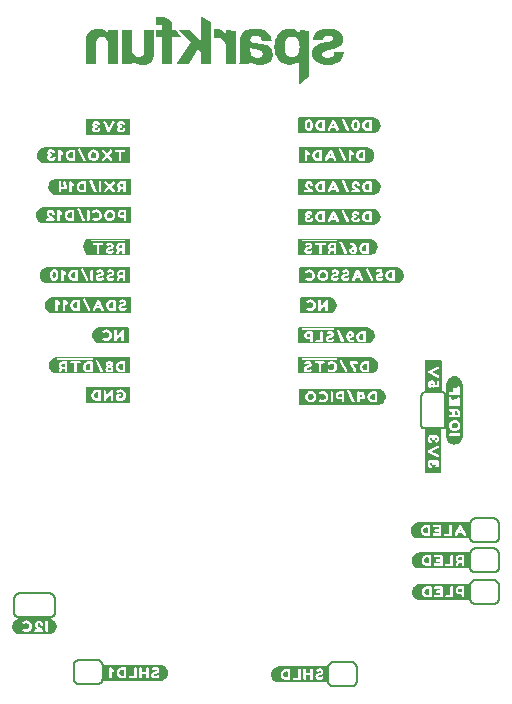
<source format=gbo>
G04 EAGLE Gerber RS-274X export*
G75*
%MOMM*%
%FSLAX34Y34*%
%LPD*%
%INSilkscreen Bottom*%
%IPPOS*%
%AMOC8*
5,1,8,0,0,1.08239X$1,22.5*%
G01*
%ADD10C,0.203200*%
%ADD11C,0.152400*%

G36*
X432804Y361454D02*
X432804Y361454D01*
X432807Y361451D01*
X433507Y361551D01*
X433508Y361552D01*
X433508Y361551D01*
X434108Y361651D01*
X434807Y361751D01*
X434812Y361756D01*
X434816Y361753D01*
X435416Y361953D01*
X435417Y361956D01*
X435419Y361955D01*
X436119Y362255D01*
X436124Y362263D01*
X436131Y362262D01*
X436629Y362660D01*
X437227Y363059D01*
X437228Y363062D01*
X437231Y363062D01*
X437731Y363462D01*
X437733Y363472D01*
X437741Y363473D01*
X438140Y364071D01*
X438538Y364569D01*
X438539Y364573D01*
X438541Y364573D01*
X438941Y365173D01*
X438941Y365178D01*
X438943Y365180D01*
X438942Y365183D01*
X438947Y365184D01*
X439146Y365781D01*
X439444Y366378D01*
X439442Y366389D01*
X439449Y366393D01*
X439649Y367793D01*
X439646Y367798D01*
X439649Y367800D01*
X439649Y369100D01*
X439646Y369104D01*
X439649Y369107D01*
X439549Y369807D01*
X439544Y369812D01*
X439547Y369816D01*
X439347Y370416D01*
X439344Y370417D01*
X439345Y370419D01*
X439045Y371119D01*
X439043Y371121D01*
X439044Y371122D01*
X438744Y371722D01*
X438741Y371723D01*
X438742Y371725D01*
X438442Y372225D01*
X438437Y372227D01*
X438438Y372232D01*
X437938Y372831D01*
X437538Y373331D01*
X437528Y373333D01*
X437527Y373341D01*
X436929Y373740D01*
X436431Y374138D01*
X436423Y374139D01*
X436422Y374144D01*
X435222Y374744D01*
X435215Y374743D01*
X435214Y374747D01*
X434514Y374947D01*
X434509Y374946D01*
X434507Y374949D01*
X433808Y375049D01*
X433208Y375149D01*
X433203Y375146D01*
X433200Y375149D01*
X432900Y375149D01*
X432864Y375122D01*
X432855Y375119D01*
X432843Y375092D01*
X432829Y375140D01*
X432811Y375134D01*
X432800Y375149D01*
X351500Y375149D01*
X351479Y375133D01*
X351465Y375135D01*
X351165Y374835D01*
X351163Y374819D01*
X351153Y374811D01*
X351157Y374805D01*
X351151Y374800D01*
X351151Y361900D01*
X351164Y361882D01*
X351161Y361870D01*
X351461Y361470D01*
X351492Y361462D01*
X351500Y361451D01*
X432800Y361451D01*
X432804Y361454D01*
G37*
G36*
X208195Y412262D02*
X208195Y412262D01*
X208205Y412258D01*
X208705Y412558D01*
X208713Y412577D01*
X208720Y412582D01*
X208717Y412586D01*
X208719Y412592D01*
X208729Y412600D01*
X208729Y425400D01*
X208718Y425415D01*
X208722Y425425D01*
X208422Y425925D01*
X208388Y425939D01*
X208380Y425949D01*
X134880Y425949D01*
X134876Y425946D01*
X134873Y425949D01*
X133473Y425749D01*
X133470Y425745D01*
X133468Y425745D01*
X133467Y425745D01*
X133464Y425747D01*
X132864Y425547D01*
X132863Y425544D01*
X132861Y425545D01*
X132161Y425245D01*
X132159Y425243D01*
X132158Y425244D01*
X131558Y424944D01*
X131555Y424937D01*
X131549Y424938D01*
X130549Y424138D01*
X130548Y424134D01*
X130545Y424135D01*
X130045Y423635D01*
X130045Y423631D01*
X130042Y423631D01*
X129642Y423131D01*
X129641Y423127D01*
X129639Y423127D01*
X129239Y422527D01*
X129239Y422523D01*
X129236Y422522D01*
X128636Y421322D01*
X128637Y421317D01*
X128633Y421316D01*
X128433Y420716D01*
X128435Y420709D01*
X128431Y420707D01*
X128231Y419307D01*
X128236Y419298D01*
X128231Y419293D01*
X128331Y418597D01*
X128331Y418000D01*
X128337Y417992D01*
X128333Y417986D01*
X128533Y417286D01*
X128534Y417285D01*
X128533Y417284D01*
X128733Y416684D01*
X128738Y416681D01*
X128736Y416678D01*
X129336Y415478D01*
X129340Y415476D01*
X129339Y415473D01*
X129739Y414873D01*
X129742Y414872D01*
X129742Y414869D01*
X130142Y414369D01*
X130146Y414368D01*
X130145Y414365D01*
X130645Y413865D01*
X130652Y413864D01*
X130653Y413859D01*
X131253Y413459D01*
X131255Y413459D01*
X131255Y413458D01*
X131755Y413158D01*
X131760Y413158D01*
X131761Y413155D01*
X132459Y412855D01*
X133058Y412556D01*
X133069Y412558D01*
X133072Y412551D01*
X133672Y412451D01*
X133673Y412452D01*
X133673Y412451D01*
X135073Y412251D01*
X135078Y412254D01*
X135080Y412251D01*
X208180Y412251D01*
X208195Y412262D01*
G37*
G36*
X207506Y463070D02*
X207506Y463070D01*
X207519Y463070D01*
X207819Y463470D01*
X207819Y463478D01*
X207823Y463481D01*
X207819Y463485D01*
X207819Y463492D01*
X207829Y463500D01*
X207829Y476300D01*
X207816Y476318D01*
X207819Y476330D01*
X207519Y476730D01*
X207488Y476739D01*
X207480Y476749D01*
X135980Y476749D01*
X135976Y476746D01*
X135973Y476749D01*
X135273Y476649D01*
X135272Y476648D01*
X135272Y476649D01*
X134672Y476549D01*
X133973Y476449D01*
X133965Y476441D01*
X133958Y476444D01*
X133361Y476146D01*
X132764Y475947D01*
X132759Y475939D01*
X132753Y475941D01*
X132153Y475541D01*
X132152Y475538D01*
X132149Y475538D01*
X131649Y475138D01*
X131648Y475134D01*
X131645Y475135D01*
X130645Y474135D01*
X130645Y474131D01*
X130642Y474131D01*
X130242Y473631D01*
X130241Y473623D01*
X130236Y473622D01*
X129636Y472422D01*
X129637Y472415D01*
X129633Y472414D01*
X129607Y472323D01*
X129593Y472274D01*
X129551Y472126D01*
X129508Y471978D01*
X129494Y471929D01*
X129452Y471781D01*
X129433Y471715D01*
X129233Y471116D01*
X129235Y471109D01*
X129231Y471107D01*
X129131Y470407D01*
X129133Y470403D01*
X129133Y470402D01*
X129131Y470400D01*
X129131Y469700D01*
X129134Y469695D01*
X129131Y469692D01*
X129231Y469092D01*
X129331Y468393D01*
X129335Y468389D01*
X129333Y468386D01*
X129533Y467686D01*
X129534Y467685D01*
X129533Y467684D01*
X129733Y467084D01*
X129738Y467081D01*
X129736Y467078D01*
X130036Y466478D01*
X130040Y466476D01*
X130039Y466473D01*
X130439Y465873D01*
X130442Y465872D01*
X130442Y465869D01*
X130842Y465369D01*
X130846Y465368D01*
X130845Y465365D01*
X131345Y464865D01*
X131349Y464865D01*
X131349Y464862D01*
X131849Y464462D01*
X131853Y464461D01*
X131853Y464459D01*
X132453Y464059D01*
X132457Y464059D01*
X132458Y464056D01*
X133658Y463456D01*
X133663Y463457D01*
X133664Y463453D01*
X134264Y463253D01*
X134271Y463255D01*
X134273Y463251D01*
X135673Y463051D01*
X135678Y463054D01*
X135680Y463051D01*
X207480Y463051D01*
X207506Y463070D01*
G37*
G36*
X207788Y361480D02*
X207788Y361480D01*
X207796Y361482D01*
X207996Y361982D01*
X207992Y361995D01*
X207999Y362000D01*
X207999Y374800D01*
X207980Y374826D01*
X207980Y374839D01*
X207580Y375139D01*
X207562Y375139D01*
X207559Y375142D01*
X207555Y375142D01*
X207550Y375149D01*
X204650Y375149D01*
X204619Y375125D01*
X204607Y375124D01*
X204591Y375095D01*
X204590Y375096D01*
X204585Y375135D01*
X204563Y375132D01*
X204550Y375149D01*
X138250Y375149D01*
X138246Y375146D01*
X138243Y375149D01*
X137543Y375049D01*
X137542Y375048D01*
X137542Y375049D01*
X136942Y374949D01*
X136243Y374849D01*
X136235Y374841D01*
X136228Y374844D01*
X134428Y373944D01*
X134425Y373937D01*
X134419Y373938D01*
X133919Y373538D01*
X133918Y373534D01*
X133915Y373535D01*
X132915Y372535D01*
X132914Y372528D01*
X132909Y372527D01*
X132509Y371927D01*
X132509Y371923D01*
X132506Y371922D01*
X131906Y370722D01*
X131907Y370717D01*
X131903Y370716D01*
X131703Y370116D01*
X131705Y370109D01*
X131701Y370107D01*
X131601Y369408D01*
X131501Y368808D01*
X131504Y368803D01*
X131503Y368802D01*
X131501Y368800D01*
X131501Y367400D01*
X131507Y367392D01*
X131503Y367386D01*
X131702Y366689D01*
X131801Y366092D01*
X131809Y366085D01*
X131806Y366078D01*
X132406Y364878D01*
X132410Y364876D01*
X132409Y364873D01*
X132809Y364273D01*
X132812Y364272D01*
X132812Y364269D01*
X133212Y363769D01*
X133216Y363768D01*
X133215Y363765D01*
X133715Y363265D01*
X133719Y363265D01*
X133719Y363262D01*
X134219Y362862D01*
X134223Y362861D01*
X134223Y362859D01*
X134823Y362459D01*
X134827Y362459D01*
X134828Y362456D01*
X136028Y361856D01*
X136033Y361857D01*
X136034Y361853D01*
X136634Y361653D01*
X136641Y361655D01*
X136643Y361651D01*
X138043Y361451D01*
X138048Y361454D01*
X138050Y361451D01*
X207750Y361451D01*
X207788Y361480D01*
G37*
G36*
X417985Y258584D02*
X417985Y258584D01*
X417988Y258581D01*
X418588Y258681D01*
X419287Y258781D01*
X419292Y258786D01*
X419296Y258783D01*
X419896Y258983D01*
X419897Y258986D01*
X419899Y258985D01*
X420599Y259285D01*
X420601Y259287D01*
X420602Y259286D01*
X421202Y259586D01*
X421205Y259593D01*
X421211Y259592D01*
X421709Y259990D01*
X422307Y260389D01*
X422311Y260399D01*
X422318Y260399D01*
X422717Y260897D01*
X423215Y261395D01*
X423216Y261407D01*
X423224Y261408D01*
X424124Y263208D01*
X424123Y263213D01*
X424127Y263214D01*
X424327Y263814D01*
X424325Y263821D01*
X424329Y263823D01*
X424529Y265223D01*
X424526Y265228D01*
X424529Y265230D01*
X424529Y265830D01*
X424526Y265834D01*
X424529Y265837D01*
X424429Y266537D01*
X424425Y266541D01*
X424427Y266544D01*
X424227Y267244D01*
X424226Y267245D01*
X424227Y267246D01*
X424027Y267846D01*
X424022Y267849D01*
X424024Y267852D01*
X423424Y269052D01*
X423420Y269054D01*
X423421Y269057D01*
X423021Y269657D01*
X423018Y269658D01*
X423018Y269661D01*
X422618Y270161D01*
X422614Y270162D01*
X422615Y270165D01*
X422115Y270665D01*
X422108Y270666D01*
X422107Y270671D01*
X421507Y271071D01*
X421506Y271071D01*
X421505Y271072D01*
X421005Y271372D01*
X421002Y271372D01*
X421002Y271374D01*
X420402Y271674D01*
X420400Y271674D01*
X420399Y271675D01*
X419699Y271975D01*
X419691Y271973D01*
X419688Y271979D01*
X419088Y272079D01*
X419087Y272078D01*
X419087Y272079D01*
X417687Y272279D01*
X417682Y272276D01*
X417680Y272279D01*
X351280Y272279D01*
X351242Y272250D01*
X351234Y272248D01*
X351034Y271748D01*
X351035Y271746D01*
X351033Y271744D01*
X351037Y271738D01*
X351038Y271735D01*
X351031Y271730D01*
X351031Y258830D01*
X351060Y258792D01*
X351062Y258784D01*
X351562Y258584D01*
X351575Y258588D01*
X351580Y258581D01*
X417980Y258581D01*
X417985Y258584D01*
G37*
G36*
X208308Y336064D02*
X208308Y336064D01*
X208320Y336061D01*
X208720Y336361D01*
X208724Y336377D01*
X208731Y336382D01*
X208727Y336388D01*
X208729Y336392D01*
X208739Y336400D01*
X208739Y349200D01*
X208731Y349211D01*
X208736Y349218D01*
X208536Y349718D01*
X208495Y349743D01*
X208490Y349749D01*
X205390Y349749D01*
X205359Y349726D01*
X205347Y349724D01*
X205331Y349695D01*
X205330Y349696D01*
X205325Y349735D01*
X205303Y349732D01*
X205290Y349749D01*
X143090Y349749D01*
X143084Y349745D01*
X143077Y349747D01*
X143072Y349736D01*
X143043Y349713D01*
X143048Y349707D01*
X143047Y349706D01*
X143056Y349694D01*
X143055Y349691D01*
X143031Y349727D01*
X142998Y349739D01*
X142990Y349749D01*
X142390Y349749D01*
X142386Y349746D01*
X142383Y349749D01*
X140983Y349549D01*
X140980Y349545D01*
X140978Y349545D01*
X140977Y349545D01*
X140974Y349547D01*
X140374Y349347D01*
X140371Y349342D01*
X140368Y349344D01*
X139168Y348744D01*
X139166Y348740D01*
X139163Y348741D01*
X138563Y348341D01*
X138562Y348338D01*
X138559Y348338D01*
X138059Y347938D01*
X138058Y347934D01*
X138055Y347935D01*
X137555Y347435D01*
X137555Y347431D01*
X137552Y347431D01*
X137152Y346931D01*
X137151Y346927D01*
X137149Y346927D01*
X136749Y346327D01*
X136749Y346323D01*
X136746Y346322D01*
X136146Y345122D01*
X136147Y345117D01*
X136143Y345116D01*
X135943Y344516D01*
X135945Y344509D01*
X135941Y344507D01*
X135841Y343807D01*
X135844Y343802D01*
X135841Y343800D01*
X135841Y342400D01*
X135844Y342395D01*
X135841Y342392D01*
X135941Y341792D01*
X136041Y341093D01*
X136046Y341088D01*
X136043Y341084D01*
X136243Y340484D01*
X136246Y340483D01*
X136245Y340481D01*
X136545Y339781D01*
X136549Y339778D01*
X136548Y339775D01*
X136848Y339275D01*
X136849Y339274D01*
X136849Y339273D01*
X137249Y338673D01*
X137256Y338670D01*
X137255Y338665D01*
X138255Y337665D01*
X138259Y337665D01*
X138259Y337662D01*
X138759Y337262D01*
X138767Y337261D01*
X138768Y337256D01*
X140568Y336356D01*
X140579Y336358D01*
X140583Y336351D01*
X141282Y336251D01*
X141882Y336151D01*
X141883Y336152D01*
X141883Y336151D01*
X142583Y336051D01*
X142588Y336054D01*
X142590Y336051D01*
X208290Y336051D01*
X208308Y336064D01*
G37*
G36*
X413644Y436384D02*
X413644Y436384D01*
X413647Y436381D01*
X414347Y436481D01*
X414348Y436482D01*
X414348Y436481D01*
X414948Y436581D01*
X414951Y436585D01*
X414954Y436583D01*
X415654Y436783D01*
X415658Y436788D01*
X415662Y436786D01*
X416862Y437386D01*
X416865Y437393D01*
X416871Y437392D01*
X417371Y437792D01*
X417372Y437792D01*
X417972Y438292D01*
X417972Y438296D01*
X417975Y438295D01*
X418375Y438695D01*
X418375Y438699D01*
X418378Y438698D01*
X418878Y439298D01*
X418878Y439304D01*
X418882Y439305D01*
X419182Y439805D01*
X419182Y439810D01*
X419185Y439811D01*
X419485Y440509D01*
X419784Y441108D01*
X419782Y441119D01*
X419789Y441122D01*
X419888Y441719D01*
X419921Y441834D01*
X419963Y441982D01*
X419977Y442031D01*
X420019Y442179D01*
X420020Y442179D01*
X420019Y442179D01*
X420062Y442327D01*
X420076Y442376D01*
X420087Y442416D01*
X420085Y442423D01*
X420087Y442425D01*
X420086Y442427D01*
X420089Y442430D01*
X420089Y443830D01*
X420086Y443835D01*
X420089Y443838D01*
X419989Y444438D01*
X419985Y444441D01*
X419987Y444444D01*
X419787Y445144D01*
X419786Y445145D01*
X419787Y445146D01*
X419587Y445746D01*
X419582Y445749D01*
X419584Y445752D01*
X418984Y446952D01*
X418980Y446954D01*
X418981Y446957D01*
X418581Y447557D01*
X418574Y447560D01*
X418575Y447565D01*
X418075Y448065D01*
X418071Y448065D01*
X418071Y448068D01*
X417071Y448868D01*
X417067Y448869D01*
X417067Y448871D01*
X416467Y449271D01*
X416463Y449271D01*
X416462Y449274D01*
X415862Y449574D01*
X415857Y449573D01*
X415856Y449577D01*
X415256Y449777D01*
X415254Y449776D01*
X415254Y449777D01*
X414554Y449977D01*
X414544Y449974D01*
X414540Y449979D01*
X413844Y449979D01*
X413248Y450079D01*
X413243Y450076D01*
X413240Y450079D01*
X350940Y450079D01*
X350931Y450072D01*
X350927Y450072D01*
X350922Y450076D01*
X350422Y449876D01*
X350406Y449849D01*
X350393Y449839D01*
X350396Y449834D01*
X350391Y449830D01*
X350391Y436930D01*
X350399Y436919D01*
X350394Y436912D01*
X350594Y436412D01*
X350635Y436387D01*
X350640Y436381D01*
X413640Y436381D01*
X413644Y436384D01*
G37*
G36*
X207871Y436389D02*
X207871Y436389D01*
X207878Y436384D01*
X208378Y436584D01*
X208393Y436608D01*
X208400Y436614D01*
X208398Y436617D01*
X208403Y436625D01*
X208409Y436630D01*
X208409Y449530D01*
X208401Y449541D01*
X208406Y449548D01*
X208206Y450048D01*
X208165Y450073D01*
X208160Y450079D01*
X146060Y450079D01*
X146053Y450074D01*
X146045Y450077D01*
X146041Y450065D01*
X146013Y450043D01*
X146018Y450037D01*
X146017Y450036D01*
X146026Y450024D01*
X146025Y450021D01*
X146001Y450057D01*
X145968Y450069D01*
X145960Y450079D01*
X145360Y450079D01*
X145356Y450076D01*
X145353Y450079D01*
X143953Y449879D01*
X143950Y449875D01*
X143948Y449875D01*
X143947Y449875D01*
X143944Y449877D01*
X143344Y449677D01*
X143343Y449674D01*
X143341Y449675D01*
X142641Y449375D01*
X142639Y449373D01*
X142638Y449374D01*
X142038Y449074D01*
X142037Y449071D01*
X142035Y449072D01*
X141535Y448772D01*
X141531Y448764D01*
X141525Y448765D01*
X140525Y447765D01*
X140525Y447761D01*
X140522Y447761D01*
X139722Y446761D01*
X139721Y446753D01*
X139716Y446752D01*
X139416Y446152D01*
X139416Y446150D01*
X139415Y446149D01*
X139115Y445449D01*
X139116Y445446D01*
X139113Y445446D01*
X138913Y444846D01*
X138915Y444839D01*
X138911Y444837D01*
X138711Y443437D01*
X138714Y443432D01*
X138711Y443430D01*
X138711Y442830D01*
X138714Y442826D01*
X138711Y442823D01*
X138811Y442123D01*
X138815Y442119D01*
X138813Y442116D01*
X139013Y441416D01*
X139014Y441415D01*
X139013Y441414D01*
X139413Y440214D01*
X139421Y440209D01*
X139419Y440203D01*
X140219Y439003D01*
X140222Y439002D01*
X140222Y438999D01*
X140622Y438499D01*
X140626Y438498D01*
X140625Y438495D01*
X141125Y437995D01*
X141129Y437995D01*
X141129Y437992D01*
X141629Y437592D01*
X141637Y437591D01*
X141638Y437586D01*
X142838Y436986D01*
X142840Y436986D01*
X142841Y436985D01*
X143541Y436685D01*
X143549Y436687D01*
X143552Y436681D01*
X144152Y436581D01*
X144153Y436582D01*
X144153Y436581D01*
X145553Y436381D01*
X145558Y436384D01*
X145560Y436381D01*
X207860Y436381D01*
X207871Y436389D01*
G37*
G36*
X413345Y488454D02*
X413345Y488454D01*
X413348Y488451D01*
X413948Y488551D01*
X414647Y488651D01*
X414652Y488656D01*
X414656Y488653D01*
X415255Y488853D01*
X415954Y489053D01*
X415958Y489058D01*
X415962Y489056D01*
X416562Y489356D01*
X416565Y489363D01*
X416571Y489362D01*
X417069Y489760D01*
X417667Y490159D01*
X417670Y490166D01*
X417675Y490165D01*
X418175Y490665D01*
X418175Y490669D01*
X418178Y490669D01*
X418578Y491169D01*
X418579Y491173D01*
X418581Y491173D01*
X418981Y491773D01*
X418981Y491777D01*
X418984Y491778D01*
X419584Y492978D01*
X419583Y492983D01*
X419587Y492984D01*
X419787Y493584D01*
X419785Y493591D01*
X419789Y493593D01*
X419989Y494993D01*
X419986Y494998D01*
X419989Y495000D01*
X419989Y495700D01*
X419986Y495705D01*
X419989Y495708D01*
X419889Y496308D01*
X419789Y497007D01*
X419784Y497012D01*
X419787Y497016D01*
X419587Y497616D01*
X419584Y497617D01*
X419585Y497619D01*
X419285Y498319D01*
X419283Y498321D01*
X419284Y498322D01*
X418984Y498922D01*
X418977Y498925D01*
X418978Y498931D01*
X418578Y499431D01*
X418574Y499432D01*
X418575Y499435D01*
X418077Y499933D01*
X417678Y500431D01*
X417668Y500433D01*
X417667Y500441D01*
X417069Y500840D01*
X416571Y501238D01*
X416563Y501239D01*
X416562Y501244D01*
X415962Y501544D01*
X415955Y501543D01*
X415954Y501547D01*
X415255Y501747D01*
X414656Y501947D01*
X414651Y501945D01*
X414649Y501945D01*
X414647Y501949D01*
X413247Y502149D01*
X413242Y502146D01*
X413240Y502149D01*
X350840Y502149D01*
X350814Y502130D01*
X350801Y502130D01*
X350501Y501730D01*
X350501Y501718D01*
X350493Y501712D01*
X350498Y501705D01*
X350491Y501700D01*
X350491Y488800D01*
X350510Y488774D01*
X350510Y488761D01*
X350910Y488461D01*
X350932Y488461D01*
X350940Y488451D01*
X413340Y488451D01*
X413345Y488454D01*
G37*
G36*
X413244Y410984D02*
X413244Y410984D01*
X413247Y410981D01*
X414647Y411181D01*
X414652Y411186D01*
X414656Y411183D01*
X415856Y411583D01*
X415859Y411588D01*
X415862Y411586D01*
X416462Y411886D01*
X416464Y411890D01*
X416467Y411889D01*
X417667Y412689D01*
X417671Y412699D01*
X417678Y412699D01*
X418077Y413197D01*
X418575Y413695D01*
X418575Y413699D01*
X418578Y413699D01*
X418978Y414199D01*
X418979Y414207D01*
X418984Y414208D01*
X419284Y414808D01*
X419284Y414810D01*
X419285Y414811D01*
X419585Y415511D01*
X419585Y415514D01*
X419587Y415514D01*
X419787Y416114D01*
X419785Y416121D01*
X419789Y416123D01*
X419889Y416822D01*
X419989Y417422D01*
X419986Y417427D01*
X419989Y417430D01*
X419989Y418130D01*
X419986Y418134D01*
X419989Y418137D01*
X419789Y419537D01*
X419784Y419542D01*
X419787Y419546D01*
X419587Y420146D01*
X419582Y420149D01*
X419584Y420152D01*
X418984Y421352D01*
X418980Y421354D01*
X418981Y421357D01*
X418581Y421957D01*
X418578Y421958D01*
X418578Y421961D01*
X418178Y422461D01*
X418174Y422462D01*
X418175Y422465D01*
X417675Y422965D01*
X417671Y422965D01*
X417671Y422968D01*
X417171Y423368D01*
X417167Y423369D01*
X417167Y423371D01*
X416567Y423771D01*
X416563Y423771D01*
X416562Y423774D01*
X415962Y424074D01*
X415957Y424073D01*
X415956Y424077D01*
X415356Y424277D01*
X415354Y424276D01*
X415354Y424277D01*
X414654Y424477D01*
X414649Y424476D01*
X414647Y424479D01*
X413948Y424579D01*
X413348Y424679D01*
X413343Y424676D01*
X413340Y424679D01*
X350840Y424679D01*
X350814Y424660D01*
X350801Y424660D01*
X350501Y424260D01*
X350501Y424248D01*
X350493Y424242D01*
X350498Y424235D01*
X350491Y424230D01*
X350491Y411330D01*
X350510Y411304D01*
X350510Y411291D01*
X350910Y410991D01*
X350932Y410991D01*
X350940Y410981D01*
X413240Y410981D01*
X413244Y410984D01*
G37*
G36*
X207690Y285273D02*
X207690Y285273D01*
X207702Y285275D01*
X208002Y285775D01*
X208002Y285778D01*
X208003Y285779D01*
X208002Y285781D01*
X208000Y285793D01*
X208009Y285800D01*
X208009Y298600D01*
X207987Y298630D01*
X207985Y298642D01*
X207485Y298942D01*
X207473Y298941D01*
X207472Y298942D01*
X207465Y298942D01*
X207460Y298949D01*
X145560Y298949D01*
X145555Y298946D01*
X145552Y298949D01*
X144952Y298849D01*
X144253Y298749D01*
X144250Y298745D01*
X144248Y298745D01*
X144247Y298745D01*
X144244Y298747D01*
X143644Y298547D01*
X143643Y298544D01*
X143641Y298545D01*
X142941Y298245D01*
X142939Y298243D01*
X142938Y298244D01*
X142338Y297944D01*
X142335Y297937D01*
X142329Y297938D01*
X141829Y297538D01*
X141828Y297534D01*
X141825Y297535D01*
X141327Y297037D01*
X140829Y296638D01*
X140827Y296628D01*
X140819Y296627D01*
X140420Y296029D01*
X140022Y295531D01*
X140021Y295521D01*
X140015Y295519D01*
X139715Y294819D01*
X139715Y294818D01*
X139716Y294816D01*
X139713Y294816D01*
X139313Y293616D01*
X139315Y293609D01*
X139311Y293607D01*
X139111Y292207D01*
X139116Y292198D01*
X139111Y292193D01*
X139211Y291497D01*
X139211Y290900D01*
X139217Y290892D01*
X139213Y290886D01*
X139413Y290186D01*
X139414Y290185D01*
X139413Y290184D01*
X139613Y289584D01*
X139618Y289581D01*
X139616Y289578D01*
X139916Y288978D01*
X139920Y288976D01*
X139919Y288973D01*
X140719Y287773D01*
X140722Y287772D01*
X140722Y287769D01*
X141122Y287269D01*
X141129Y287267D01*
X141129Y287262D01*
X142129Y286462D01*
X142133Y286461D01*
X142133Y286459D01*
X142733Y286059D01*
X142737Y286059D01*
X142738Y286056D01*
X143338Y285756D01*
X143345Y285757D01*
X143346Y285753D01*
X144045Y285553D01*
X144644Y285353D01*
X144655Y285357D01*
X144660Y285351D01*
X145357Y285351D01*
X146053Y285251D01*
X146058Y285254D01*
X146060Y285251D01*
X207660Y285251D01*
X207690Y285273D01*
G37*
G36*
X411774Y285254D02*
X411774Y285254D01*
X411777Y285251D01*
X412477Y285351D01*
X412481Y285355D01*
X412484Y285353D01*
X413184Y285553D01*
X413185Y285554D01*
X413186Y285553D01*
X413786Y285753D01*
X413789Y285758D01*
X413792Y285756D01*
X414992Y286356D01*
X414994Y286360D01*
X414997Y286359D01*
X415597Y286759D01*
X415600Y286766D01*
X415605Y286765D01*
X416105Y287265D01*
X416105Y287269D01*
X416108Y287269D01*
X416908Y288269D01*
X416909Y288273D01*
X416911Y288273D01*
X417311Y288873D01*
X417311Y288877D01*
X417314Y288878D01*
X417614Y289478D01*
X417613Y289485D01*
X417617Y289486D01*
X417656Y289621D01*
X417670Y289670D01*
X417712Y289818D01*
X417754Y289965D01*
X417768Y290015D01*
X417810Y290162D01*
X417811Y290162D01*
X417810Y290162D01*
X417817Y290186D01*
X417816Y290190D01*
X417819Y290192D01*
X417919Y290792D01*
X417918Y290793D01*
X417919Y290793D01*
X418119Y292193D01*
X418114Y292202D01*
X418119Y292207D01*
X418019Y292907D01*
X418018Y292908D01*
X418019Y292908D01*
X417919Y293508D01*
X417915Y293511D01*
X417917Y293514D01*
X417717Y294214D01*
X417716Y294215D01*
X417717Y294216D01*
X417517Y294816D01*
X417512Y294819D01*
X417514Y294822D01*
X417214Y295422D01*
X417210Y295424D01*
X417211Y295427D01*
X416811Y296027D01*
X416808Y296028D01*
X416808Y296031D01*
X416408Y296531D01*
X416404Y296532D01*
X416405Y296535D01*
X415405Y297535D01*
X415396Y297536D01*
X415395Y297542D01*
X414896Y297842D01*
X414297Y298241D01*
X414288Y298240D01*
X414286Y298247D01*
X413686Y298447D01*
X413684Y298446D01*
X413684Y298447D01*
X412985Y298647D01*
X412386Y298847D01*
X412379Y298845D01*
X412377Y298849D01*
X411677Y298949D01*
X411672Y298946D01*
X411670Y298949D01*
X350270Y298949D01*
X350261Y298942D01*
X350252Y298936D01*
X350240Y298939D01*
X349840Y298639D01*
X349835Y298620D01*
X349823Y298611D01*
X349827Y298605D01*
X349821Y298600D01*
X349821Y285700D01*
X349834Y285682D01*
X349831Y285670D01*
X350131Y285270D01*
X350162Y285262D01*
X350170Y285251D01*
X411770Y285251D01*
X411774Y285254D01*
G37*
G36*
X411275Y385584D02*
X411275Y385584D01*
X411278Y385581D01*
X411878Y385681D01*
X411881Y385685D01*
X411884Y385683D01*
X412584Y385883D01*
X412585Y385884D01*
X412586Y385883D01*
X413186Y386083D01*
X413187Y386086D01*
X413189Y386085D01*
X413889Y386385D01*
X413892Y386389D01*
X413895Y386388D01*
X414395Y386688D01*
X414396Y386689D01*
X414397Y386689D01*
X414997Y387089D01*
X414998Y387092D01*
X415001Y387092D01*
X415501Y387492D01*
X415502Y387496D01*
X415505Y387495D01*
X416005Y387995D01*
X416006Y388002D01*
X416011Y388003D01*
X416411Y388603D01*
X416411Y388607D01*
X416414Y388608D01*
X417314Y390408D01*
X417312Y390419D01*
X417319Y390423D01*
X417419Y391122D01*
X417519Y391722D01*
X417518Y391723D01*
X417519Y391723D01*
X417619Y392423D01*
X417614Y392432D01*
X417619Y392437D01*
X417419Y393837D01*
X417418Y393838D01*
X417419Y393838D01*
X417319Y394438D01*
X417311Y394445D01*
X417314Y394452D01*
X417015Y395051D01*
X416715Y395749D01*
X416711Y395752D01*
X416712Y395755D01*
X416412Y396255D01*
X416411Y396256D01*
X416411Y396257D01*
X416011Y396857D01*
X416004Y396860D01*
X416005Y396865D01*
X415505Y397365D01*
X415501Y397365D01*
X415501Y397368D01*
X415001Y397768D01*
X414997Y397769D01*
X414997Y397771D01*
X414397Y398171D01*
X414396Y398171D01*
X414395Y398172D01*
X413895Y398472D01*
X413890Y398472D01*
X413889Y398475D01*
X413189Y398775D01*
X413186Y398775D01*
X413186Y398777D01*
X412586Y398977D01*
X412584Y398976D01*
X412584Y398977D01*
X411884Y399177D01*
X411880Y399176D01*
X411878Y399179D01*
X411278Y399279D01*
X411273Y399276D01*
X411270Y399279D01*
X350470Y399279D01*
X350423Y399243D01*
X350425Y399240D01*
X350421Y399238D01*
X350321Y398638D01*
X350324Y398633D01*
X350321Y398630D01*
X350321Y385730D01*
X350357Y385683D01*
X350360Y385685D01*
X350362Y385681D01*
X350962Y385581D01*
X350967Y385584D01*
X350970Y385581D01*
X411270Y385581D01*
X411275Y385584D01*
G37*
G36*
X351559Y530491D02*
X351559Y530491D01*
X351621Y530493D01*
X351643Y530506D01*
X351669Y530510D01*
X351740Y530558D01*
X351773Y530576D01*
X351779Y530584D01*
X351789Y530591D01*
X352674Y531476D01*
X353658Y532263D01*
X353664Y532271D01*
X353674Y532277D01*
X354674Y533177D01*
X354680Y533185D01*
X354689Y533191D01*
X355574Y534076D01*
X356558Y534863D01*
X356564Y534871D01*
X356574Y534877D01*
X357566Y535770D01*
X358558Y536563D01*
X358569Y536578D01*
X358589Y536591D01*
X359489Y537491D01*
X359529Y537556D01*
X359573Y537618D01*
X359575Y537630D01*
X359580Y537638D01*
X359584Y537675D01*
X359600Y537760D01*
X359600Y574660D01*
X359598Y574669D01*
X359600Y574679D01*
X359578Y574753D01*
X359561Y574829D01*
X359555Y574836D01*
X359552Y574845D01*
X359500Y574903D01*
X359451Y574962D01*
X359442Y574966D01*
X359435Y574973D01*
X359303Y575031D01*
X357503Y575431D01*
X357484Y575431D01*
X357462Y575438D01*
X356578Y575536D01*
X355595Y575733D01*
X355580Y575732D01*
X355562Y575738D01*
X354682Y575836D01*
X352903Y576231D01*
X352883Y576231D01*
X352858Y576238D01*
X351858Y576338D01*
X351789Y576329D01*
X351719Y576327D01*
X351704Y576318D01*
X351686Y576316D01*
X351628Y576277D01*
X351567Y576244D01*
X351557Y576229D01*
X351542Y576220D01*
X351507Y576159D01*
X351467Y576102D01*
X351464Y576083D01*
X351456Y576069D01*
X351453Y576030D01*
X351440Y575960D01*
X351440Y573529D01*
X351328Y573684D01*
X351317Y573693D01*
X351313Y573701D01*
X351310Y573703D01*
X351304Y573713D01*
X350977Y574081D01*
X350639Y574461D01*
X350504Y574613D01*
X350475Y574633D01*
X350438Y574672D01*
X348438Y576072D01*
X348403Y576086D01*
X348350Y576117D01*
X347250Y576517D01*
X347233Y576519D01*
X347212Y576529D01*
X346012Y576829D01*
X345998Y576829D01*
X345983Y576835D01*
X344783Y577035D01*
X344767Y577034D01*
X344749Y577039D01*
X343449Y577139D01*
X343421Y577135D01*
X343383Y577138D01*
X340283Y576838D01*
X340251Y576827D01*
X340200Y576821D01*
X337500Y575921D01*
X337467Y575900D01*
X337406Y575874D01*
X335206Y574374D01*
X335183Y574350D01*
X335144Y574322D01*
X333344Y572422D01*
X333326Y572390D01*
X333289Y572347D01*
X331989Y570047D01*
X331983Y570026D01*
X331967Y570001D01*
X330967Y567501D01*
X330963Y567474D01*
X330948Y567440D01*
X330348Y564640D01*
X330349Y564616D01*
X330341Y564585D01*
X330141Y561585D01*
X330144Y561563D01*
X330141Y561533D01*
X330341Y558733D01*
X330348Y558710D01*
X330349Y558678D01*
X330949Y555978D01*
X330961Y555952D01*
X330969Y555914D01*
X331969Y553514D01*
X331982Y553495D01*
X331993Y553467D01*
X333293Y551267D01*
X333317Y551242D01*
X333344Y551199D01*
X335144Y549299D01*
X335173Y549280D01*
X335209Y549244D01*
X337309Y547844D01*
X337343Y547831D01*
X337391Y547802D01*
X339891Y546902D01*
X339927Y546898D01*
X339981Y546882D01*
X342881Y546582D01*
X342910Y546585D01*
X342949Y546581D01*
X344249Y546681D01*
X344262Y546685D01*
X344278Y546684D01*
X345578Y546884D01*
X345596Y546891D01*
X345620Y546893D01*
X346720Y547193D01*
X346739Y547203D01*
X346766Y547209D01*
X347966Y547709D01*
X347986Y547723D01*
X348016Y547734D01*
X349016Y548334D01*
X349024Y548342D01*
X349038Y548349D01*
X350038Y549049D01*
X350062Y549075D01*
X350104Y549107D01*
X350904Y550007D01*
X350908Y550015D01*
X350917Y550022D01*
X351140Y550301D01*
X351140Y530860D01*
X351146Y530835D01*
X351143Y530809D01*
X351165Y530752D01*
X351179Y530691D01*
X351196Y530671D01*
X351205Y530647D01*
X351250Y530605D01*
X351289Y530558D01*
X351313Y530547D01*
X351332Y530530D01*
X351391Y530512D01*
X351448Y530487D01*
X351473Y530488D01*
X351498Y530480D01*
X351559Y530491D01*
G37*
G36*
X408804Y310654D02*
X408804Y310654D01*
X408807Y310651D01*
X409507Y310751D01*
X409512Y310756D01*
X409516Y310753D01*
X410115Y310953D01*
X410814Y311153D01*
X410818Y311158D01*
X410822Y311156D01*
X412022Y311756D01*
X412025Y311763D01*
X412031Y311762D01*
X413031Y312562D01*
X413032Y312566D01*
X413035Y312565D01*
X413535Y313065D01*
X413536Y313072D01*
X413541Y313073D01*
X413941Y313673D01*
X413941Y313677D01*
X413944Y313678D01*
X414844Y315478D01*
X414842Y315489D01*
X414849Y315493D01*
X414949Y316192D01*
X415049Y316792D01*
X415048Y316793D01*
X415049Y316793D01*
X415149Y317493D01*
X415144Y317502D01*
X415149Y317507D01*
X415049Y318207D01*
X415048Y318208D01*
X415049Y318208D01*
X414949Y318808D01*
X414849Y319507D01*
X414841Y319515D01*
X414844Y319522D01*
X414545Y320121D01*
X414245Y320819D01*
X414241Y320822D01*
X414242Y320825D01*
X413942Y321325D01*
X413941Y321326D01*
X413941Y321327D01*
X413541Y321927D01*
X413534Y321930D01*
X413535Y321935D01*
X413035Y322435D01*
X413031Y322435D01*
X413031Y322438D01*
X412031Y323238D01*
X412023Y323239D01*
X412022Y323244D01*
X411422Y323544D01*
X411420Y323544D01*
X411419Y323545D01*
X410719Y323845D01*
X410716Y323845D01*
X410716Y323847D01*
X410116Y324047D01*
X410114Y324046D01*
X410114Y324047D01*
X409414Y324247D01*
X409410Y324246D01*
X409408Y324249D01*
X408808Y324349D01*
X408803Y324346D01*
X408800Y324349D01*
X350700Y324349D01*
X350691Y324342D01*
X350682Y324336D01*
X350670Y324339D01*
X350270Y324039D01*
X350265Y324020D01*
X350253Y324011D01*
X350257Y324005D01*
X350251Y324000D01*
X350251Y311200D01*
X350262Y311185D01*
X350258Y311175D01*
X350558Y310675D01*
X350592Y310661D01*
X350600Y310651D01*
X408800Y310651D01*
X408804Y310654D01*
G37*
G36*
X408004Y463054D02*
X408004Y463054D01*
X408007Y463051D01*
X408707Y463151D01*
X408708Y463152D01*
X408708Y463151D01*
X409308Y463251D01*
X409311Y463255D01*
X409314Y463253D01*
X410014Y463453D01*
X410015Y463454D01*
X410016Y463453D01*
X410616Y463653D01*
X410619Y463658D01*
X410622Y463656D01*
X411222Y463956D01*
X411224Y463960D01*
X411227Y463959D01*
X411827Y464359D01*
X411828Y464362D01*
X411831Y464362D01*
X412831Y465162D01*
X412833Y465169D01*
X412838Y465168D01*
X413338Y465768D01*
X413338Y465774D01*
X413342Y465775D01*
X413642Y466274D01*
X414041Y466873D01*
X414041Y466878D01*
X414042Y466879D01*
X414040Y466881D01*
X414040Y466882D01*
X414047Y466884D01*
X414247Y467484D01*
X414246Y467486D01*
X414247Y467486D01*
X414257Y467519D01*
X414271Y467568D01*
X414313Y467716D01*
X414355Y467864D01*
X414369Y467913D01*
X414411Y468061D01*
X414412Y468061D01*
X414411Y468061D01*
X414447Y468185D01*
X414647Y468784D01*
X414645Y468791D01*
X414649Y468793D01*
X414749Y469493D01*
X414746Y469498D01*
X414749Y469500D01*
X414749Y470200D01*
X414746Y470204D01*
X414749Y470207D01*
X414649Y470907D01*
X414648Y470908D01*
X414649Y470908D01*
X414549Y471508D01*
X414545Y471511D01*
X414547Y471514D01*
X414347Y472214D01*
X414342Y472218D01*
X414344Y472222D01*
X413744Y473422D01*
X413740Y473424D01*
X413741Y473427D01*
X413341Y474027D01*
X413338Y474028D01*
X413338Y474031D01*
X412938Y474531D01*
X412934Y474532D01*
X412935Y474535D01*
X412435Y475035D01*
X412431Y475035D01*
X412431Y475038D01*
X411931Y475438D01*
X411923Y475439D01*
X411922Y475444D01*
X411325Y475743D01*
X410727Y476141D01*
X410718Y476140D01*
X410716Y476147D01*
X410116Y476347D01*
X410114Y476346D01*
X410114Y476347D01*
X409414Y476547D01*
X409410Y476546D01*
X409408Y476549D01*
X408808Y476649D01*
X408807Y476648D01*
X408807Y476649D01*
X408107Y476749D01*
X408102Y476746D01*
X408100Y476749D01*
X351000Y476749D01*
X350974Y476730D01*
X350961Y476730D01*
X350661Y476330D01*
X350661Y476318D01*
X350653Y476312D01*
X350658Y476305D01*
X350651Y476300D01*
X350651Y463400D01*
X350670Y463374D01*
X350670Y463361D01*
X351070Y463061D01*
X351092Y463061D01*
X351100Y463051D01*
X408000Y463051D01*
X408004Y463054D01*
G37*
G36*
X482805Y225054D02*
X482805Y225054D01*
X482808Y225051D01*
X483408Y225151D01*
X484107Y225251D01*
X484112Y225256D01*
X484116Y225253D01*
X484715Y225453D01*
X485414Y225653D01*
X485418Y225658D01*
X485422Y225656D01*
X486022Y225956D01*
X486024Y225960D01*
X486027Y225959D01*
X486627Y226359D01*
X486628Y226362D01*
X486631Y226362D01*
X487131Y226762D01*
X487132Y226766D01*
X487135Y226765D01*
X487635Y227265D01*
X487635Y227269D01*
X487638Y227269D01*
X488038Y227769D01*
X488039Y227773D01*
X488041Y227773D01*
X488441Y228373D01*
X488441Y228377D01*
X488444Y228378D01*
X489044Y229578D01*
X489043Y229583D01*
X489047Y229584D01*
X489247Y230184D01*
X489245Y230191D01*
X489249Y230193D01*
X489449Y231593D01*
X489446Y231598D01*
X489449Y231600D01*
X489449Y276600D01*
X489446Y276605D01*
X489449Y276608D01*
X489349Y277208D01*
X489345Y277211D01*
X489347Y277214D01*
X488947Y278614D01*
X488942Y278618D01*
X488944Y278622D01*
X488344Y279822D01*
X488337Y279825D01*
X488338Y279831D01*
X487538Y280831D01*
X487534Y280832D01*
X487535Y280835D01*
X487035Y281335D01*
X487028Y281336D01*
X487027Y281341D01*
X486429Y281740D01*
X485931Y282138D01*
X485918Y282139D01*
X485916Y282147D01*
X485318Y282346D01*
X484619Y282645D01*
X484611Y282643D01*
X484608Y282649D01*
X484011Y282748D01*
X483314Y282947D01*
X483304Y282944D01*
X483300Y282949D01*
X481900Y282949D01*
X481895Y282946D01*
X481892Y282949D01*
X481292Y282849D01*
X481289Y282845D01*
X481286Y282847D01*
X480586Y282647D01*
X480585Y282646D01*
X480584Y282647D01*
X479984Y282447D01*
X479981Y282442D01*
X479978Y282444D01*
X479378Y282144D01*
X479376Y282140D01*
X479373Y282141D01*
X478773Y281741D01*
X478772Y281738D01*
X478769Y281738D01*
X478269Y281338D01*
X478268Y281334D01*
X478265Y281335D01*
X477265Y280335D01*
X477265Y280331D01*
X477262Y280331D01*
X476862Y279831D01*
X476861Y279823D01*
X476856Y279822D01*
X476256Y278622D01*
X476257Y278615D01*
X476253Y278614D01*
X476220Y278500D01*
X476206Y278451D01*
X476164Y278303D01*
X476122Y278156D01*
X476108Y278106D01*
X476066Y277959D01*
X476053Y277915D01*
X475853Y277316D01*
X475855Y277309D01*
X475851Y277307D01*
X475751Y276607D01*
X475754Y276602D01*
X475751Y276600D01*
X475751Y231900D01*
X475753Y231897D01*
X475751Y231894D01*
X475752Y231894D01*
X475751Y231893D01*
X475851Y231193D01*
X475852Y231192D01*
X475851Y231192D01*
X475951Y230592D01*
X476051Y229893D01*
X476056Y229888D01*
X476053Y229884D01*
X476253Y229284D01*
X476258Y229281D01*
X476256Y229278D01*
X476556Y228678D01*
X476560Y228676D01*
X476559Y228673D01*
X476959Y228073D01*
X476962Y228072D01*
X476962Y228069D01*
X477362Y227569D01*
X477366Y227568D01*
X477365Y227565D01*
X478365Y226565D01*
X478369Y226565D01*
X478369Y226562D01*
X478869Y226162D01*
X478877Y226161D01*
X478878Y226156D01*
X480078Y225556D01*
X480083Y225557D01*
X480084Y225553D01*
X480684Y225353D01*
X480686Y225354D01*
X480686Y225353D01*
X481386Y225153D01*
X481391Y225155D01*
X481393Y225151D01*
X482093Y225051D01*
X482098Y225054D01*
X482100Y225051D01*
X482800Y225051D01*
X482805Y225054D01*
G37*
G36*
X233225Y24904D02*
X233225Y24904D01*
X233228Y24901D01*
X233828Y25001D01*
X234527Y25101D01*
X235227Y25201D01*
X235235Y25209D01*
X235242Y25206D01*
X237042Y26106D01*
X237045Y26113D01*
X237051Y26112D01*
X237551Y26512D01*
X237552Y26516D01*
X237555Y26515D01*
X238555Y27515D01*
X238555Y27519D01*
X238558Y27519D01*
X238958Y28019D01*
X238959Y28027D01*
X238964Y28028D01*
X239564Y29228D01*
X239563Y29235D01*
X239567Y29236D01*
X239591Y29320D01*
X239605Y29369D01*
X239647Y29517D01*
X239648Y29517D01*
X239647Y29517D01*
X239690Y29665D01*
X239704Y29714D01*
X239746Y29862D01*
X239767Y29936D01*
X239766Y29941D01*
X239769Y29943D01*
X239869Y30642D01*
X239969Y31242D01*
X239966Y31247D01*
X239969Y31250D01*
X239969Y32650D01*
X239962Y32659D01*
X239967Y32666D01*
X239768Y33261D01*
X239669Y33957D01*
X239661Y33965D01*
X239664Y33972D01*
X239064Y35172D01*
X239060Y35174D01*
X239061Y35177D01*
X238661Y35777D01*
X238658Y35778D01*
X238658Y35781D01*
X238258Y36281D01*
X238254Y36282D01*
X238255Y36285D01*
X237755Y36785D01*
X237751Y36785D01*
X237751Y36788D01*
X237251Y37188D01*
X237247Y37189D01*
X237247Y37191D01*
X236647Y37591D01*
X236643Y37591D01*
X236642Y37594D01*
X235442Y38194D01*
X235437Y38193D01*
X235436Y38197D01*
X234836Y38397D01*
X234831Y38395D01*
X234829Y38395D01*
X234827Y38399D01*
X233427Y38599D01*
X233422Y38596D01*
X233420Y38599D01*
X233220Y38599D01*
X233196Y38581D01*
X233182Y38581D01*
X233159Y38554D01*
X233160Y38578D01*
X233135Y38579D01*
X233120Y38599D01*
X185120Y38599D01*
X185073Y38563D01*
X185076Y38559D01*
X185073Y38556D01*
X185075Y38553D01*
X185071Y38550D01*
X185071Y24950D01*
X185107Y24903D01*
X185114Y24908D01*
X185120Y24901D01*
X233220Y24901D01*
X233225Y24904D01*
G37*
G36*
X495345Y145554D02*
X495345Y145554D01*
X495348Y145551D01*
X495948Y145651D01*
X495989Y145695D01*
X495986Y145698D01*
X495989Y145700D01*
X495989Y158600D01*
X495986Y158605D01*
X495989Y158608D01*
X495889Y159208D01*
X495845Y159249D01*
X495843Y159246D01*
X495840Y159249D01*
X451840Y159249D01*
X451836Y159246D01*
X451833Y159249D01*
X451133Y159149D01*
X451128Y159144D01*
X451124Y159147D01*
X450525Y158947D01*
X449826Y158747D01*
X449822Y158742D01*
X449818Y158744D01*
X448618Y158144D01*
X448615Y158137D01*
X448609Y158138D01*
X448109Y157738D01*
X448108Y157734D01*
X448105Y157735D01*
X447105Y156735D01*
X447105Y156731D01*
X447102Y156731D01*
X446702Y156231D01*
X446701Y156223D01*
X446696Y156222D01*
X445796Y154422D01*
X445798Y154411D01*
X445791Y154407D01*
X445691Y153707D01*
X445591Y153008D01*
X445491Y152408D01*
X445497Y152398D01*
X445491Y152393D01*
X445691Y150993D01*
X445696Y150988D01*
X445693Y150984D01*
X445893Y150385D01*
X446093Y149686D01*
X446098Y149682D01*
X446096Y149678D01*
X446396Y149078D01*
X446400Y149076D01*
X446399Y149073D01*
X446799Y148473D01*
X446802Y148472D01*
X446802Y148469D01*
X447602Y147469D01*
X447609Y147467D01*
X447609Y147462D01*
X448109Y147062D01*
X448113Y147061D01*
X448113Y147059D01*
X449313Y146259D01*
X449322Y146260D01*
X449324Y146253D01*
X449924Y146053D01*
X449926Y146054D01*
X449926Y146053D01*
X450625Y145853D01*
X451224Y145653D01*
X451231Y145655D01*
X451233Y145651D01*
X451933Y145551D01*
X451938Y145554D01*
X451940Y145551D01*
X495340Y145551D01*
X495345Y145554D01*
G37*
G36*
X319636Y546484D02*
X319636Y546484D01*
X319658Y546482D01*
X320658Y546582D01*
X320677Y546588D01*
X320703Y546589D01*
X322503Y546989D01*
X322518Y546996D01*
X322540Y546999D01*
X323440Y547299D01*
X323460Y547312D01*
X323490Y547320D01*
X324170Y547660D01*
X324290Y547720D01*
X324297Y547726D01*
X324309Y547730D01*
X325009Y548130D01*
X325021Y548142D01*
X325041Y548151D01*
X325741Y548651D01*
X325750Y548660D01*
X325763Y548668D01*
X326363Y549168D01*
X326380Y549190D01*
X326409Y549213D01*
X327009Y549913D01*
X327023Y549939D01*
X327050Y549971D01*
X327850Y551371D01*
X327859Y551401D01*
X327881Y551440D01*
X328481Y553240D01*
X328484Y553273D01*
X328498Y553318D01*
X328598Y554218D01*
X328598Y554222D01*
X328599Y554226D01*
X328699Y555326D01*
X328694Y555360D01*
X328697Y555411D01*
X328397Y557611D01*
X328386Y557639D01*
X328381Y557680D01*
X327781Y559480D01*
X327761Y559512D01*
X327740Y559566D01*
X326840Y560966D01*
X326812Y560993D01*
X326763Y561052D01*
X325563Y562052D01*
X325541Y562064D01*
X325516Y562086D01*
X324016Y562986D01*
X323988Y562995D01*
X323954Y563016D01*
X322354Y563616D01*
X322332Y563619D01*
X322307Y563630D01*
X320607Y564030D01*
X320596Y564030D01*
X320583Y564035D01*
X318783Y564335D01*
X318773Y564334D01*
X318762Y564338D01*
X316963Y564538D01*
X315266Y564737D01*
X313798Y564933D01*
X312433Y565323D01*
X311274Y565710D01*
X310476Y566153D01*
X309989Y566802D01*
X309900Y567777D01*
X309900Y568229D01*
X309993Y568782D01*
X310083Y569143D01*
X310258Y569582D01*
X310616Y570118D01*
X310845Y570348D01*
X311100Y570475D01*
X311190Y570520D01*
X311206Y570533D01*
X311231Y570544D01*
X311511Y570731D01*
X311761Y570855D01*
X311853Y570901D01*
X312203Y570989D01*
X312658Y571080D01*
X313020Y571080D01*
X313050Y571087D01*
X313095Y571087D01*
X313558Y571180D01*
X315082Y571180D01*
X316037Y570989D01*
X316428Y570891D01*
X316436Y570891D01*
X316445Y570887D01*
X316896Y570797D01*
X317629Y570431D01*
X317878Y570265D01*
X318425Y569718D01*
X318591Y569469D01*
X318773Y569104D01*
X318967Y568619D01*
X318975Y568607D01*
X318980Y568590D01*
X319157Y568236D01*
X319240Y567822D01*
X319240Y567260D01*
X319251Y567210D01*
X319253Y567159D01*
X319271Y567127D01*
X319279Y567091D01*
X319312Y567052D01*
X319336Y567007D01*
X319366Y566986D01*
X319389Y566958D01*
X319436Y566937D01*
X319478Y566907D01*
X319520Y566899D01*
X319548Y566887D01*
X319578Y566888D01*
X319620Y566880D01*
X327420Y566880D01*
X327497Y566898D01*
X327575Y566913D01*
X327581Y566917D01*
X327589Y566919D01*
X327650Y566970D01*
X327713Y567018D01*
X327717Y567025D01*
X327722Y567029D01*
X327755Y567102D01*
X327790Y567173D01*
X327790Y567181D01*
X327793Y567188D01*
X327792Y567221D01*
X327796Y567318D01*
X327596Y568618D01*
X327595Y568620D01*
X327595Y568623D01*
X327395Y569823D01*
X327384Y569850D01*
X327377Y569890D01*
X326977Y570990D01*
X326958Y571020D01*
X326936Y571071D01*
X325736Y572871D01*
X325720Y572886D01*
X325706Y572910D01*
X325006Y573710D01*
X324988Y573723D01*
X324987Y573725D01*
X324984Y573730D01*
X324981Y573732D01*
X324970Y573746D01*
X324170Y574446D01*
X324141Y574462D01*
X324105Y574492D01*
X323210Y574989D01*
X322216Y575586D01*
X322191Y575594D01*
X322161Y575613D01*
X321161Y576013D01*
X321142Y576016D01*
X321120Y576027D01*
X318920Y576627D01*
X318905Y576627D01*
X318888Y576634D01*
X317788Y576834D01*
X317785Y576834D01*
X317783Y576835D01*
X316583Y577035D01*
X316556Y577033D01*
X316520Y577040D01*
X312020Y577040D01*
X312005Y577037D01*
X311986Y577039D01*
X310886Y576939D01*
X310871Y576934D01*
X310852Y576934D01*
X308652Y576534D01*
X308649Y576533D01*
X308645Y576533D01*
X307645Y576333D01*
X307631Y576326D01*
X307611Y576324D01*
X306611Y576024D01*
X306592Y576014D01*
X306566Y576007D01*
X305666Y575607D01*
X305654Y575598D01*
X305635Y575592D01*
X304735Y575092D01*
X304719Y575077D01*
X304692Y575064D01*
X303892Y574464D01*
X303885Y574456D01*
X303873Y574449D01*
X303173Y573849D01*
X303152Y573821D01*
X303116Y573788D01*
X302516Y572988D01*
X302504Y572962D01*
X302480Y572930D01*
X302080Y572130D01*
X302077Y572116D01*
X302067Y572101D01*
X301667Y571101D01*
X301662Y571070D01*
X301646Y571028D01*
X301446Y569928D01*
X301447Y569912D01*
X301441Y569892D01*
X301341Y568692D01*
X301343Y568677D01*
X301340Y568660D01*
X301340Y552098D01*
X301247Y551635D01*
X301248Y551603D01*
X301240Y551560D01*
X301240Y551198D01*
X301147Y550735D01*
X301148Y550703D01*
X301140Y550660D01*
X301140Y550307D01*
X300951Y549552D01*
X300951Y549516D01*
X300940Y549460D01*
X300940Y549207D01*
X300855Y548866D01*
X300675Y548329D01*
X300504Y548071D01*
X300496Y548051D01*
X300480Y548030D01*
X300380Y547830D01*
X300368Y547780D01*
X300347Y547732D01*
X300348Y547697D01*
X300340Y547662D01*
X300351Y547611D01*
X300353Y547559D01*
X300371Y547528D01*
X300379Y547493D01*
X300411Y547453D01*
X300436Y547407D01*
X300465Y547386D01*
X300488Y547359D01*
X300535Y547337D01*
X300578Y547307D01*
X300619Y547299D01*
X300646Y547287D01*
X300677Y547288D01*
X300720Y547280D01*
X308620Y547280D01*
X308670Y547291D01*
X308721Y547293D01*
X308753Y547311D01*
X308789Y547319D01*
X308828Y547352D01*
X308873Y547376D01*
X308894Y547406D01*
X308922Y547429D01*
X308943Y547476D01*
X308973Y547518D01*
X308981Y547560D01*
X308993Y547588D01*
X308992Y547618D01*
X309000Y547660D01*
X309000Y547709D01*
X309009Y547723D01*
X309060Y547790D01*
X309160Y547990D01*
X309164Y548005D01*
X309173Y548018D01*
X309199Y548152D01*
X309200Y548159D01*
X309200Y548160D01*
X309200Y548209D01*
X309229Y548256D01*
X309273Y548318D01*
X309275Y548330D01*
X309280Y548338D01*
X309284Y548375D01*
X309300Y548460D01*
X309300Y548570D01*
X309360Y548690D01*
X309364Y548705D01*
X309373Y548718D01*
X309399Y548852D01*
X309400Y548859D01*
X309400Y548860D01*
X309400Y549070D01*
X309460Y549190D01*
X309464Y549205D01*
X309473Y549218D01*
X309499Y549352D01*
X309500Y549359D01*
X309500Y549360D01*
X309500Y549569D01*
X310382Y548863D01*
X310396Y548857D01*
X310409Y548844D01*
X311009Y548444D01*
X311017Y548441D01*
X311024Y548434D01*
X311524Y548134D01*
X311537Y548130D01*
X311550Y548120D01*
X312150Y547820D01*
X312173Y547814D01*
X312200Y547799D01*
X312774Y547608D01*
X313350Y547320D01*
X313373Y547314D01*
X313400Y547299D01*
X314000Y547099D01*
X314025Y547097D01*
X314058Y547085D01*
X314636Y546989D01*
X315316Y546794D01*
X315335Y546793D01*
X315358Y546785D01*
X315958Y546685D01*
X315984Y546687D01*
X316020Y546680D01*
X316689Y546680D01*
X317258Y546585D01*
X317262Y546585D01*
X317266Y546584D01*
X317966Y546484D01*
X317990Y546486D01*
X318020Y546480D01*
X319620Y546480D01*
X319636Y546484D01*
G37*
G36*
X375507Y23667D02*
X375507Y23667D01*
X375504Y23671D01*
X375509Y23673D01*
X375609Y24373D01*
X375606Y24378D01*
X375609Y24380D01*
X375609Y37180D01*
X375573Y37227D01*
X375569Y37224D01*
X375567Y37229D01*
X374867Y37329D01*
X374862Y37326D01*
X374860Y37329D01*
X333560Y37329D01*
X333556Y37326D01*
X333553Y37329D01*
X332853Y37229D01*
X332849Y37225D01*
X332846Y37227D01*
X332146Y37027D01*
X332145Y37026D01*
X332144Y37027D01*
X331544Y36827D01*
X331541Y36822D01*
X331538Y36824D01*
X330338Y36224D01*
X330336Y36220D01*
X330333Y36221D01*
X329733Y35821D01*
X329732Y35818D01*
X329729Y35818D01*
X329229Y35418D01*
X329227Y35411D01*
X329222Y35411D01*
X328822Y34911D01*
X328322Y34312D01*
X328322Y34306D01*
X328318Y34305D01*
X328018Y33805D01*
X328018Y33800D01*
X328015Y33799D01*
X327715Y33099D01*
X327716Y33096D01*
X327713Y33096D01*
X327313Y31896D01*
X327315Y31889D01*
X327311Y31887D01*
X327211Y31187D01*
X327214Y31182D01*
X327211Y31180D01*
X327211Y29780D01*
X327214Y29775D01*
X327211Y29772D01*
X327311Y29172D01*
X327315Y29169D01*
X327313Y29166D01*
X327513Y28466D01*
X327514Y28465D01*
X327513Y28464D01*
X327713Y27864D01*
X327718Y27861D01*
X327716Y27858D01*
X328316Y26658D01*
X328320Y26656D01*
X328319Y26653D01*
X328719Y26053D01*
X328729Y26049D01*
X328729Y26042D01*
X329227Y25643D01*
X329725Y25145D01*
X329732Y25144D01*
X329733Y25139D01*
X330333Y24739D01*
X330335Y24739D01*
X330335Y24738D01*
X330835Y24438D01*
X330840Y24438D01*
X330841Y24435D01*
X331541Y24135D01*
X331544Y24136D01*
X331544Y24133D01*
X332144Y23933D01*
X332146Y23934D01*
X332146Y23933D01*
X332846Y23733D01*
X332850Y23734D01*
X332852Y23731D01*
X333452Y23631D01*
X333457Y23634D01*
X333460Y23631D01*
X375460Y23631D01*
X375507Y23667D01*
G37*
G36*
X494351Y120159D02*
X494351Y120159D01*
X494358Y120154D01*
X494858Y120354D01*
X494873Y120378D01*
X494880Y120384D01*
X494878Y120387D01*
X494883Y120395D01*
X494889Y120400D01*
X494889Y133200D01*
X494886Y133205D01*
X494889Y133208D01*
X494789Y133808D01*
X494745Y133849D01*
X494743Y133846D01*
X494740Y133849D01*
X452840Y133849D01*
X452835Y133846D01*
X452832Y133849D01*
X452232Y133749D01*
X452229Y133745D01*
X452226Y133747D01*
X451526Y133547D01*
X451525Y133546D01*
X451524Y133547D01*
X450924Y133347D01*
X450923Y133344D01*
X450921Y133345D01*
X450221Y133045D01*
X450218Y133041D01*
X450215Y133042D01*
X449715Y132742D01*
X449714Y132741D01*
X449713Y132741D01*
X449113Y132341D01*
X449110Y132334D01*
X449105Y132335D01*
X448105Y131335D01*
X448105Y131331D01*
X448102Y131331D01*
X447702Y130831D01*
X447701Y130823D01*
X447696Y130822D01*
X447096Y129622D01*
X447096Y129620D01*
X447096Y129619D01*
X447097Y129615D01*
X447093Y129614D01*
X447052Y129472D01*
X447038Y129423D01*
X446996Y129275D01*
X446954Y129128D01*
X446940Y129078D01*
X446898Y128931D01*
X446893Y128915D01*
X446693Y128316D01*
X446695Y128309D01*
X446691Y128307D01*
X446591Y127607D01*
X446594Y127602D01*
X446591Y127600D01*
X446591Y126300D01*
X446594Y126296D01*
X446591Y126293D01*
X446691Y125593D01*
X446695Y125589D01*
X446693Y125586D01*
X446893Y124886D01*
X446898Y124882D01*
X446896Y124878D01*
X447796Y123078D01*
X447803Y123075D01*
X447802Y123069D01*
X448202Y122569D01*
X448206Y122568D01*
X448205Y122565D01*
X448705Y122065D01*
X448709Y122065D01*
X448709Y122062D01*
X449209Y121662D01*
X449213Y121661D01*
X449213Y121659D01*
X450413Y120859D01*
X450422Y120860D01*
X450424Y120853D01*
X451624Y120453D01*
X451626Y120454D01*
X451626Y120453D01*
X452326Y120253D01*
X452331Y120255D01*
X452333Y120251D01*
X453033Y120151D01*
X453038Y120154D01*
X453040Y120151D01*
X494340Y120151D01*
X494351Y120159D01*
G37*
G36*
X494458Y93494D02*
X494458Y93494D01*
X494470Y93491D01*
X494870Y93791D01*
X494874Y93807D01*
X494881Y93812D01*
X494877Y93818D01*
X494879Y93822D01*
X494889Y93830D01*
X494889Y106730D01*
X494876Y106748D01*
X494879Y106760D01*
X494579Y107160D01*
X494548Y107169D01*
X494540Y107179D01*
X453440Y107179D01*
X453435Y107176D01*
X453432Y107179D01*
X452832Y107079D01*
X452133Y106979D01*
X451433Y106879D01*
X451428Y106874D01*
X451424Y106877D01*
X450824Y106677D01*
X450821Y106672D01*
X450818Y106674D01*
X450218Y106374D01*
X450216Y106370D01*
X450213Y106371D01*
X449613Y105971D01*
X449612Y105968D01*
X449609Y105968D01*
X449109Y105568D01*
X449108Y105564D01*
X449105Y105565D01*
X448105Y104565D01*
X448105Y104561D01*
X448102Y104561D01*
X447702Y104061D01*
X447701Y104053D01*
X447696Y104052D01*
X447096Y102852D01*
X447097Y102847D01*
X447093Y102846D01*
X446893Y102246D01*
X446894Y102244D01*
X446893Y102244D01*
X446855Y102113D01*
X446841Y102064D01*
X446799Y101916D01*
X446757Y101768D01*
X446743Y101719D01*
X446701Y101571D01*
X446693Y101544D01*
X446695Y101539D01*
X446691Y101537D01*
X446591Y100837D01*
X446593Y100833D01*
X446593Y100832D01*
X446591Y100830D01*
X446591Y100130D01*
X446594Y100125D01*
X446591Y100122D01*
X446691Y99522D01*
X446791Y98823D01*
X446795Y98819D01*
X446793Y98816D01*
X446993Y98116D01*
X446994Y98115D01*
X446993Y98114D01*
X447193Y97514D01*
X447198Y97511D01*
X447196Y97508D01*
X447496Y96908D01*
X447500Y96906D01*
X447499Y96903D01*
X447899Y96303D01*
X447902Y96302D01*
X447902Y96299D01*
X448302Y95799D01*
X448306Y95798D01*
X448305Y95795D01*
X448805Y95295D01*
X448809Y95295D01*
X448809Y95292D01*
X449309Y94892D01*
X449313Y94891D01*
X449313Y94889D01*
X449913Y94489D01*
X449917Y94489D01*
X449918Y94486D01*
X451118Y93886D01*
X451123Y93887D01*
X451124Y93883D01*
X451724Y93683D01*
X451731Y93685D01*
X451733Y93681D01*
X453133Y93481D01*
X453138Y93484D01*
X453140Y93481D01*
X494440Y93481D01*
X494458Y93494D01*
G37*
G36*
X257653Y547388D02*
X257653Y547388D01*
X257688Y547386D01*
X257737Y547407D01*
X257789Y547419D01*
X257815Y547441D01*
X257847Y547455D01*
X257892Y547505D01*
X257922Y547529D01*
X257930Y547545D01*
X257944Y547562D01*
X265397Y559757D01*
X267940Y557299D01*
X267940Y547760D01*
X267951Y547710D01*
X267953Y547659D01*
X267971Y547627D01*
X267979Y547591D01*
X268012Y547552D01*
X268036Y547507D01*
X268066Y547486D01*
X268089Y547458D01*
X268136Y547437D01*
X268178Y547407D01*
X268220Y547399D01*
X268248Y547387D01*
X268278Y547388D01*
X268320Y547380D01*
X276120Y547380D01*
X276170Y547391D01*
X276221Y547393D01*
X276253Y547411D01*
X276289Y547419D01*
X276328Y547452D01*
X276373Y547476D01*
X276394Y547506D01*
X276422Y547529D01*
X276443Y547576D01*
X276473Y547618D01*
X276481Y547660D01*
X276493Y547688D01*
X276492Y547718D01*
X276500Y547760D01*
X276500Y582460D01*
X276491Y582502D01*
X276491Y582544D01*
X276471Y582585D01*
X276461Y582629D01*
X276434Y582662D01*
X276415Y582700D01*
X276373Y582735D01*
X276351Y582762D01*
X276328Y582772D01*
X276304Y582793D01*
X268504Y587093D01*
X268447Y587109D01*
X268392Y587133D01*
X268364Y587132D01*
X268337Y587140D01*
X268279Y587129D01*
X268219Y587127D01*
X268194Y587113D01*
X268167Y587108D01*
X268119Y587072D01*
X268067Y587044D01*
X268051Y587021D01*
X268028Y587004D01*
X268001Y586951D01*
X267967Y586902D01*
X267961Y586871D01*
X267950Y586849D01*
X267950Y586813D01*
X267940Y586760D01*
X267940Y566798D01*
X258793Y576225D01*
X258727Y576267D01*
X258662Y576313D01*
X258653Y576314D01*
X258647Y576318D01*
X258613Y576322D01*
X258520Y576340D01*
X249320Y576340D01*
X249292Y576334D01*
X249264Y576336D01*
X249209Y576314D01*
X249151Y576301D01*
X249129Y576283D01*
X249103Y576272D01*
X249063Y576228D01*
X249018Y576191D01*
X249006Y576165D01*
X248987Y576143D01*
X248971Y576086D01*
X248947Y576032D01*
X248948Y576004D01*
X248940Y575977D01*
X248951Y575919D01*
X248953Y575859D01*
X248967Y575834D01*
X248972Y575806D01*
X249018Y575741D01*
X249036Y575707D01*
X249046Y575700D01*
X249055Y575687D01*
X259529Y565507D01*
X247903Y547970D01*
X247877Y547900D01*
X247847Y547832D01*
X247847Y547820D01*
X247843Y547808D01*
X247850Y547734D01*
X247853Y547659D01*
X247859Y547648D01*
X247861Y547635D01*
X247901Y547572D01*
X247936Y547507D01*
X247946Y547500D01*
X247953Y547489D01*
X248017Y547450D01*
X248078Y547407D01*
X248092Y547405D01*
X248101Y547399D01*
X248139Y547395D01*
X248220Y547380D01*
X257620Y547380D01*
X257653Y547388D01*
G37*
G36*
X178670Y547391D02*
X178670Y547391D01*
X178721Y547393D01*
X178753Y547411D01*
X178789Y547419D01*
X178828Y547452D01*
X178873Y547476D01*
X178894Y547506D01*
X178922Y547529D01*
X178943Y547576D01*
X178973Y547618D01*
X178981Y547660D01*
X178993Y547688D01*
X178992Y547718D01*
X179000Y547760D01*
X179000Y563649D01*
X179099Y565322D01*
X179294Y566687D01*
X179577Y567819D01*
X180033Y568640D01*
X180663Y569360D01*
X181484Y569816D01*
X182407Y570185D01*
X183622Y570279D01*
X185046Y570184D01*
X186168Y569810D01*
X187190Y569252D01*
X187912Y568530D01*
X188472Y567504D01*
X188947Y566173D01*
X189141Y564528D01*
X189240Y562550D01*
X189240Y547760D01*
X189251Y547710D01*
X189253Y547659D01*
X189271Y547627D01*
X189279Y547591D01*
X189312Y547552D01*
X189336Y547507D01*
X189366Y547486D01*
X189389Y547458D01*
X189436Y547437D01*
X189478Y547407D01*
X189520Y547399D01*
X189548Y547387D01*
X189578Y547388D01*
X189620Y547380D01*
X197420Y547380D01*
X197470Y547391D01*
X197521Y547393D01*
X197553Y547411D01*
X197589Y547419D01*
X197628Y547452D01*
X197673Y547476D01*
X197694Y547506D01*
X197722Y547529D01*
X197743Y547576D01*
X197773Y547618D01*
X197781Y547660D01*
X197793Y547688D01*
X197792Y547718D01*
X197800Y547760D01*
X197800Y572460D01*
X197799Y572465D01*
X197800Y572471D01*
X197700Y575971D01*
X197688Y576015D01*
X197687Y576061D01*
X197667Y576098D01*
X197656Y576138D01*
X197626Y576173D01*
X197604Y576213D01*
X197570Y576237D01*
X197542Y576269D01*
X197500Y576286D01*
X197462Y576313D01*
X197413Y576322D01*
X197382Y576335D01*
X197355Y576333D01*
X197320Y576340D01*
X189920Y576340D01*
X189870Y576329D01*
X189819Y576327D01*
X189787Y576309D01*
X189751Y576301D01*
X189712Y576268D01*
X189667Y576244D01*
X189646Y576214D01*
X189618Y576191D01*
X189597Y576144D01*
X189567Y576102D01*
X189559Y576060D01*
X189547Y576032D01*
X189548Y576002D01*
X189540Y575960D01*
X189540Y573092D01*
X189328Y573384D01*
X189314Y573395D01*
X189303Y573414D01*
X188403Y574414D01*
X188381Y574430D01*
X188358Y574457D01*
X187358Y575257D01*
X187341Y575265D01*
X187324Y575281D01*
X186224Y575981D01*
X186198Y575990D01*
X186166Y576011D01*
X184966Y576511D01*
X184942Y576515D01*
X184912Y576529D01*
X183712Y576829D01*
X183698Y576829D01*
X183683Y576835D01*
X182483Y577035D01*
X182469Y577034D01*
X182452Y577039D01*
X181252Y577139D01*
X181226Y577135D01*
X181193Y577139D01*
X178393Y576939D01*
X178365Y576931D01*
X178324Y576928D01*
X176024Y576328D01*
X175991Y576311D01*
X175935Y576292D01*
X174135Y575292D01*
X174107Y575266D01*
X174051Y575229D01*
X172651Y573829D01*
X172631Y573797D01*
X172592Y573753D01*
X171592Y572053D01*
X171582Y572018D01*
X171556Y571969D01*
X170956Y569969D01*
X170954Y569944D01*
X170943Y569911D01*
X170643Y567711D01*
X170645Y567695D01*
X170640Y567675D01*
X170540Y565175D01*
X170541Y565168D01*
X170540Y565160D01*
X170540Y547760D01*
X170551Y547710D01*
X170553Y547659D01*
X170571Y547627D01*
X170579Y547591D01*
X170612Y547552D01*
X170636Y547507D01*
X170666Y547486D01*
X170689Y547458D01*
X170736Y547437D01*
X170778Y547407D01*
X170820Y547399D01*
X170848Y547387D01*
X170878Y547388D01*
X170920Y547380D01*
X178620Y547380D01*
X178670Y547391D01*
G37*
G36*
X220547Y546781D02*
X220547Y546781D01*
X220575Y546789D01*
X220616Y546792D01*
X222916Y547392D01*
X222949Y547409D01*
X223005Y547428D01*
X224805Y548428D01*
X224833Y548454D01*
X224889Y548491D01*
X226289Y549891D01*
X226309Y549923D01*
X226348Y549967D01*
X227348Y551667D01*
X227359Y551702D01*
X227384Y551751D01*
X227984Y553751D01*
X227986Y553776D01*
X227997Y553809D01*
X228297Y556009D01*
X228295Y556025D01*
X228300Y556045D01*
X228400Y558545D01*
X228399Y558552D01*
X228400Y558560D01*
X228400Y575960D01*
X228389Y576010D01*
X228387Y576061D01*
X228369Y576093D01*
X228361Y576129D01*
X228328Y576168D01*
X228304Y576213D01*
X228274Y576234D01*
X228251Y576262D01*
X228204Y576283D01*
X228162Y576313D01*
X228120Y576321D01*
X228092Y576333D01*
X228062Y576332D01*
X228020Y576340D01*
X220320Y576340D01*
X220270Y576329D01*
X220219Y576327D01*
X220187Y576309D01*
X220151Y576301D01*
X220112Y576268D01*
X220067Y576244D01*
X220046Y576214D01*
X220018Y576191D01*
X219997Y576144D01*
X219967Y576102D01*
X219959Y576060D01*
X219947Y576032D01*
X219948Y576002D01*
X219940Y575960D01*
X219940Y560071D01*
X219841Y558398D01*
X219646Y557033D01*
X219361Y555893D01*
X218908Y554985D01*
X218278Y554356D01*
X217456Y553808D01*
X216550Y553536D01*
X215318Y553441D01*
X213894Y553536D01*
X212772Y553910D01*
X211750Y554468D01*
X211028Y555190D01*
X210468Y556216D01*
X209993Y557547D01*
X209799Y559192D01*
X209700Y561170D01*
X209700Y575960D01*
X209689Y576010D01*
X209687Y576061D01*
X209669Y576093D01*
X209661Y576129D01*
X209628Y576168D01*
X209604Y576213D01*
X209574Y576234D01*
X209551Y576262D01*
X209504Y576283D01*
X209462Y576313D01*
X209420Y576321D01*
X209392Y576333D01*
X209362Y576332D01*
X209320Y576340D01*
X201520Y576340D01*
X201470Y576329D01*
X201419Y576327D01*
X201387Y576309D01*
X201351Y576301D01*
X201312Y576268D01*
X201267Y576244D01*
X201246Y576214D01*
X201218Y576191D01*
X201197Y576144D01*
X201167Y576102D01*
X201159Y576060D01*
X201147Y576032D01*
X201148Y576002D01*
X201140Y575960D01*
X201140Y551260D01*
X201141Y551255D01*
X201140Y551249D01*
X201240Y547749D01*
X201252Y547705D01*
X201253Y547659D01*
X201273Y547622D01*
X201284Y547582D01*
X201314Y547547D01*
X201336Y547507D01*
X201370Y547483D01*
X201398Y547451D01*
X201440Y547434D01*
X201478Y547407D01*
X201527Y547398D01*
X201558Y547385D01*
X201585Y547387D01*
X201620Y547380D01*
X209020Y547380D01*
X209070Y547391D01*
X209121Y547393D01*
X209153Y547411D01*
X209189Y547419D01*
X209228Y547452D01*
X209273Y547476D01*
X209294Y547506D01*
X209322Y547529D01*
X209343Y547576D01*
X209373Y547618D01*
X209381Y547660D01*
X209393Y547688D01*
X209392Y547718D01*
X209400Y547760D01*
X209400Y550628D01*
X209612Y550336D01*
X209626Y550325D01*
X209637Y550306D01*
X210537Y549306D01*
X210559Y549290D01*
X210582Y549263D01*
X211582Y548463D01*
X211599Y548455D01*
X211616Y548439D01*
X212716Y547739D01*
X212742Y547730D01*
X212774Y547709D01*
X213974Y547209D01*
X213998Y547205D01*
X214028Y547191D01*
X215228Y546891D01*
X215242Y546891D01*
X215258Y546885D01*
X216458Y546685D01*
X216472Y546686D01*
X216488Y546681D01*
X217688Y546581D01*
X217714Y546585D01*
X217747Y546581D01*
X220547Y546781D01*
G37*
G36*
X377835Y546780D02*
X377835Y546780D01*
X377856Y546786D01*
X377885Y546785D01*
X380185Y547185D01*
X380200Y547192D01*
X380220Y547193D01*
X382420Y547793D01*
X382448Y547808D01*
X382490Y547820D01*
X382570Y547860D01*
X383331Y548240D01*
X384091Y548620D01*
X384091Y548621D01*
X384490Y548820D01*
X384517Y548842D01*
X384562Y548866D01*
X386262Y550266D01*
X386283Y550294D01*
X386322Y550329D01*
X387622Y552029D01*
X387637Y552063D01*
X387670Y552110D01*
X388570Y554210D01*
X388576Y554246D01*
X388595Y554300D01*
X388995Y556800D01*
X388990Y556880D01*
X388987Y556961D01*
X388984Y556966D01*
X388983Y556973D01*
X388942Y557042D01*
X388904Y557113D01*
X388899Y557117D01*
X388895Y557122D01*
X388828Y557167D01*
X388762Y557213D01*
X388755Y557214D01*
X388751Y557217D01*
X388720Y557221D01*
X388620Y557240D01*
X381220Y557240D01*
X381187Y557233D01*
X381153Y557234D01*
X381104Y557213D01*
X381051Y557201D01*
X381025Y557179D01*
X380994Y557166D01*
X380959Y557125D01*
X380918Y557091D01*
X380904Y557060D01*
X380882Y557034D01*
X380863Y556968D01*
X380847Y556932D01*
X380847Y556915D01*
X380841Y556894D01*
X380746Y555850D01*
X380386Y554948D01*
X379832Y554210D01*
X379189Y553567D01*
X378371Y553112D01*
X377431Y552830D01*
X376369Y552637D01*
X375303Y552540D01*
X374462Y552540D01*
X373608Y552730D01*
X372853Y552919D01*
X372117Y553287D01*
X371481Y553741D01*
X371040Y554270D01*
X370690Y554969D01*
X370603Y555757D01*
X370685Y556417D01*
X371103Y557001D01*
X371743Y557551D01*
X372676Y558110D01*
X373932Y558497D01*
X373935Y558499D01*
X373940Y558499D01*
X375424Y558994D01*
X377101Y559388D01*
X379095Y559787D01*
X379100Y559790D01*
X379107Y559790D01*
X380807Y560190D01*
X380818Y560195D01*
X380833Y560197D01*
X382433Y560697D01*
X382445Y560704D01*
X382461Y560707D01*
X383961Y561307D01*
X383980Y561320D01*
X384009Y561330D01*
X385409Y562130D01*
X385429Y562148D01*
X385461Y562166D01*
X386561Y563066D01*
X386583Y563095D01*
X386624Y563132D01*
X387524Y564332D01*
X387540Y564368D01*
X387578Y564432D01*
X388078Y565832D01*
X388082Y565867D01*
X388098Y565916D01*
X388298Y567616D01*
X388294Y567647D01*
X388299Y567690D01*
X388099Y570190D01*
X388087Y570227D01*
X388073Y570301D01*
X387273Y572301D01*
X387251Y572332D01*
X387224Y572388D01*
X386024Y573988D01*
X385994Y574013D01*
X385948Y574064D01*
X384348Y575264D01*
X384319Y575277D01*
X384283Y575304D01*
X382383Y576204D01*
X382351Y576211D01*
X382308Y576230D01*
X380208Y576730D01*
X380191Y576730D01*
X380171Y576737D01*
X377971Y577037D01*
X377956Y577035D01*
X377937Y577040D01*
X375637Y577140D01*
X375622Y577137D01*
X375603Y577140D01*
X373403Y577040D01*
X373388Y577036D01*
X373369Y577037D01*
X371169Y576737D01*
X371145Y576728D01*
X371111Y576724D01*
X369111Y576124D01*
X369089Y576112D01*
X369057Y576104D01*
X367157Y575204D01*
X367130Y575182D01*
X367082Y575157D01*
X365582Y573957D01*
X365562Y573931D01*
X365525Y573900D01*
X364225Y572300D01*
X364209Y572267D01*
X364176Y572223D01*
X363276Y570323D01*
X363268Y570285D01*
X363245Y570223D01*
X362845Y567823D01*
X362850Y567741D01*
X362853Y567659D01*
X362856Y567655D01*
X362856Y567650D01*
X362897Y567579D01*
X362936Y567507D01*
X362940Y567504D01*
X362943Y567500D01*
X363011Y567454D01*
X363078Y567407D01*
X363083Y567406D01*
X363087Y567404D01*
X363115Y567400D01*
X363220Y567380D01*
X370520Y567380D01*
X370533Y567383D01*
X370547Y567381D01*
X370617Y567402D01*
X370689Y567419D01*
X370699Y567428D01*
X370712Y567432D01*
X370766Y567483D01*
X370822Y567529D01*
X370828Y567542D01*
X370838Y567551D01*
X370893Y567685D01*
X371085Y568644D01*
X371446Y569457D01*
X371890Y569990D01*
X372430Y570440D01*
X372900Y570675D01*
X373166Y570808D01*
X374002Y571087D01*
X374841Y571180D01*
X377293Y571180D01*
X377917Y571091D01*
X378560Y570815D01*
X379095Y570548D01*
X379508Y570135D01*
X379751Y569648D01*
X379835Y568978D01*
X379669Y568235D01*
X379165Y567647D01*
X378335Y567093D01*
X377285Y566616D01*
X376015Y566226D01*
X374536Y565831D01*
X372950Y565534D01*
X372941Y565530D01*
X372928Y565529D01*
X371331Y565130D01*
X369633Y564730D01*
X369622Y564725D01*
X369607Y564723D01*
X368007Y564223D01*
X367998Y564218D01*
X367987Y564216D01*
X366387Y563616D01*
X366356Y563596D01*
X366304Y563573D01*
X365004Y562673D01*
X364993Y562661D01*
X364977Y562652D01*
X363777Y561652D01*
X363753Y561621D01*
X363704Y561571D01*
X362904Y560371D01*
X362892Y560340D01*
X362867Y560301D01*
X362267Y558801D01*
X362261Y558763D01*
X362242Y558702D01*
X362042Y556902D01*
X362046Y556868D01*
X362042Y556816D01*
X362342Y554216D01*
X362350Y554195D01*
X362350Y554184D01*
X362356Y554174D01*
X362365Y554125D01*
X363165Y552025D01*
X363187Y551992D01*
X363218Y551929D01*
X364518Y550229D01*
X364547Y550205D01*
X364589Y550158D01*
X366289Y548858D01*
X366314Y548847D01*
X366343Y548824D01*
X368243Y547824D01*
X368276Y547815D01*
X368320Y547793D01*
X370520Y547193D01*
X370536Y547193D01*
X370555Y547185D01*
X372855Y546785D01*
X372877Y546787D01*
X372904Y546780D01*
X375304Y546680D01*
X375318Y546683D01*
X375335Y546680D01*
X377835Y546780D01*
G37*
G36*
X207048Y385594D02*
X207048Y385594D01*
X207060Y385591D01*
X207460Y385891D01*
X207464Y385907D01*
X207471Y385912D01*
X207467Y385918D01*
X207469Y385922D01*
X207479Y385930D01*
X207479Y398830D01*
X207463Y398851D01*
X207465Y398865D01*
X207065Y399265D01*
X207040Y399268D01*
X207037Y399272D01*
X207035Y399272D01*
X207030Y399279D01*
X204030Y399279D01*
X203990Y399249D01*
X203984Y399247D01*
X203979Y399234D01*
X203979Y399237D01*
X203965Y399251D01*
X203959Y399270D01*
X203949Y399267D01*
X203936Y399279D01*
X203933Y399275D01*
X203930Y399279D01*
X171430Y399279D01*
X171421Y399272D01*
X171418Y399272D01*
X171414Y399269D01*
X171405Y399272D01*
X170905Y398972D01*
X170897Y398954D01*
X170886Y398952D01*
X167886Y392952D01*
X167887Y392947D01*
X167883Y392946D01*
X167683Y392346D01*
X167685Y392342D01*
X167684Y392341D01*
X167686Y392339D01*
X167692Y392320D01*
X167686Y392308D01*
X170786Y386208D01*
X171086Y385608D01*
X171123Y385590D01*
X171130Y385581D01*
X207030Y385581D01*
X207048Y385594D01*
G37*
G36*
X207535Y259854D02*
X207535Y259854D01*
X207538Y259851D01*
X208138Y259951D01*
X208179Y259995D01*
X208176Y259998D01*
X208179Y260000D01*
X208179Y273500D01*
X208143Y273547D01*
X208136Y273542D01*
X208130Y273549D01*
X204830Y273549D01*
X204804Y273529D01*
X204790Y273529D01*
X204769Y273500D01*
X204768Y273531D01*
X204744Y273530D01*
X204730Y273549D01*
X170930Y273549D01*
X170925Y273546D01*
X170922Y273549D01*
X170322Y273449D01*
X170285Y273410D01*
X170283Y273408D01*
X170283Y273407D01*
X170281Y273405D01*
X170284Y273403D01*
X170281Y273400D01*
X170281Y259900D01*
X170317Y259853D01*
X170324Y259858D01*
X170330Y259851D01*
X207530Y259851D01*
X207535Y259854D01*
G37*
G36*
X207341Y487189D02*
X207341Y487189D01*
X207348Y487184D01*
X207848Y487384D01*
X207863Y487408D01*
X207870Y487414D01*
X207868Y487417D01*
X207873Y487425D01*
X207879Y487430D01*
X207879Y500330D01*
X207871Y500341D01*
X207876Y500348D01*
X207676Y500848D01*
X207635Y500873D01*
X207630Y500879D01*
X171230Y500879D01*
X171225Y500876D01*
X171222Y500879D01*
X170622Y500779D01*
X170585Y500740D01*
X170583Y500738D01*
X170583Y500737D01*
X170581Y500735D01*
X170584Y500733D01*
X170581Y500730D01*
X170581Y487830D01*
X170584Y487825D01*
X170581Y487822D01*
X170681Y487222D01*
X170725Y487181D01*
X170728Y487184D01*
X170730Y487181D01*
X207330Y487181D01*
X207341Y487189D01*
G37*
G36*
X470877Y201323D02*
X470877Y201323D01*
X470884Y201318D01*
X471384Y201518D01*
X471399Y201542D01*
X471406Y201548D01*
X471404Y201551D01*
X471409Y201559D01*
X471415Y201564D01*
X471415Y237964D01*
X471412Y237969D01*
X471415Y237972D01*
X471315Y238572D01*
X471271Y238613D01*
X471269Y238610D01*
X471266Y238613D01*
X458366Y238613D01*
X458361Y238610D01*
X458358Y238613D01*
X457758Y238513D01*
X457717Y238469D01*
X457720Y238467D01*
X457717Y238464D01*
X457717Y201864D01*
X457725Y201853D01*
X457720Y201846D01*
X457920Y201346D01*
X457961Y201321D01*
X457966Y201315D01*
X470866Y201315D01*
X470877Y201323D01*
G37*
G36*
X139505Y64274D02*
X139505Y64274D01*
X139508Y64271D01*
X140108Y64371D01*
X140111Y64375D01*
X140114Y64373D01*
X140814Y64573D01*
X140815Y64574D01*
X140816Y64573D01*
X141416Y64773D01*
X141417Y64776D01*
X141419Y64775D01*
X142119Y65075D01*
X142121Y65077D01*
X142122Y65076D01*
X142722Y65376D01*
X142725Y65383D01*
X142731Y65382D01*
X143731Y66182D01*
X143732Y66186D01*
X143735Y66185D01*
X144235Y66685D01*
X144236Y66692D01*
X144241Y66693D01*
X144641Y67293D01*
X144641Y67297D01*
X144644Y67298D01*
X145544Y69098D01*
X145542Y69109D01*
X145549Y69113D01*
X145649Y69812D01*
X145749Y70412D01*
X145748Y70413D01*
X145749Y70413D01*
X145849Y71113D01*
X145844Y71122D01*
X145849Y71127D01*
X145749Y71827D01*
X145748Y71828D01*
X145749Y71828D01*
X145649Y72428D01*
X145549Y73127D01*
X145541Y73135D01*
X145544Y73142D01*
X144644Y74942D01*
X144640Y74944D01*
X144641Y74947D01*
X144241Y75547D01*
X144234Y75550D01*
X144235Y75555D01*
X143735Y76055D01*
X143731Y76055D01*
X143731Y76058D01*
X142731Y76858D01*
X142723Y76859D01*
X142722Y76864D01*
X141522Y77464D01*
X141515Y77463D01*
X141514Y77467D01*
X140114Y77867D01*
X140110Y77866D01*
X140108Y77869D01*
X139508Y77969D01*
X139503Y77966D01*
X139500Y77969D01*
X114600Y77969D01*
X114596Y77966D01*
X114593Y77969D01*
X113893Y77869D01*
X113892Y77868D01*
X113892Y77869D01*
X113292Y77769D01*
X113286Y77762D01*
X113281Y77765D01*
X112582Y77466D01*
X111984Y77267D01*
X111979Y77259D01*
X111973Y77261D01*
X111374Y76862D01*
X110875Y76562D01*
X110871Y76554D01*
X110865Y76555D01*
X109865Y75555D01*
X109865Y75551D01*
X109862Y75551D01*
X109462Y75051D01*
X109461Y75047D01*
X109459Y75047D01*
X109059Y74447D01*
X109059Y74443D01*
X109056Y74442D01*
X108756Y73842D01*
X108756Y73839D01*
X108755Y73839D01*
X108757Y73837D01*
X108753Y73836D01*
X108553Y73236D01*
X108554Y73234D01*
X108553Y73234D01*
X108529Y73149D01*
X108486Y73001D01*
X108472Y72952D01*
X108430Y72804D01*
X108388Y72657D01*
X108374Y72607D01*
X108353Y72534D01*
X108354Y72530D01*
X108351Y72528D01*
X108251Y71928D01*
X108252Y71927D01*
X108251Y71927D01*
X108151Y71227D01*
X108156Y71218D01*
X108151Y71213D01*
X108351Y69813D01*
X108352Y69812D01*
X108351Y69812D01*
X108451Y69212D01*
X108456Y69208D01*
X108453Y69204D01*
X108653Y68604D01*
X108656Y68603D01*
X108655Y68601D01*
X108955Y67901D01*
X108963Y67896D01*
X108962Y67889D01*
X109360Y67391D01*
X109759Y66793D01*
X109762Y66792D01*
X109762Y66789D01*
X110162Y66289D01*
X110169Y66287D01*
X110169Y66282D01*
X110669Y65882D01*
X110673Y65881D01*
X110673Y65879D01*
X111271Y65480D01*
X111769Y65082D01*
X111779Y65081D01*
X111781Y65075D01*
X112481Y64775D01*
X112484Y64776D01*
X112484Y64773D01*
X113084Y64573D01*
X113086Y64574D01*
X113086Y64573D01*
X113786Y64373D01*
X113796Y64376D01*
X113800Y64371D01*
X114397Y64371D01*
X115093Y64271D01*
X115098Y64274D01*
X115100Y64271D01*
X139500Y64271D01*
X139505Y64274D01*
G37*
G36*
X243470Y547291D02*
X243470Y547291D01*
X243521Y547293D01*
X243553Y547311D01*
X243589Y547319D01*
X243628Y547352D01*
X243673Y547376D01*
X243694Y547406D01*
X243722Y547429D01*
X243743Y547476D01*
X243773Y547518D01*
X243781Y547560D01*
X243793Y547588D01*
X243792Y547618D01*
X243800Y547660D01*
X243800Y570380D01*
X251120Y570380D01*
X251145Y570386D01*
X251171Y570383D01*
X251229Y570405D01*
X251289Y570419D01*
X251309Y570436D01*
X251333Y570445D01*
X251375Y570490D01*
X251422Y570529D01*
X251433Y570553D01*
X251450Y570572D01*
X251468Y570631D01*
X251493Y570688D01*
X251492Y570713D01*
X251500Y570738D01*
X251489Y570799D01*
X251487Y570861D01*
X251474Y570883D01*
X251470Y570909D01*
X251422Y570980D01*
X251404Y571013D01*
X251396Y571019D01*
X251389Y571029D01*
X249389Y573029D01*
X249378Y573036D01*
X249367Y573049D01*
X248690Y573630D01*
X248109Y574307D01*
X248088Y574322D01*
X248067Y574349D01*
X247390Y574930D01*
X246809Y575607D01*
X246788Y575622D01*
X246767Y575649D01*
X246067Y576249D01*
X246013Y576277D01*
X245962Y576313D01*
X245934Y576318D01*
X245914Y576329D01*
X245877Y576329D01*
X245820Y576340D01*
X243800Y576340D01*
X243800Y578160D01*
X243798Y578169D01*
X243800Y578181D01*
X243700Y579981D01*
X243690Y580015D01*
X243685Y580067D01*
X243185Y581767D01*
X243171Y581792D01*
X243160Y581830D01*
X242460Y583230D01*
X242441Y583254D01*
X242421Y583292D01*
X241421Y584592D01*
X241391Y584617D01*
X241341Y584669D01*
X239941Y585669D01*
X239917Y585679D01*
X239890Y585700D01*
X238290Y586500D01*
X238254Y586509D01*
X238198Y586532D01*
X236298Y586932D01*
X236279Y586932D01*
X236254Y586939D01*
X234054Y587139D01*
X234039Y587137D01*
X234020Y587140D01*
X232420Y587140D01*
X232390Y587133D01*
X232345Y587133D01*
X231882Y587040D01*
X231420Y587040D01*
X231390Y587033D01*
X231345Y587033D01*
X230882Y586940D01*
X229920Y586940D01*
X229870Y586929D01*
X229819Y586927D01*
X229787Y586909D01*
X229751Y586901D01*
X229712Y586868D01*
X229667Y586844D01*
X229646Y586814D01*
X229618Y586791D01*
X229597Y586744D01*
X229567Y586702D01*
X229559Y586660D01*
X229547Y586632D01*
X229548Y586602D01*
X229540Y586560D01*
X229540Y580760D01*
X229545Y580736D01*
X229543Y580711D01*
X229565Y580652D01*
X229579Y580591D01*
X229595Y580572D01*
X229604Y580549D01*
X229650Y580506D01*
X229689Y580458D01*
X229712Y580447D01*
X229731Y580430D01*
X229790Y580412D01*
X229848Y580387D01*
X229873Y580388D01*
X229897Y580380D01*
X229984Y580392D01*
X230021Y580393D01*
X230029Y580398D01*
X230040Y580399D01*
X230282Y580480D01*
X233393Y580480D01*
X233990Y580394D01*
X234408Y580144D01*
X234748Y579888D01*
X234979Y579581D01*
X235148Y579072D01*
X235243Y578409D01*
X235340Y577636D01*
X235340Y576340D01*
X230320Y576340D01*
X230270Y576329D01*
X230219Y576327D01*
X230187Y576309D01*
X230151Y576301D01*
X230112Y576268D01*
X230067Y576244D01*
X230046Y576214D01*
X230018Y576191D01*
X229997Y576144D01*
X229967Y576102D01*
X229959Y576060D01*
X229947Y576032D01*
X229948Y576002D01*
X229940Y575960D01*
X229940Y570760D01*
X229951Y570710D01*
X229953Y570659D01*
X229971Y570627D01*
X229979Y570591D01*
X230012Y570552D01*
X230036Y570507D01*
X230066Y570486D01*
X230089Y570458D01*
X230136Y570437D01*
X230178Y570407D01*
X230220Y570399D01*
X230248Y570387D01*
X230278Y570388D01*
X230320Y570380D01*
X235340Y570380D01*
X235340Y547660D01*
X235351Y547610D01*
X235353Y547559D01*
X235371Y547527D01*
X235379Y547491D01*
X235412Y547452D01*
X235436Y547407D01*
X235466Y547386D01*
X235489Y547358D01*
X235536Y547337D01*
X235578Y547307D01*
X235620Y547299D01*
X235648Y547287D01*
X235678Y547288D01*
X235720Y547280D01*
X243420Y547280D01*
X243470Y547291D01*
G37*
G36*
X206470Y310673D02*
X206470Y310673D01*
X206482Y310675D01*
X206782Y311175D01*
X206782Y311178D01*
X206783Y311179D01*
X206782Y311181D01*
X206780Y311193D01*
X206789Y311200D01*
X206789Y324000D01*
X206770Y324026D01*
X206770Y324039D01*
X206370Y324339D01*
X206352Y324339D01*
X206349Y324342D01*
X206345Y324342D01*
X206340Y324349D01*
X182340Y324349D01*
X182335Y324346D01*
X182332Y324349D01*
X181732Y324249D01*
X181033Y324149D01*
X181030Y324145D01*
X181028Y324145D01*
X181027Y324145D01*
X181024Y324147D01*
X180424Y323947D01*
X180423Y323944D01*
X180421Y323945D01*
X179721Y323645D01*
X179719Y323643D01*
X179718Y323644D01*
X179118Y323344D01*
X179115Y323337D01*
X179109Y323338D01*
X178609Y322938D01*
X178608Y322934D01*
X178605Y322935D01*
X177605Y321935D01*
X177605Y321931D01*
X177602Y321931D01*
X177202Y321431D01*
X177201Y321427D01*
X177199Y321427D01*
X176799Y320827D01*
X176799Y320823D01*
X176796Y320822D01*
X176496Y320222D01*
X176496Y320219D01*
X176495Y320219D01*
X176497Y320217D01*
X176493Y320216D01*
X176093Y319016D01*
X176095Y319009D01*
X176091Y319007D01*
X175891Y317607D01*
X175896Y317598D01*
X175891Y317593D01*
X175991Y316897D01*
X175991Y316300D01*
X175997Y316292D01*
X175993Y316286D01*
X176193Y315586D01*
X176194Y315585D01*
X176193Y315584D01*
X176393Y314984D01*
X176398Y314981D01*
X176396Y314978D01*
X176996Y313778D01*
X177000Y313776D01*
X176999Y313773D01*
X177399Y313173D01*
X177406Y313170D01*
X177405Y313165D01*
X177905Y312665D01*
X177909Y312665D01*
X177909Y312662D01*
X178909Y311862D01*
X178913Y311861D01*
X178913Y311859D01*
X179513Y311459D01*
X179517Y311459D01*
X179518Y311456D01*
X180118Y311156D01*
X180125Y311157D01*
X180126Y311153D01*
X180825Y310953D01*
X181424Y310753D01*
X181435Y310757D01*
X181440Y310751D01*
X182137Y310751D01*
X182833Y310651D01*
X182838Y310654D01*
X182840Y310651D01*
X206440Y310651D01*
X206470Y310673D01*
G37*
G36*
X376064Y336054D02*
X376064Y336054D01*
X376067Y336051D01*
X377467Y336251D01*
X377468Y336252D01*
X377468Y336251D01*
X378068Y336351D01*
X378074Y336358D01*
X378079Y336355D01*
X378779Y336655D01*
X378781Y336657D01*
X378782Y336656D01*
X379382Y336956D01*
X379383Y336959D01*
X379385Y336958D01*
X379885Y337258D01*
X379886Y337259D01*
X379887Y337259D01*
X380487Y337659D01*
X380490Y337666D01*
X380495Y337665D01*
X380995Y338165D01*
X380995Y338169D01*
X380998Y338169D01*
X381398Y338669D01*
X381399Y338673D01*
X381401Y338673D01*
X381801Y339273D01*
X381801Y339277D01*
X381804Y339278D01*
X382404Y340478D01*
X382403Y340483D01*
X382407Y340484D01*
X382607Y341084D01*
X382606Y341086D01*
X382607Y341086D01*
X382628Y341159D01*
X382642Y341209D01*
X382684Y341356D01*
X382685Y341356D01*
X382684Y341356D01*
X382727Y341504D01*
X382741Y341553D01*
X382783Y341701D01*
X382807Y341786D01*
X382806Y341790D01*
X382809Y341792D01*
X382909Y342392D01*
X382906Y342397D01*
X382909Y342400D01*
X382909Y343100D01*
X382906Y343104D01*
X382909Y343107D01*
X382709Y344507D01*
X382704Y344512D01*
X382707Y344516D01*
X382507Y345116D01*
X382502Y345119D01*
X382504Y345122D01*
X381604Y346922D01*
X381594Y346927D01*
X381595Y346935D01*
X381097Y347433D01*
X380698Y347931D01*
X380688Y347933D01*
X380687Y347941D01*
X380089Y348340D01*
X379591Y348738D01*
X379583Y348739D01*
X379582Y348744D01*
X378382Y349344D01*
X378375Y349343D01*
X378374Y349347D01*
X377674Y349547D01*
X377669Y349546D01*
X377667Y349549D01*
X376968Y349649D01*
X376368Y349749D01*
X376363Y349746D01*
X376360Y349749D01*
X352360Y349749D01*
X352334Y349730D01*
X352321Y349730D01*
X352021Y349330D01*
X352021Y349318D01*
X352013Y349312D01*
X352018Y349305D01*
X352011Y349300D01*
X352011Y336500D01*
X352027Y336479D01*
X352025Y336465D01*
X352425Y336065D01*
X352452Y336062D01*
X352460Y336051D01*
X376060Y336051D01*
X376064Y336054D01*
G37*
G36*
X471131Y269415D02*
X471131Y269415D01*
X471138Y269410D01*
X471638Y269610D01*
X471653Y269634D01*
X471660Y269640D01*
X471658Y269643D01*
X471663Y269651D01*
X471669Y269656D01*
X471669Y295856D01*
X471666Y295861D01*
X471669Y295864D01*
X471569Y296464D01*
X471525Y296505D01*
X471523Y296502D01*
X471520Y296505D01*
X458620Y296505D01*
X458615Y296502D01*
X458612Y296505D01*
X458012Y296405D01*
X457971Y296361D01*
X457973Y296360D01*
X457974Y296358D01*
X457971Y296356D01*
X457971Y269956D01*
X457979Y269945D01*
X457974Y269938D01*
X458174Y269438D01*
X458215Y269413D01*
X458220Y269407D01*
X471120Y269407D01*
X471131Y269415D01*
G37*
G36*
X297470Y547391D02*
X297470Y547391D01*
X297521Y547393D01*
X297553Y547411D01*
X297589Y547419D01*
X297628Y547452D01*
X297673Y547476D01*
X297694Y547506D01*
X297722Y547529D01*
X297743Y547576D01*
X297773Y547618D01*
X297781Y547660D01*
X297793Y547688D01*
X297792Y547718D01*
X297800Y547760D01*
X297800Y571260D01*
X297799Y571265D01*
X297800Y571271D01*
X297700Y574671D01*
X297699Y574675D01*
X297700Y574679D01*
X297677Y574759D01*
X297656Y574839D01*
X297653Y574842D01*
X297652Y574845D01*
X297596Y574907D01*
X297542Y574969D01*
X297538Y574971D01*
X297535Y574973D01*
X297403Y575031D01*
X296503Y575231D01*
X296484Y575231D01*
X296462Y575238D01*
X295578Y575336D01*
X294598Y575532D01*
X293703Y575731D01*
X293684Y575731D01*
X293662Y575738D01*
X292782Y575836D01*
X291903Y576031D01*
X291899Y576031D01*
X291895Y576033D01*
X290895Y576233D01*
X290880Y576232D01*
X290862Y576238D01*
X289962Y576338D01*
X289891Y576329D01*
X289819Y576327D01*
X289806Y576319D01*
X289790Y576317D01*
X289730Y576278D01*
X289667Y576244D01*
X289658Y576231D01*
X289645Y576223D01*
X289609Y576161D01*
X289567Y576102D01*
X289564Y576085D01*
X289557Y576073D01*
X289554Y576034D01*
X289540Y575960D01*
X289540Y572258D01*
X289528Y572284D01*
X288728Y573384D01*
X288708Y573401D01*
X288689Y573429D01*
X287689Y574429D01*
X287675Y574438D01*
X287661Y574454D01*
X286561Y575354D01*
X286533Y575368D01*
X286500Y575395D01*
X285200Y576095D01*
X285180Y576100D01*
X285157Y576115D01*
X283857Y576615D01*
X283841Y576617D01*
X283824Y576626D01*
X282424Y577026D01*
X282392Y577027D01*
X282347Y577039D01*
X280947Y577139D01*
X280935Y577137D01*
X280920Y577140D01*
X280020Y577140D01*
X280005Y577137D01*
X279990Y577139D01*
X279858Y577102D01*
X279851Y577101D01*
X279851Y577100D01*
X279850Y577100D01*
X279730Y577040D01*
X279620Y577040D01*
X279605Y577037D01*
X279590Y577039D01*
X279458Y577002D01*
X279451Y577001D01*
X279451Y577000D01*
X279450Y577000D01*
X279449Y577000D01*
X279050Y576800D01*
X279011Y576768D01*
X278967Y576744D01*
X278946Y576713D01*
X278917Y576689D01*
X278896Y576643D01*
X278867Y576602D01*
X278859Y576559D01*
X278846Y576531D01*
X278848Y576501D01*
X278840Y576460D01*
X278840Y569260D01*
X278852Y569210D01*
X278854Y569158D01*
X278871Y569126D01*
X278879Y569091D01*
X278912Y569051D01*
X278937Y569006D01*
X278967Y568985D01*
X278989Y568958D01*
X279037Y568936D01*
X279079Y568907D01*
X279115Y568901D01*
X279148Y568887D01*
X279199Y568889D01*
X279250Y568881D01*
X279291Y568892D01*
X279321Y568893D01*
X279348Y568908D01*
X279390Y568920D01*
X279553Y569001D01*
X279867Y569080D01*
X280120Y569080D01*
X280156Y569088D01*
X280212Y569091D01*
X280567Y569180D01*
X281901Y569180D01*
X283847Y568985D01*
X285454Y568512D01*
X286668Y567672D01*
X287615Y566630D01*
X288371Y565401D01*
X288850Y563870D01*
X289142Y562216D01*
X289240Y560450D01*
X289240Y547760D01*
X289251Y547710D01*
X289253Y547659D01*
X289271Y547627D01*
X289279Y547591D01*
X289312Y547552D01*
X289336Y547507D01*
X289366Y547486D01*
X289389Y547458D01*
X289436Y547437D01*
X289478Y547407D01*
X289520Y547399D01*
X289548Y547387D01*
X289578Y547388D01*
X289620Y547380D01*
X297420Y547380D01*
X297470Y547391D01*
G37*
%LPC*%
G36*
X343414Y553332D02*
X343414Y553332D01*
X342016Y553891D01*
X340983Y554737D01*
X340044Y555769D01*
X339476Y557095D01*
X338993Y558545D01*
X338799Y560095D01*
X338701Y561760D01*
X338798Y563414D01*
X339092Y564979D01*
X339479Y566527D01*
X340141Y567852D01*
X340985Y568884D01*
X342108Y569726D01*
X343514Y570288D01*
X345120Y570477D01*
X346737Y570287D01*
X348133Y569821D01*
X349144Y568995D01*
X349995Y567859D01*
X350668Y566514D01*
X351147Y565077D01*
X351341Y563426D01*
X351439Y561760D01*
X351342Y560106D01*
X351049Y558544D01*
X350663Y557095D01*
X349999Y555768D01*
X349155Y554736D01*
X348028Y553892D01*
X346722Y553332D01*
X345021Y553143D01*
X343414Y553332D01*
G37*
%LPD*%
%LPC*%
G36*
X459244Y95679D02*
X459244Y95679D01*
X458651Y95778D01*
X457958Y95976D01*
X457363Y96273D01*
X456871Y96569D01*
X455878Y97561D01*
X455485Y98152D01*
X455287Y98746D01*
X455088Y99341D01*
X454989Y100033D01*
X454989Y100727D01*
X455088Y101420D01*
X455096Y101446D01*
X455138Y101594D01*
X455180Y101741D01*
X455194Y101791D01*
X455236Y101938D01*
X455237Y101938D01*
X455236Y101938D01*
X455279Y102086D01*
X455287Y102114D01*
X455484Y102607D01*
X455878Y103199D01*
X456869Y104189D01*
X458059Y104784D01*
X458651Y104982D01*
X459343Y105081D01*
X462526Y105081D01*
X463000Y104796D01*
X463194Y104312D01*
X463229Y104291D01*
X463235Y104281D01*
X465235Y104081D01*
X465286Y104112D01*
X465282Y104119D01*
X465289Y104123D01*
X465385Y104800D01*
X465854Y105081D01*
X472026Y105081D01*
X472495Y104800D01*
X472591Y104127D01*
X472591Y96054D01*
X472123Y95679D01*
X465949Y95679D01*
X465481Y95867D01*
X465290Y96534D01*
X465387Y97311D01*
X465670Y97688D01*
X466248Y97881D01*
X470340Y97881D01*
X470387Y97917D01*
X470382Y97924D01*
X470389Y97930D01*
X470389Y98630D01*
X470385Y98636D01*
X470388Y98640D01*
X470288Y99140D01*
X470244Y99179D01*
X470242Y99177D01*
X470240Y99179D01*
X468243Y99179D01*
X467551Y99278D01*
X466973Y99471D01*
X466691Y99941D01*
X466788Y100818D01*
X466977Y101291D01*
X467548Y101481D01*
X470340Y101481D01*
X470387Y101517D01*
X470382Y101524D01*
X470389Y101530D01*
X470389Y102730D01*
X470353Y102777D01*
X470350Y102775D01*
X470348Y102779D01*
X469748Y102879D01*
X469743Y102876D01*
X469740Y102879D01*
X466344Y102879D01*
X465760Y102977D01*
X465386Y103257D01*
X465289Y104036D01*
X465247Y104079D01*
X465246Y104077D01*
X465245Y104079D01*
X463245Y104279D01*
X463194Y104248D01*
X463201Y104237D01*
X463191Y104230D01*
X463191Y96733D01*
X463094Y96057D01*
X462721Y95777D01*
X461937Y95679D01*
X459244Y95679D01*
G37*
%LPD*%
%LPC*%
G36*
X396178Y386379D02*
X396178Y386379D01*
X395589Y386576D01*
X394997Y386872D01*
X394503Y387267D01*
X394011Y387759D01*
X393716Y388349D01*
X393519Y388938D01*
X393519Y389722D01*
X393715Y390308D01*
X394108Y390899D01*
X394603Y391393D01*
X395094Y391786D01*
X395681Y391982D01*
X396373Y392081D01*
X397065Y392081D01*
X397560Y391982D01*
X397564Y391983D01*
X397569Y391983D01*
X397573Y391987D01*
X397583Y391983D01*
X397588Y391995D01*
X397614Y392008D01*
X397610Y392015D01*
X397616Y392019D01*
X397604Y392035D01*
X397612Y392055D01*
X397312Y392555D01*
X397307Y392557D01*
X397308Y392562D01*
X396808Y393162D01*
X396794Y393165D01*
X396792Y393174D01*
X396192Y393474D01*
X396187Y393473D01*
X396186Y393477D01*
X395586Y393677D01*
X395579Y393674D01*
X395576Y393679D01*
X394777Y393779D01*
X394197Y393876D01*
X393819Y394347D01*
X393819Y395026D01*
X393916Y395603D01*
X394387Y395981D01*
X395167Y395981D01*
X395863Y395881D01*
X396555Y395782D01*
X397148Y395486D01*
X397743Y395188D01*
X398237Y394793D01*
X398632Y394399D01*
X399029Y393803D01*
X399032Y393802D01*
X399032Y393799D01*
X399426Y393306D01*
X399623Y392715D01*
X399823Y392016D01*
X399824Y392015D01*
X399823Y392014D01*
X400021Y391422D01*
X400021Y390730D01*
X400057Y390683D01*
X400068Y390691D01*
X400078Y390681D01*
X401978Y390981D01*
X402019Y391024D01*
X402016Y391027D01*
X402019Y391030D01*
X402019Y391726D01*
X402118Y392319D01*
X402145Y392413D01*
X402187Y392561D01*
X402201Y392610D01*
X402243Y392758D01*
X402244Y392758D01*
X402243Y392758D01*
X402286Y392906D01*
X402300Y392955D01*
X402316Y393010D01*
X402612Y393504D01*
X403008Y394099D01*
X403503Y394593D01*
X403999Y394990D01*
X404592Y395385D01*
X405185Y395583D01*
X405881Y395782D01*
X406474Y395881D01*
X408568Y395881D01*
X409748Y395782D01*
X410121Y395410D01*
X410121Y387334D01*
X410021Y386738D01*
X410031Y386720D01*
X410025Y386710D01*
X410042Y386672D01*
X409558Y386478D01*
X408767Y386379D01*
X406078Y386379D01*
X405486Y386577D01*
X405484Y386576D01*
X405484Y386577D01*
X404790Y386776D01*
X404296Y387072D01*
X403701Y387468D01*
X403207Y387963D01*
X402812Y388457D01*
X402514Y389052D01*
X402216Y389648D01*
X402019Y390337D01*
X402019Y390930D01*
X401983Y390977D01*
X401972Y390969D01*
X401962Y390979D01*
X400062Y390679D01*
X400021Y390636D01*
X400024Y390633D01*
X400021Y390630D01*
X400021Y389237D01*
X399979Y389091D01*
X399937Y388943D01*
X399923Y388894D01*
X399881Y388746D01*
X399838Y388598D01*
X399824Y388549D01*
X399823Y388545D01*
X399626Y387954D01*
X399233Y387463D01*
X398839Y387068D01*
X398248Y386675D01*
X397659Y386478D01*
X396967Y386379D01*
X396178Y386379D01*
G37*
%LPD*%
%LPC*%
G36*
X461253Y273394D02*
X461253Y273394D01*
X460762Y273983D01*
X460466Y274575D01*
X460268Y275167D01*
X460169Y275859D01*
X460169Y276552D01*
X460267Y277141D01*
X460563Y277731D01*
X460957Y278322D01*
X461449Y278716D01*
X462042Y279111D01*
X462631Y279308D01*
X463320Y279406D01*
X464009Y279308D01*
X464601Y279110D01*
X465191Y278815D01*
X465683Y278323D01*
X466078Y277829D01*
X466372Y277241D01*
X466471Y276549D01*
X466571Y275849D01*
X466614Y275807D01*
X466617Y275811D01*
X466620Y275807D01*
X467320Y275807D01*
X467348Y275828D01*
X467361Y275829D01*
X467561Y276129D01*
X467561Y276136D01*
X467566Y276141D01*
X467560Y276149D01*
X467569Y276156D01*
X467569Y278153D01*
X467665Y278826D01*
X468136Y279108D01*
X468926Y279207D01*
X468949Y279230D01*
X468967Y279243D01*
X468966Y279246D01*
X468969Y279249D01*
X468963Y279255D01*
X468969Y279260D01*
X468769Y281460D01*
X468730Y281503D01*
X468730Y281504D01*
X468729Y281504D01*
X468236Y281603D01*
X460945Y285199D01*
X460361Y285588D01*
X460169Y286164D01*
X460169Y286839D01*
X460552Y287317D01*
X461142Y287612D01*
X467840Y290911D01*
X468521Y291203D01*
X468990Y291015D01*
X469475Y290433D01*
X469571Y290050D01*
X469571Y289384D01*
X469098Y289100D01*
X468401Y288801D01*
X468400Y288800D01*
X468399Y288801D01*
X463499Y286501D01*
X463488Y286480D01*
X463476Y286478D01*
X463376Y286278D01*
X463387Y286220D01*
X463397Y286222D01*
X463400Y286211D01*
X468699Y283812D01*
X469093Y283614D01*
X469571Y283232D01*
X469571Y282665D01*
X469279Y281886D01*
X468789Y281494D01*
X468781Y281460D01*
X468771Y281452D01*
X468971Y279252D01*
X469001Y279218D01*
X469004Y279209D01*
X469583Y279017D01*
X469771Y278547D01*
X469771Y274768D01*
X469482Y274190D01*
X468902Y273803D01*
X465914Y273405D01*
X465912Y273404D01*
X465911Y273404D01*
X464825Y273207D01*
X464357Y273394D01*
X464065Y274075D01*
X464063Y274077D01*
X464064Y274078D01*
X463773Y274660D01*
X463965Y275235D01*
X464262Y275731D01*
X464261Y275742D01*
X464267Y275747D01*
X464264Y275752D01*
X464269Y275756D01*
X464269Y276556D01*
X464255Y276574D01*
X464258Y276587D01*
X463858Y277087D01*
X463833Y277093D01*
X463827Y277105D01*
X463127Y277205D01*
X463102Y277191D01*
X463089Y277194D01*
X462589Y276794D01*
X462584Y276775D01*
X462573Y276772D01*
X462373Y276172D01*
X462374Y276168D01*
X462373Y276167D01*
X462376Y276163D01*
X462378Y276156D01*
X462371Y276149D01*
X462471Y275449D01*
X462482Y275438D01*
X462479Y275429D01*
X462876Y274833D01*
X463068Y274354D01*
X462878Y273785D01*
X462296Y273300D01*
X461726Y273110D01*
X461253Y273394D01*
G37*
%LPD*%
%LPC*%
G36*
X176583Y465249D02*
X176583Y465249D01*
X175891Y465348D01*
X175299Y465546D01*
X174703Y465843D01*
X174211Y466139D01*
X173221Y467129D01*
X172924Y467722D01*
X172626Y468318D01*
X172428Y469011D01*
X172329Y469604D01*
X172329Y470297D01*
X172429Y470993D01*
X172528Y471685D01*
X172824Y472278D01*
X173121Y472871D01*
X174111Y473862D01*
X174705Y474257D01*
X175299Y474554D01*
X175892Y474752D01*
X176484Y474851D01*
X177577Y474851D01*
X178265Y474752D01*
X178858Y474456D01*
X179453Y474158D01*
X179947Y473763D01*
X180443Y473267D01*
X180840Y472771D01*
X181235Y472178D01*
X181432Y471589D01*
X181631Y470197D01*
X181631Y469504D01*
X181532Y468911D01*
X181522Y468876D01*
X181508Y468826D01*
X181466Y468679D01*
X181423Y468531D01*
X181409Y468482D01*
X181367Y468334D01*
X181334Y468220D01*
X181038Y467725D01*
X181044Y467666D01*
X181058Y467668D01*
X181062Y467654D01*
X181088Y467644D01*
X181040Y467628D01*
X181041Y467626D01*
X181038Y467625D01*
X180741Y467131D01*
X179749Y466138D01*
X179155Y465743D01*
X178565Y465447D01*
X177972Y465349D01*
X177277Y465249D01*
X176583Y465249D01*
G37*
%LPD*%
%LPC*%
G36*
X359988Y260779D02*
X359988Y260779D01*
X359399Y260976D01*
X358209Y261571D01*
X357218Y262561D01*
X356825Y263152D01*
X356627Y263746D01*
X356427Y264345D01*
X356229Y265037D01*
X356229Y266422D01*
X356626Y267611D01*
X356921Y268201D01*
X358409Y269689D01*
X358999Y269984D01*
X359595Y270183D01*
X360287Y270381D01*
X361277Y270381D01*
X361969Y270282D01*
X362561Y270084D01*
X363155Y269787D01*
X363751Y269390D01*
X364245Y268995D01*
X364640Y268501D01*
X365035Y267908D01*
X365233Y267314D01*
X365278Y267284D01*
X365259Y267274D01*
X365232Y267221D01*
X365236Y267219D01*
X365233Y267214D01*
X365432Y266619D01*
X365531Y265927D01*
X365531Y265233D01*
X365431Y264538D01*
X365333Y263945D01*
X364739Y262759D01*
X363747Y261767D01*
X363253Y261372D01*
X362662Y261076D01*
X361969Y260878D01*
X361376Y260779D01*
X359988Y260779D01*
G37*
%LPD*%
%LPC*%
G36*
X370503Y363649D02*
X370503Y363649D01*
X369815Y363748D01*
X369223Y364043D01*
X368726Y364342D01*
X368131Y364738D01*
X367638Y365231D01*
X367243Y365825D01*
X366946Y366419D01*
X366549Y367608D01*
X366549Y368997D01*
X366648Y369689D01*
X366846Y370281D01*
X367143Y370875D01*
X367538Y371469D01*
X368033Y371963D01*
X368529Y372360D01*
X369125Y372757D01*
X369715Y373053D01*
X370308Y373151D01*
X371003Y373251D01*
X371397Y373251D01*
X372092Y373151D01*
X372685Y373053D01*
X373871Y372459D01*
X374861Y371470D01*
X375157Y370977D01*
X375454Y370382D01*
X375652Y369689D01*
X375751Y369092D01*
X375850Y368400D01*
X375751Y367707D01*
X375652Y367011D01*
X375454Y366419D01*
X375158Y365827D01*
X374763Y365333D01*
X374267Y364837D01*
X373673Y364342D01*
X373081Y364046D01*
X371892Y363649D01*
X370503Y363649D01*
G37*
%LPD*%
%LPC*%
G36*
X482003Y236649D02*
X482003Y236649D01*
X481315Y236748D01*
X480722Y237044D01*
X480127Y237342D01*
X479631Y237738D01*
X479035Y238235D01*
X478642Y238727D01*
X478346Y239319D01*
X478147Y239915D01*
X477949Y240607D01*
X477949Y241996D01*
X478047Y242585D01*
X478642Y243773D01*
X479037Y244267D01*
X479531Y244762D01*
X480125Y245157D01*
X481315Y245753D01*
X481908Y245851D01*
X482600Y245950D01*
X483293Y245851D01*
X483989Y245752D01*
X484581Y245554D01*
X485771Y244959D01*
X486262Y244469D01*
X486659Y243873D01*
X486662Y243872D01*
X486662Y243869D01*
X487058Y243373D01*
X487352Y242785D01*
X487451Y242093D01*
X487452Y242092D01*
X487451Y242092D01*
X487551Y241496D01*
X487551Y241103D01*
X487451Y240407D01*
X487352Y239715D01*
X487056Y239122D01*
X486759Y238529D01*
X486267Y238037D01*
X485769Y237638D01*
X485274Y237243D01*
X484582Y236946D01*
X483989Y236748D01*
X483297Y236649D01*
X482003Y236649D01*
G37*
%LPD*%
%LPC*%
G36*
X190084Y414449D02*
X190084Y414449D01*
X189495Y414547D01*
X188307Y415142D01*
X187813Y415537D01*
X187318Y416031D01*
X186923Y416625D01*
X186327Y417815D01*
X186229Y418408D01*
X186129Y419103D01*
X186129Y419793D01*
X186137Y419822D01*
X186138Y419822D01*
X186137Y419822D01*
X186180Y419970D01*
X186194Y420019D01*
X186236Y420167D01*
X186278Y420314D01*
X186292Y420364D01*
X186327Y420485D01*
X186526Y421081D01*
X187121Y422271D01*
X187611Y422762D01*
X188207Y423159D01*
X188208Y423162D01*
X188211Y423162D01*
X188707Y423558D01*
X189295Y423852D01*
X189987Y423951D01*
X189988Y423952D01*
X189988Y423951D01*
X190584Y424051D01*
X190977Y424051D01*
X191673Y423951D01*
X192365Y423852D01*
X192957Y423557D01*
X193451Y423260D01*
X194045Y422765D01*
X194442Y422269D01*
X194837Y421774D01*
X195134Y421082D01*
X195332Y420488D01*
X195431Y419892D01*
X195475Y419851D01*
X195482Y419859D01*
X195489Y419853D01*
X195467Y419848D01*
X195431Y419801D01*
X195431Y419800D01*
X195431Y418507D01*
X195406Y418420D01*
X195364Y418273D01*
X195350Y418223D01*
X195308Y418076D01*
X195265Y417928D01*
X195251Y417879D01*
X195233Y417815D01*
X195034Y417219D01*
X194738Y416627D01*
X194342Y416131D01*
X193845Y415535D01*
X193353Y415142D01*
X192761Y414846D01*
X192165Y414647D01*
X191473Y414449D01*
X190084Y414449D01*
G37*
%LPD*%
%LPC*%
G36*
X391764Y438579D02*
X391764Y438579D01*
X391380Y439058D01*
X391084Y439553D01*
X387385Y447449D01*
X387087Y448145D01*
X386993Y448614D01*
X387467Y449088D01*
X388239Y449377D01*
X388708Y449190D01*
X389097Y448606D01*
X393193Y440015D01*
X393291Y439422D01*
X393335Y439381D01*
X393336Y439383D01*
X393337Y439381D01*
X395237Y439281D01*
X395287Y439314D01*
X395283Y439319D01*
X395287Y439322D01*
X395284Y439326D01*
X395289Y439330D01*
X395289Y440016D01*
X395573Y440489D01*
X396154Y440683D01*
X396546Y440781D01*
X398540Y440781D01*
X398544Y440784D01*
X398549Y440782D01*
X398554Y440792D01*
X398587Y440817D01*
X398575Y440833D01*
X398584Y440852D01*
X398484Y441052D01*
X398462Y441063D01*
X398458Y441076D01*
X397963Y441274D01*
X397370Y441669D01*
X396775Y442165D01*
X396380Y442659D01*
X395985Y443252D01*
X395788Y443841D01*
X395690Y444530D01*
X395789Y445222D01*
X395887Y445815D01*
X396183Y446405D01*
X396578Y446999D01*
X397071Y447491D01*
X397560Y447784D01*
X398250Y447982D01*
X398943Y448081D01*
X399637Y448081D01*
X400325Y447982D01*
X400913Y447688D01*
X401407Y447293D01*
X401899Y446801D01*
X402493Y445615D01*
X402591Y445026D01*
X402591Y444239D01*
X402403Y443770D01*
X401832Y443579D01*
X400954Y443579D01*
X400485Y443861D01*
X400389Y444438D01*
X400289Y445137D01*
X400278Y445148D01*
X400281Y445157D01*
X399881Y445757D01*
X399854Y445767D01*
X399848Y445779D01*
X399248Y445879D01*
X399238Y445873D01*
X399233Y445879D01*
X398533Y445779D01*
X398518Y445763D01*
X398505Y445765D01*
X398005Y445265D01*
X398002Y445244D01*
X397991Y445238D01*
X397891Y444638D01*
X397901Y444619D01*
X397896Y444608D01*
X398196Y444008D01*
X398200Y444006D01*
X398199Y444003D01*
X398599Y443403D01*
X398612Y443398D01*
X398613Y443389D01*
X399211Y442990D01*
X399709Y442592D01*
X399715Y442591D01*
X399715Y442587D01*
X400914Y441888D01*
X401511Y441490D01*
X402003Y441096D01*
X402395Y440508D01*
X402590Y439925D01*
X402493Y439250D01*
X402111Y438772D01*
X401532Y438579D01*
X396144Y438579D01*
X395573Y438674D01*
X395284Y439252D01*
X395249Y439269D01*
X395243Y439279D01*
X393343Y439379D01*
X393314Y439360D01*
X393301Y439360D01*
X393007Y438968D01*
X392327Y438579D01*
X391764Y438579D01*
G37*
%LPD*%
%LPC*%
G36*
X200363Y286049D02*
X200363Y286049D01*
X199667Y286149D01*
X198975Y286248D01*
X198382Y286544D01*
X197789Y286841D01*
X196801Y287829D01*
X196504Y288422D01*
X196501Y288423D01*
X196502Y288425D01*
X196204Y288922D01*
X195908Y289614D01*
X195809Y290208D01*
X195765Y290249D01*
X195759Y290242D01*
X195753Y290248D01*
X195770Y290252D01*
X195809Y290297D01*
X195807Y290298D01*
X195809Y290300D01*
X195809Y291593D01*
X195837Y291689D01*
X195851Y291738D01*
X195893Y291886D01*
X195935Y292034D01*
X195949Y292083D01*
X195991Y292231D01*
X195992Y292231D01*
X195991Y292231D01*
X196007Y292285D01*
X196205Y292878D01*
X196600Y293471D01*
X196997Y293967D01*
X197491Y294462D01*
X198085Y294857D01*
X198679Y295154D01*
X199271Y295352D01*
X199967Y295451D01*
X199968Y295452D01*
X199968Y295451D01*
X200564Y295551D01*
X202654Y295551D01*
X203048Y295452D01*
X203052Y295454D01*
X203053Y295451D01*
X203730Y295355D01*
X204011Y294886D01*
X204011Y287403D01*
X203912Y286713D01*
X203723Y286241D01*
X203053Y286049D01*
X200363Y286049D01*
G37*
%LPD*%
%LPC*%
G36*
X403608Y311449D02*
X403608Y311449D01*
X402419Y311846D01*
X401825Y312143D01*
X401231Y312538D01*
X400737Y313033D01*
X400342Y313527D01*
X400044Y314122D01*
X399748Y314715D01*
X399649Y315407D01*
X399648Y315408D01*
X399649Y315408D01*
X399549Y316004D01*
X399549Y316796D01*
X399648Y317389D01*
X399675Y317483D01*
X399717Y317631D01*
X399731Y317680D01*
X399773Y317828D01*
X399774Y317828D01*
X399773Y317828D01*
X399816Y317976D01*
X399830Y318025D01*
X399846Y318080D01*
X400142Y318574D01*
X400538Y319169D01*
X401031Y319662D01*
X401627Y320059D01*
X401628Y320062D01*
X401631Y320062D01*
X402124Y320456D01*
X402715Y320653D01*
X403410Y320852D01*
X404103Y320951D01*
X406098Y320951D01*
X407278Y320852D01*
X407654Y320476D01*
X407751Y319896D01*
X407751Y312408D01*
X407553Y311816D01*
X407562Y311791D01*
X407555Y311780D01*
X407572Y311742D01*
X407087Y311548D01*
X406397Y311449D01*
X403608Y311449D01*
G37*
%LPD*%
%LPC*%
G36*
X408148Y413179D02*
X408148Y413179D01*
X407559Y413376D01*
X406369Y413971D01*
X405377Y414963D01*
X404982Y415457D01*
X404686Y416048D01*
X404488Y416741D01*
X404389Y417334D01*
X404389Y418027D01*
X404489Y418723D01*
X404588Y419415D01*
X404884Y420008D01*
X405182Y420603D01*
X405575Y421095D01*
X406171Y421592D01*
X406667Y421988D01*
X407259Y422284D01*
X407851Y422482D01*
X408543Y422581D01*
X411732Y422581D01*
X412307Y422389D01*
X412591Y421916D01*
X412591Y414433D01*
X412492Y413743D01*
X412305Y413275D01*
X411637Y413179D01*
X408148Y413179D01*
G37*
%LPD*%
%LPC*%
G36*
X408147Y490649D02*
X408147Y490649D01*
X407458Y490846D01*
X406867Y491142D01*
X405873Y491937D01*
X405378Y492431D01*
X404983Y493025D01*
X404686Y493619D01*
X404488Y494211D01*
X404389Y494903D01*
X404389Y495597D01*
X404489Y496292D01*
X404587Y496885D01*
X405181Y498071D01*
X406171Y499062D01*
X406765Y499457D01*
X407359Y499754D01*
X407951Y499952D01*
X408643Y500051D01*
X411831Y500051D01*
X412322Y499854D01*
X412379Y499870D01*
X412376Y499880D01*
X412386Y499883D01*
X412395Y499908D01*
X412401Y499893D01*
X412394Y499882D01*
X412591Y499391D01*
X412591Y491903D01*
X412493Y491119D01*
X412213Y490746D01*
X411537Y490649D01*
X408147Y490649D01*
G37*
%LPD*%
%LPC*%
G36*
X413283Y260779D02*
X413283Y260779D01*
X412591Y260878D01*
X411996Y261077D01*
X411402Y261275D01*
X410811Y261668D01*
X409821Y262659D01*
X409226Y263849D01*
X409028Y264441D01*
X408929Y265133D01*
X408929Y265827D01*
X409028Y266519D01*
X409227Y267114D01*
X409425Y267708D01*
X409820Y268301D01*
X410214Y268793D01*
X410807Y269189D01*
X410808Y269192D01*
X410811Y269192D01*
X411307Y269588D01*
X411898Y269884D01*
X412591Y270082D01*
X413184Y270181D01*
X416466Y270181D01*
X416940Y269896D01*
X417131Y269421D01*
X417131Y261933D01*
X417033Y261250D01*
X416741Y260860D01*
X416741Y260830D01*
X416734Y260821D01*
X416728Y260843D01*
X416680Y260879D01*
X416677Y260875D01*
X416673Y260879D01*
X415977Y260779D01*
X413283Y260779D01*
G37*
%LPD*%
%LPC*%
G36*
X408743Y438579D02*
X408743Y438579D01*
X408051Y438678D01*
X407459Y438876D01*
X406865Y439173D01*
X406271Y439568D01*
X405777Y440063D01*
X405380Y440559D01*
X404985Y441152D01*
X404787Y441746D01*
X404588Y442341D01*
X404489Y443033D01*
X404489Y443727D01*
X404588Y444419D01*
X404786Y445011D01*
X405083Y445605D01*
X405478Y446199D01*
X405973Y446693D01*
X406469Y447090D01*
X407065Y447487D01*
X407655Y447782D01*
X408347Y447881D01*
X408348Y447882D01*
X408348Y447881D01*
X408944Y447981D01*
X412123Y447981D01*
X412595Y447603D01*
X412691Y447026D01*
X412691Y439534D01*
X412594Y438954D01*
X412220Y438579D01*
X408743Y438579D01*
G37*
%LPD*%
%LPC*%
G36*
X458144Y147749D02*
X458144Y147749D01*
X457551Y147848D01*
X456858Y148046D01*
X456263Y148343D01*
X455771Y148639D01*
X454781Y149629D01*
X454186Y150819D01*
X453988Y151411D01*
X453889Y152103D01*
X453889Y152797D01*
X453988Y153489D01*
X454186Y154081D01*
X454781Y155271D01*
X455769Y156259D01*
X456959Y156854D01*
X457551Y157052D01*
X458243Y157151D01*
X461426Y157151D01*
X461900Y156866D01*
X462094Y156382D01*
X462127Y156362D01*
X462133Y156351D01*
X462154Y156348D01*
X462145Y156349D01*
X462094Y156318D01*
X462101Y156307D01*
X462091Y156300D01*
X462091Y148803D01*
X461994Y148127D01*
X461621Y147847D01*
X460937Y147749D01*
X458144Y147749D01*
G37*
%LPD*%
%LPC*%
G36*
X339764Y25829D02*
X339764Y25829D01*
X339171Y25928D01*
X338480Y26126D01*
X337985Y26422D01*
X337982Y26422D01*
X337982Y26424D01*
X337389Y26721D01*
X336401Y27709D01*
X336104Y28302D01*
X335806Y28898D01*
X335608Y29591D01*
X335509Y30184D01*
X335509Y30877D01*
X335608Y31570D01*
X335616Y31596D01*
X335658Y31744D01*
X335700Y31891D01*
X335714Y31941D01*
X335756Y32088D01*
X335757Y32088D01*
X335756Y32088D01*
X335799Y32236D01*
X335806Y32262D01*
X336103Y32857D01*
X336399Y33350D01*
X337389Y34339D01*
X337982Y34636D01*
X338578Y34934D01*
X339271Y35132D01*
X339864Y35231D01*
X343144Y35231D01*
X343518Y34950D01*
X343711Y34372D01*
X343711Y26883D01*
X343614Y26207D01*
X343241Y25927D01*
X342557Y25829D01*
X339764Y25829D01*
G37*
%LPD*%
%LPC*%
G36*
X200427Y27099D02*
X200427Y27099D01*
X199738Y27296D01*
X199143Y27593D01*
X198649Y27890D01*
X198055Y28385D01*
X197658Y28881D01*
X197262Y29377D01*
X196966Y29969D01*
X196767Y30565D01*
X196569Y31257D01*
X196569Y31947D01*
X196669Y32642D01*
X196769Y33242D01*
X196741Y33295D01*
X196732Y33290D01*
X196728Y33299D01*
X196708Y33302D01*
X196715Y33301D01*
X196757Y33327D01*
X196764Y33328D01*
X197063Y33927D01*
X197362Y34424D01*
X197756Y35015D01*
X198347Y35409D01*
X198348Y35412D01*
X198351Y35412D01*
X198847Y35808D01*
X199442Y36106D01*
X200035Y36402D01*
X200723Y36501D01*
X203912Y36501D01*
X204487Y36309D01*
X204771Y35836D01*
X204771Y28450D01*
X204807Y28403D01*
X204810Y28405D01*
X204813Y28401D01*
X204834Y28398D01*
X204825Y28399D01*
X204822Y28398D01*
X204820Y28398D01*
X204808Y28389D01*
X204774Y28368D01*
X204776Y28365D01*
X204772Y28362D01*
X204774Y28359D01*
X204771Y28357D01*
X204672Y27663D01*
X204485Y27195D01*
X203817Y27099D01*
X200427Y27099D01*
G37*
%LPD*%
%LPC*%
G36*
X157288Y465249D02*
X157288Y465249D01*
X156099Y465646D01*
X155507Y465942D01*
X155013Y466337D01*
X154518Y466831D01*
X154123Y467425D01*
X153824Y468022D01*
X153528Y468615D01*
X153429Y469307D01*
X153428Y469308D01*
X153429Y469308D01*
X153330Y469901D01*
X153429Y470593D01*
X153528Y471289D01*
X153726Y471881D01*
X154021Y472471D01*
X155509Y473959D01*
X156099Y474254D01*
X156695Y474453D01*
X157387Y474651D01*
X160477Y474651D01*
X161250Y474554D01*
X161531Y474086D01*
X161531Y466008D01*
X161341Y465439D01*
X160772Y465249D01*
X157288Y465249D01*
G37*
%LPD*%
%LPC*%
G36*
X428008Y363649D02*
X428008Y363649D01*
X426819Y364046D01*
X426227Y364342D01*
X425635Y364835D01*
X425238Y365331D01*
X424840Y365829D01*
X424445Y366422D01*
X424248Y367011D01*
X424149Y367707D01*
X424050Y368400D01*
X424149Y369093D01*
X424248Y369785D01*
X424543Y370377D01*
X424842Y370874D01*
X425238Y371469D01*
X425731Y371962D01*
X426325Y372357D01*
X426919Y372654D01*
X428108Y373051D01*
X431197Y373051D01*
X431970Y372954D01*
X432251Y372486D01*
X432251Y364309D01*
X432063Y363840D01*
X431492Y363649D01*
X428008Y363649D01*
G37*
%LPD*%
%LPC*%
G36*
X156684Y414449D02*
X156684Y414449D01*
X156092Y414548D01*
X155499Y414746D01*
X154907Y415042D01*
X154312Y415538D01*
X154311Y415538D01*
X153817Y415934D01*
X153423Y416525D01*
X152827Y417715D01*
X152729Y418308D01*
X152629Y419003D01*
X152629Y419697D01*
X152728Y420389D01*
X152926Y420981D01*
X153222Y421573D01*
X153617Y422067D01*
X154113Y422563D01*
X154709Y423060D01*
X155203Y423357D01*
X155795Y423652D01*
X156487Y423751D01*
X157183Y423851D01*
X159178Y423851D01*
X160362Y423752D01*
X160750Y423461D01*
X160785Y423461D01*
X160792Y423456D01*
X160764Y423447D01*
X160731Y423398D01*
X160734Y423395D01*
X160731Y423392D01*
X160831Y422796D01*
X160731Y415304D01*
X160635Y414731D01*
X160166Y414449D01*
X156684Y414449D01*
G37*
%LPD*%
%LPC*%
G36*
X191498Y338249D02*
X191498Y338249D01*
X190906Y338447D01*
X190312Y338645D01*
X189719Y339040D01*
X189223Y339437D01*
X188728Y339931D01*
X188333Y340525D01*
X188036Y341119D01*
X187838Y341711D01*
X187739Y342407D01*
X187640Y343100D01*
X187739Y343792D01*
X187837Y344385D01*
X188432Y345573D01*
X188827Y346067D01*
X189321Y346562D01*
X189915Y346957D01*
X190509Y347254D01*
X191698Y347651D01*
X194883Y347651D01*
X195558Y347458D01*
X195841Y346986D01*
X195841Y339603D01*
X195742Y338913D01*
X195553Y338440D01*
X194982Y338249D01*
X191498Y338249D01*
G37*
%LPD*%
%LPC*%
G36*
X407173Y286049D02*
X407173Y286049D01*
X406478Y286149D01*
X405882Y286248D01*
X405289Y286446D01*
X404697Y286742D01*
X404105Y287235D01*
X403708Y287731D01*
X403704Y287732D01*
X403705Y287735D01*
X403211Y288229D01*
X402916Y288819D01*
X402717Y289415D01*
X402519Y290107D01*
X402519Y291496D01*
X402617Y292085D01*
X402914Y292678D01*
X402903Y292736D01*
X402895Y292735D01*
X402894Y292743D01*
X402864Y292759D01*
X402906Y292766D01*
X402905Y292774D01*
X402912Y292775D01*
X403212Y293274D01*
X403608Y293869D01*
X404103Y294363D01*
X404597Y294758D01*
X405192Y295056D01*
X405785Y295352D01*
X406477Y295451D01*
X407173Y295551D01*
X409166Y295551D01*
X410342Y295355D01*
X410621Y294984D01*
X410621Y286904D01*
X410526Y286333D01*
X409958Y286049D01*
X407173Y286049D01*
G37*
%LPD*%
%LPC*%
G36*
X179533Y262049D02*
X179533Y262049D01*
X178841Y262148D01*
X178249Y262346D01*
X177655Y262643D01*
X177059Y263040D01*
X176565Y263435D01*
X176070Y264029D01*
X175773Y264523D01*
X175476Y265118D01*
X175279Y265807D01*
X175279Y267793D01*
X175286Y267816D01*
X175328Y267964D01*
X175370Y268111D01*
X175384Y268161D01*
X175426Y268308D01*
X175427Y268308D01*
X175426Y268308D01*
X175469Y268456D01*
X175476Y268482D01*
X175772Y269073D01*
X176168Y269569D01*
X176565Y270065D01*
X177159Y270560D01*
X177653Y270857D01*
X178248Y271154D01*
X178941Y271352D01*
X179534Y271451D01*
X182816Y271451D01*
X183285Y271170D01*
X183381Y270596D01*
X183381Y263103D01*
X183284Y262427D01*
X182911Y262147D01*
X182227Y262049D01*
X179533Y262049D01*
G37*
%LPD*%
%LPC*%
G36*
X368548Y413179D02*
X368548Y413179D01*
X367959Y413376D01*
X366769Y413971D01*
X365778Y414961D01*
X365383Y415555D01*
X365086Y416149D01*
X364888Y416742D01*
X364789Y417334D01*
X364789Y418723D01*
X364811Y418798D01*
X364825Y418847D01*
X364867Y418995D01*
X364909Y419143D01*
X364923Y419192D01*
X364965Y419340D01*
X364966Y419340D01*
X364965Y419340D01*
X364987Y419415D01*
X365185Y420008D01*
X365580Y420601D01*
X365975Y421095D01*
X366571Y421592D01*
X367067Y421988D01*
X367659Y422284D01*
X368251Y422482D01*
X368943Y422581D01*
X372132Y422581D01*
X372703Y422391D01*
X372891Y421921D01*
X372891Y413744D01*
X372610Y413275D01*
X371937Y413179D01*
X368548Y413179D01*
G37*
%LPD*%
%LPC*%
G36*
X166568Y438579D02*
X166568Y438579D01*
X165379Y438976D01*
X164789Y439271D01*
X163797Y440263D01*
X163402Y440757D01*
X163104Y441352D01*
X162808Y441945D01*
X162709Y442633D01*
X162709Y444026D01*
X162809Y444622D01*
X162781Y444675D01*
X162774Y444671D01*
X162771Y444678D01*
X161025Y445066D01*
X162850Y444682D01*
X162904Y444707D01*
X162901Y444713D01*
X162907Y444714D01*
X163105Y445309D01*
X163402Y445804D01*
X163798Y446399D01*
X164291Y446892D01*
X164885Y447287D01*
X165479Y447584D01*
X166668Y447981D01*
X169857Y447981D01*
X170530Y447885D01*
X170811Y447416D01*
X170811Y439239D01*
X170623Y438770D01*
X170052Y438579D01*
X166568Y438579D01*
G37*
%LPD*%
%LPC*%
G36*
X403007Y465249D02*
X403007Y465249D01*
X402318Y465446D01*
X401722Y465744D01*
X401127Y466042D01*
X400635Y466435D01*
X400138Y467031D01*
X399742Y467527D01*
X399446Y468119D01*
X399248Y468711D01*
X399149Y469403D01*
X399149Y470792D01*
X399347Y471384D01*
X399328Y471441D01*
X399314Y471436D01*
X399308Y471449D01*
X399288Y471452D01*
X399295Y471451D01*
X399346Y471482D01*
X399345Y471484D01*
X399347Y471484D01*
X399544Y472076D01*
X399938Y472569D01*
X399939Y472573D01*
X399941Y472573D01*
X400337Y473166D01*
X400829Y473560D01*
X401425Y473957D01*
X402022Y474256D01*
X402615Y474552D01*
X403303Y474651D01*
X406492Y474651D01*
X407063Y474461D01*
X407251Y473991D01*
X407251Y465809D01*
X407065Y465345D01*
X406397Y465249D01*
X403007Y465249D01*
G37*
%LPD*%
%LPC*%
G36*
X172563Y286049D02*
X172563Y286049D01*
X171871Y286148D01*
X171276Y286347D01*
X170682Y286545D01*
X170089Y286940D01*
X169593Y287337D01*
X169098Y287831D01*
X168703Y288425D01*
X168406Y289019D01*
X168208Y289611D01*
X168109Y290303D01*
X168109Y290997D01*
X168209Y291692D01*
X168307Y292285D01*
X168604Y292878D01*
X168593Y292936D01*
X168587Y292935D01*
X168586Y292942D01*
X168557Y292960D01*
X168594Y292964D01*
X168593Y292974D01*
X168602Y292975D01*
X168900Y293472D01*
X169295Y293965D01*
X169891Y294462D01*
X170387Y294858D01*
X170979Y295154D01*
X171571Y295352D01*
X172963Y295551D01*
X174955Y295551D01*
X175447Y295452D01*
X176025Y295260D01*
X176216Y294878D01*
X176255Y294859D01*
X176258Y294855D01*
X176264Y294855D01*
X176267Y294853D01*
X176247Y294848D01*
X176211Y294801D01*
X176211Y294800D01*
X176211Y286616D01*
X175930Y286242D01*
X175352Y286049D01*
X172563Y286049D01*
G37*
%LPD*%
%LPC*%
G36*
X368747Y438579D02*
X368747Y438579D01*
X368055Y438777D01*
X367459Y438976D01*
X366869Y439271D01*
X365877Y440263D01*
X365482Y440757D01*
X365186Y441349D01*
X364987Y441945D01*
X364789Y442637D01*
X364789Y444026D01*
X364888Y444616D01*
X365184Y445308D01*
X365482Y445804D01*
X365878Y446399D01*
X366371Y446892D01*
X366965Y447287D01*
X367559Y447584D01*
X368748Y447981D01*
X371837Y447981D01*
X372610Y447884D01*
X372891Y447416D01*
X372891Y439239D01*
X372702Y438768D01*
X372231Y438579D01*
X368747Y438579D01*
G37*
%LPD*%
%LPC*%
G36*
X368843Y490649D02*
X368843Y490649D01*
X368151Y490748D01*
X367562Y490945D01*
X366969Y491340D01*
X366473Y491737D01*
X365977Y492233D01*
X365580Y492729D01*
X365185Y493322D01*
X364987Y493916D01*
X364789Y494508D01*
X364789Y495897D01*
X364888Y496589D01*
X365086Y497181D01*
X365383Y497775D01*
X365778Y498369D01*
X366271Y498862D01*
X366866Y499258D01*
X367362Y499556D01*
X368054Y499852D01*
X368648Y499951D01*
X369343Y500051D01*
X371338Y500051D01*
X372518Y499952D01*
X372891Y499580D01*
X372891Y491504D01*
X372795Y490931D01*
X372326Y490649D01*
X368843Y490649D01*
G37*
%LPD*%
%LPC*%
G36*
X366008Y465249D02*
X366008Y465249D01*
X365419Y465446D01*
X364229Y466041D01*
X363237Y467033D01*
X362842Y467527D01*
X362546Y468118D01*
X362348Y468811D01*
X362249Y469404D01*
X362249Y470793D01*
X362271Y470868D01*
X362285Y470917D01*
X362327Y471065D01*
X362369Y471213D01*
X362383Y471262D01*
X362425Y471410D01*
X362426Y471410D01*
X362425Y471410D01*
X362447Y471485D01*
X362644Y472076D01*
X363038Y472569D01*
X363039Y472573D01*
X363041Y472573D01*
X363437Y473166D01*
X363929Y473560D01*
X364525Y473957D01*
X365122Y474256D01*
X365715Y474552D01*
X366403Y474651D01*
X369592Y474651D01*
X370163Y474461D01*
X370351Y473991D01*
X370351Y465814D01*
X370070Y465345D01*
X369496Y465249D01*
X366008Y465249D01*
G37*
%LPD*%
%LPC*%
G36*
X459243Y122349D02*
X459243Y122349D01*
X458551Y122448D01*
X457959Y122646D01*
X456769Y123241D01*
X456277Y123733D01*
X455880Y124229D01*
X455483Y124825D01*
X455188Y125415D01*
X455089Y126107D01*
X455088Y126108D01*
X455089Y126108D01*
X454989Y126704D01*
X454989Y127397D01*
X455089Y128093D01*
X455188Y128785D01*
X455482Y129373D01*
X455878Y129869D01*
X456275Y130365D01*
X456867Y130858D01*
X457462Y131156D01*
X458059Y131454D01*
X458651Y131652D01*
X459343Y131751D01*
X462526Y131751D01*
X462995Y131470D01*
X463091Y130896D01*
X463091Y123403D01*
X462994Y122723D01*
X462717Y122447D01*
X461937Y122349D01*
X459243Y122349D01*
G37*
%LPD*%
%LPC*%
G36*
X161294Y338249D02*
X161294Y338249D01*
X160705Y338347D01*
X159517Y338942D01*
X159023Y339337D01*
X158031Y340329D01*
X157736Y340919D01*
X157537Y341515D01*
X157339Y342207D01*
X157339Y343596D01*
X157439Y344192D01*
X157411Y344245D01*
X157400Y344239D01*
X157393Y344249D01*
X157363Y344251D01*
X157390Y344251D01*
X157433Y344283D01*
X157437Y344284D01*
X157635Y344878D01*
X158030Y345471D01*
X158428Y345969D01*
X158824Y346463D01*
X159417Y346859D01*
X160012Y347255D01*
X160602Y347452D01*
X161198Y347551D01*
X161893Y347651D01*
X163988Y347651D01*
X165068Y347553D01*
X165441Y347180D01*
X165441Y339005D01*
X165346Y338533D01*
X164778Y338249D01*
X161294Y338249D01*
G37*
%LPD*%
%LPC*%
G36*
X159953Y363649D02*
X159953Y363649D01*
X159261Y363748D01*
X158669Y363946D01*
X158075Y364243D01*
X157479Y364640D01*
X156987Y365034D01*
X156591Y365627D01*
X156588Y365628D01*
X156588Y365631D01*
X156194Y366124D01*
X155997Y366715D01*
X155798Y367410D01*
X155699Y368103D01*
X155699Y368796D01*
X155799Y369392D01*
X155771Y369445D01*
X155765Y369442D01*
X155763Y369447D01*
X155742Y369453D01*
X155793Y369477D01*
X155791Y369482D01*
X155797Y369484D01*
X155996Y370081D01*
X156293Y370677D01*
X156589Y371170D01*
X157581Y372162D01*
X158172Y372555D01*
X158766Y372753D01*
X159361Y372952D01*
X160053Y373051D01*
X163334Y373051D01*
X163705Y372772D01*
X163801Y372196D01*
X163801Y364020D01*
X163430Y363649D01*
X159953Y363649D01*
G37*
%LPD*%
%LPC*%
G36*
X315837Y552540D02*
X315837Y552540D01*
X314759Y552638D01*
X313902Y552734D01*
X313055Y553016D01*
X312402Y553296D01*
X311845Y553667D01*
X311391Y554031D01*
X310652Y554954D01*
X310477Y555391D01*
X310281Y555980D01*
X310275Y555989D01*
X310273Y556001D01*
X310088Y556463D01*
X309995Y557023D01*
X309993Y557028D01*
X309993Y557035D01*
X309900Y557498D01*
X309900Y560804D01*
X309928Y560791D01*
X310264Y560707D01*
X310509Y560544D01*
X310540Y560532D01*
X310628Y560491D01*
X312628Y559991D01*
X312664Y559991D01*
X312720Y559980D01*
X313173Y559980D01*
X313528Y559891D01*
X313536Y559891D01*
X313545Y559887D01*
X314045Y559787D01*
X314077Y559788D01*
X314120Y559780D01*
X314573Y559780D01*
X314928Y559691D01*
X314936Y559691D01*
X314945Y559687D01*
X315437Y559589D01*
X315828Y559491D01*
X315864Y559491D01*
X315920Y559480D01*
X316373Y559480D01*
X316728Y559391D01*
X316736Y559391D01*
X316745Y559387D01*
X317019Y559332D01*
X317055Y559300D01*
X317096Y559252D01*
X317122Y559241D01*
X317138Y559226D01*
X317174Y559216D01*
X317228Y559191D01*
X317964Y559007D01*
X318209Y558844D01*
X318229Y558836D01*
X318250Y558820D01*
X318629Y558631D01*
X318878Y558465D01*
X319425Y557918D01*
X319791Y557369D01*
X319961Y557027D01*
X320049Y556677D01*
X320140Y556222D01*
X320140Y555298D01*
X320049Y554843D01*
X319961Y554493D01*
X319791Y554151D01*
X319425Y553602D01*
X319178Y553356D01*
X318929Y553190D01*
X318574Y553012D01*
X318300Y552921D01*
X318280Y552909D01*
X318263Y552905D01*
X318261Y552903D01*
X318250Y552900D01*
X317887Y552719D01*
X317573Y552640D01*
X317120Y552640D01*
X317084Y552632D01*
X317028Y552629D01*
X316673Y552540D01*
X315837Y552540D01*
G37*
%LPD*%
%LPC*%
G36*
X398543Y490649D02*
X398543Y490649D01*
X397851Y490748D01*
X397264Y490944D01*
X396773Y491337D01*
X396279Y491831D01*
X395983Y492323D01*
X395686Y492919D01*
X395488Y493511D01*
X395289Y494903D01*
X395289Y495697D01*
X395389Y496392D01*
X395489Y496992D01*
X395488Y496993D01*
X395489Y496993D01*
X395588Y497689D01*
X395786Y498281D01*
X396081Y498871D01*
X397071Y499861D01*
X397560Y500154D01*
X398247Y500351D01*
X399632Y500351D01*
X400221Y500154D01*
X400813Y499858D01*
X401302Y499467D01*
X401597Y498977D01*
X401895Y498379D01*
X402192Y497686D01*
X402291Y497092D01*
X402391Y496393D01*
X402491Y495697D01*
X402491Y495003D01*
X402292Y493611D01*
X402094Y493018D01*
X401796Y492322D01*
X401500Y491828D01*
X401108Y491339D01*
X400518Y491044D01*
X399925Y490748D01*
X399237Y490649D01*
X398543Y490649D01*
G37*
%LPD*%
%LPC*%
G36*
X358548Y490649D02*
X358548Y490649D01*
X357959Y490846D01*
X357367Y491142D01*
X356875Y491535D01*
X356482Y492027D01*
X356186Y492619D01*
X355788Y493811D01*
X355689Y494503D01*
X355689Y495997D01*
X355789Y496692D01*
X355888Y497289D01*
X355920Y497401D01*
X355962Y497549D01*
X355976Y497598D01*
X356019Y497746D01*
X356061Y497893D01*
X356075Y497943D01*
X356086Y497982D01*
X356384Y498578D01*
X356681Y499171D01*
X357173Y499663D01*
X357664Y500056D01*
X358251Y500252D01*
X358943Y500351D01*
X359637Y500351D01*
X360325Y500252D01*
X360918Y499956D01*
X361505Y499662D01*
X361798Y499175D01*
X362097Y498677D01*
X362394Y498082D01*
X362593Y497386D01*
X362594Y497385D01*
X362593Y497384D01*
X362791Y496792D01*
X362791Y494603D01*
X362691Y493908D01*
X362592Y493312D01*
X362394Y492719D01*
X362098Y492127D01*
X361703Y491633D01*
X361211Y491141D01*
X360622Y490846D01*
X359933Y490649D01*
X358548Y490649D01*
G37*
%LPD*%
%LPC*%
G36*
X142957Y363649D02*
X142957Y363649D01*
X142268Y363846D01*
X141679Y364141D01*
X141189Y364631D01*
X140892Y365125D01*
X140595Y365621D01*
X140397Y366216D01*
X140198Y366811D01*
X140099Y367506D01*
X140000Y368300D01*
X140099Y368993D01*
X140096Y368998D01*
X140099Y369000D01*
X140099Y369693D01*
X140104Y369711D01*
X140105Y369711D01*
X140104Y369711D01*
X140147Y369859D01*
X140161Y369908D01*
X140203Y370056D01*
X140245Y370204D01*
X140259Y370253D01*
X140297Y370386D01*
X140296Y370390D01*
X140299Y370392D01*
X140397Y370985D01*
X140693Y371575D01*
X141090Y372171D01*
X141484Y372663D01*
X142072Y373055D01*
X142661Y373252D01*
X143353Y373351D01*
X144046Y373351D01*
X144635Y373253D01*
X145818Y372661D01*
X146210Y372172D01*
X146507Y371677D01*
X146806Y371078D01*
X146845Y371059D01*
X146848Y371055D01*
X146827Y371043D01*
X146817Y371022D01*
X146812Y371019D01*
X146814Y371016D01*
X146802Y370989D01*
X146805Y370988D01*
X146803Y370984D01*
X147002Y370388D01*
X147101Y369792D01*
X147201Y369097D01*
X147201Y368303D01*
X147101Y367607D01*
X147104Y367602D01*
X147101Y367600D01*
X147101Y366908D01*
X146903Y366316D01*
X146704Y365718D01*
X146407Y365026D01*
X146015Y364535D01*
X145523Y364142D01*
X144931Y363846D01*
X144342Y363649D01*
X142957Y363649D01*
G37*
%LPD*%
%LPC*%
G36*
X202583Y438677D02*
X202583Y438677D01*
X202209Y439050D01*
X202209Y441030D01*
X202177Y441073D01*
X202176Y441077D01*
X201576Y441277D01*
X201565Y441273D01*
X201560Y441279D01*
X200160Y441279D01*
X200124Y441252D01*
X200115Y441250D01*
X199715Y440350D01*
X199023Y438866D01*
X198452Y438581D01*
X197877Y438677D01*
X197199Y439064D01*
X197012Y439532D01*
X197406Y440711D01*
X198004Y441908D01*
X198000Y441930D01*
X198004Y441933D01*
X198003Y441934D01*
X198008Y441940D01*
X197908Y442440D01*
X197896Y442451D01*
X197898Y442461D01*
X197502Y442957D01*
X197208Y443545D01*
X197109Y444233D01*
X197109Y444927D01*
X197208Y445615D01*
X197503Y446205D01*
X197898Y446799D01*
X198290Y447191D01*
X198983Y447586D01*
X199579Y447884D01*
X200168Y448081D01*
X203651Y448081D01*
X204142Y447884D01*
X204199Y447900D01*
X204196Y447910D01*
X204206Y447912D01*
X204379Y448367D01*
X204213Y447845D01*
X204221Y447823D01*
X204214Y447812D01*
X204411Y447321D01*
X204411Y439833D01*
X204313Y439150D01*
X204031Y438773D01*
X203356Y438580D01*
X202583Y438677D01*
G37*
%LPD*%
%LPC*%
G36*
X489159Y122447D02*
X489159Y122447D01*
X488786Y122727D01*
X488689Y123403D01*
X488689Y124800D01*
X488660Y124838D01*
X488658Y124846D01*
X488158Y125046D01*
X488145Y125042D01*
X488140Y125049D01*
X486840Y125049D01*
X486813Y125029D01*
X486800Y125029D01*
X486300Y124329D01*
X486300Y124320D01*
X486294Y124319D01*
X485601Y122634D01*
X485130Y122352D01*
X484555Y122447D01*
X483772Y122839D01*
X483479Y123230D01*
X483454Y123237D01*
X483447Y123249D01*
X483426Y123252D01*
X483435Y123251D01*
X483439Y123254D01*
X483441Y123254D01*
X483448Y123259D01*
X483486Y123282D01*
X483485Y123284D01*
X483487Y123284D01*
X483686Y123883D01*
X483885Y124380D01*
X484485Y125679D01*
X484481Y125694D01*
X484489Y125700D01*
X484489Y126100D01*
X484477Y126116D01*
X484481Y126127D01*
X484083Y126725D01*
X483786Y127319D01*
X483589Y127908D01*
X483589Y128597D01*
X483688Y129285D01*
X483984Y129878D01*
X484281Y130471D01*
X484771Y130962D01*
X485365Y131357D01*
X485955Y131653D01*
X486548Y131751D01*
X487243Y131851D01*
X490032Y131851D01*
X490607Y131659D01*
X490891Y131186D01*
X490891Y123014D01*
X490607Y122541D01*
X490035Y122350D01*
X489159Y122447D01*
G37*
%LPD*%
%LPC*%
G36*
X479004Y248249D02*
X479004Y248249D01*
X478424Y248346D01*
X478047Y248723D01*
X477950Y249595D01*
X478141Y250167D01*
X478614Y250451D01*
X480000Y250451D01*
X480005Y250454D01*
X480008Y250451D01*
X480608Y250551D01*
X480649Y250595D01*
X480646Y250597D01*
X480647Y250598D01*
X480649Y250600D01*
X480649Y252000D01*
X480642Y252009D01*
X480647Y252016D01*
X480447Y252616D01*
X480423Y252632D01*
X480419Y252645D01*
X478323Y253544D01*
X478045Y253729D01*
X477950Y254297D01*
X477963Y254341D01*
X478005Y254489D01*
X478019Y254538D01*
X478061Y254686D01*
X478062Y254686D01*
X478061Y254686D01*
X478104Y254834D01*
X478118Y254883D01*
X478144Y254976D01*
X478623Y255551D01*
X479091Y255551D01*
X479581Y255355D01*
X480981Y254755D01*
X480982Y254755D01*
X480982Y254754D01*
X481482Y254554D01*
X481494Y254558D01*
X481498Y254552D01*
X481501Y254552D01*
X481515Y254562D01*
X481525Y254558D01*
X482025Y254858D01*
X482026Y254859D01*
X482027Y254859D01*
X482622Y255255D01*
X483211Y255452D01*
X483903Y255551D01*
X484592Y255551D01*
X485181Y255354D01*
X485775Y255057D01*
X486365Y254665D01*
X486759Y254073D01*
X487155Y253478D01*
X487352Y252888D01*
X487451Y252296D01*
X487451Y249603D01*
X487353Y248719D01*
X487072Y248345D01*
X486496Y248249D01*
X479004Y248249D01*
G37*
%LPD*%
%LPC*%
G36*
X202082Y363842D02*
X202082Y363842D01*
X201799Y364314D01*
X201799Y365700D01*
X201796Y365705D01*
X201799Y365708D01*
X201699Y366308D01*
X201655Y366349D01*
X201653Y366346D01*
X201650Y366349D01*
X200350Y366349D01*
X200346Y366346D01*
X200343Y366349D01*
X199643Y366249D01*
X199617Y366222D01*
X199605Y366219D01*
X198705Y364121D01*
X198517Y363744D01*
X197953Y363650D01*
X197276Y363844D01*
X196794Y364325D01*
X196698Y364712D01*
X196669Y364735D01*
X196664Y364747D01*
X196642Y364754D01*
X196693Y364776D01*
X196691Y364780D01*
X196696Y364782D01*
X196896Y365282D01*
X196896Y365283D01*
X197196Y366081D01*
X197695Y367180D01*
X197687Y367216D01*
X197690Y367228D01*
X196995Y368222D01*
X196798Y368911D01*
X196700Y369501D01*
X196799Y370193D01*
X196898Y370885D01*
X197191Y371471D01*
X198179Y372459D01*
X199365Y373053D01*
X199954Y373151D01*
X202647Y373151D01*
X203444Y373051D01*
X203485Y373075D01*
X203493Y373076D01*
X203509Y373106D01*
X203516Y373065D01*
X203520Y373066D01*
X203520Y373061D01*
X203905Y372772D01*
X204001Y372196D01*
X204001Y364704D01*
X203904Y364124D01*
X203527Y363747D01*
X202754Y363650D01*
X202082Y363842D01*
G37*
%LPD*%
%LPC*%
G36*
X375996Y386673D02*
X375996Y386673D01*
X375515Y387057D01*
X375421Y387525D01*
X375615Y388011D01*
X376215Y389411D01*
X376215Y389412D01*
X376216Y389412D01*
X376416Y389912D01*
X376407Y389944D01*
X376412Y389956D01*
X375715Y391051D01*
X375518Y391641D01*
X375420Y392330D01*
X375519Y393022D01*
X375619Y393622D01*
X375591Y393675D01*
X375587Y393673D01*
X375586Y393677D01*
X375561Y393685D01*
X375612Y393704D01*
X375610Y393707D01*
X375614Y393708D01*
X375912Y394303D01*
X376304Y394793D01*
X376897Y395189D01*
X377492Y395585D01*
X378082Y395782D01*
X378674Y395881D01*
X382170Y395881D01*
X382194Y395899D01*
X382208Y395898D01*
X382231Y395926D01*
X382232Y395899D01*
X382240Y395899D01*
X382240Y395891D01*
X382624Y395603D01*
X382721Y394927D01*
X382721Y387533D01*
X382624Y386857D01*
X382251Y386577D01*
X381470Y386480D01*
X380803Y386575D01*
X380519Y387142D01*
X380519Y388430D01*
X380516Y388435D01*
X380519Y388438D01*
X380419Y389038D01*
X380375Y389079D01*
X380373Y389076D01*
X380370Y389079D01*
X379070Y389079D01*
X379068Y389078D01*
X379064Y389078D01*
X379063Y389079D01*
X378363Y388979D01*
X378343Y388959D01*
X378334Y388952D01*
X378325Y388949D01*
X377426Y386853D01*
X377238Y386571D01*
X376672Y386383D01*
X375996Y386673D01*
G37*
%LPD*%
%LPC*%
G36*
X196751Y386575D02*
X196751Y386575D01*
X196174Y386960D01*
X196081Y387426D01*
X196576Y388712D01*
X197075Y389911D01*
X197068Y389940D01*
X197074Y389952D01*
X196874Y390352D01*
X196870Y390354D01*
X196871Y390357D01*
X196475Y390952D01*
X196278Y391541D01*
X196179Y392233D01*
X196179Y392926D01*
X196278Y393516D01*
X196573Y394204D01*
X196967Y394697D01*
X197459Y395189D01*
X198052Y395486D01*
X198645Y395782D01*
X199333Y395881D01*
X202730Y395881D01*
X202770Y395911D01*
X202776Y395913D01*
X202786Y395940D01*
X202801Y395890D01*
X202804Y395891D01*
X202805Y395888D01*
X203285Y395600D01*
X203381Y395026D01*
X203381Y386950D01*
X203007Y386577D01*
X202230Y386480D01*
X201560Y386575D01*
X201277Y387047D01*
X201179Y387634D01*
X201179Y389030D01*
X201143Y389077D01*
X201136Y389072D01*
X201130Y389079D01*
X199130Y389079D01*
X199092Y389051D01*
X199084Y389049D01*
X198188Y386858D01*
X198001Y386671D01*
X197425Y386383D01*
X196751Y386575D01*
G37*
%LPD*%
%LPC*%
G36*
X148282Y286245D02*
X148282Y286245D01*
X147687Y286641D01*
X147632Y286638D01*
X147629Y286638D01*
X147606Y286620D01*
X147511Y287096D01*
X148005Y288381D01*
X148505Y289480D01*
X148499Y289507D01*
X148506Y289518D01*
X148306Y290018D01*
X148299Y290022D01*
X148301Y290027D01*
X147905Y290622D01*
X147708Y291211D01*
X147609Y291903D01*
X147609Y292596D01*
X147707Y293185D01*
X148003Y293775D01*
X148397Y294366D01*
X148889Y294760D01*
X149485Y295157D01*
X150075Y295452D01*
X150763Y295551D01*
X154246Y295551D01*
X154716Y295269D01*
X154811Y294795D01*
X154811Y286616D01*
X154533Y286246D01*
X153760Y286150D01*
X152990Y286246D01*
X152707Y286717D01*
X152609Y287304D01*
X152609Y288700D01*
X152573Y288747D01*
X152566Y288742D01*
X152560Y288749D01*
X150560Y288749D01*
X150524Y288722D01*
X150515Y288720D01*
X150115Y287820D01*
X150115Y287819D01*
X149616Y286623D01*
X149426Y286338D01*
X148856Y286053D01*
X148282Y286245D01*
G37*
%LPD*%
%LPC*%
G36*
X190264Y286049D02*
X190264Y286049D01*
X189671Y286148D01*
X188978Y286346D01*
X188389Y286641D01*
X187897Y287133D01*
X187502Y287627D01*
X187208Y288215D01*
X187109Y288903D01*
X187109Y289396D01*
X187207Y289983D01*
X187601Y290672D01*
X187998Y291169D01*
X187999Y291192D01*
X188005Y291197D01*
X188000Y291203D01*
X188008Y291212D01*
X187908Y291612D01*
X187898Y291620D01*
X187901Y291627D01*
X187505Y292221D01*
X187310Y292903D01*
X187408Y293589D01*
X187605Y294179D01*
X187899Y294670D01*
X188391Y295162D01*
X188982Y295555D01*
X189575Y295753D01*
X190263Y295950D01*
X190952Y295851D01*
X191545Y295753D01*
X192135Y295457D01*
X192726Y295063D01*
X193118Y294573D01*
X193414Y293981D01*
X193611Y293392D01*
X193611Y292707D01*
X193609Y292701D01*
X193567Y292553D01*
X193553Y292504D01*
X193511Y292356D01*
X193468Y292208D01*
X193454Y292159D01*
X193415Y292023D01*
X193022Y291531D01*
X193021Y291522D01*
X193017Y291519D01*
X193021Y291513D01*
X193021Y291501D01*
X193012Y291490D01*
X193112Y290990D01*
X193124Y290979D01*
X193122Y290969D01*
X193518Y290473D01*
X193812Y289885D01*
X193910Y289200D01*
X193812Y288511D01*
X193615Y287922D01*
X193222Y287331D01*
X192727Y286837D01*
X192236Y286444D01*
X191645Y286247D01*
X190953Y286049D01*
X190264Y286049D01*
G37*
%LPD*%
%LPC*%
G36*
X367776Y338249D02*
X367776Y338249D01*
X367402Y338530D01*
X367209Y339108D01*
X367209Y346593D01*
X367219Y346626D01*
X367233Y346675D01*
X367275Y346823D01*
X367317Y346971D01*
X367331Y347020D01*
X367373Y347168D01*
X367374Y347168D01*
X367373Y347168D01*
X367402Y347268D01*
X367877Y347553D01*
X368559Y347650D01*
X369132Y347555D01*
X369411Y347184D01*
X369411Y342400D01*
X369436Y342367D01*
X369438Y342356D01*
X369638Y342256D01*
X369648Y342258D01*
X369649Y342256D01*
X369664Y342256D01*
X369672Y342262D01*
X369696Y342267D01*
X369696Y342271D01*
X369700Y342272D01*
X370900Y343972D01*
X372898Y346669D01*
X373492Y347362D01*
X373974Y347651D01*
X374652Y347651D01*
X375228Y347459D01*
X375213Y347416D01*
X375221Y347393D01*
X375214Y347382D01*
X375412Y346887D01*
X375511Y346197D01*
X375511Y339404D01*
X375413Y338817D01*
X375130Y338346D01*
X374360Y338250D01*
X373683Y338346D01*
X373309Y338720D01*
X373309Y343500D01*
X373301Y343511D01*
X373303Y343524D01*
X373290Y343526D01*
X373273Y343547D01*
X373259Y343537D01*
X373248Y343537D01*
X373242Y343533D01*
X373225Y343535D01*
X373025Y343335D01*
X373025Y343330D01*
X373021Y343330D01*
X369721Y339030D01*
X369721Y339029D01*
X369720Y339029D01*
X369232Y338345D01*
X368656Y338249D01*
X367776Y338249D01*
G37*
%LPD*%
%LPC*%
G36*
X195056Y312849D02*
X195056Y312849D01*
X194682Y313130D01*
X194489Y313708D01*
X194489Y321193D01*
X194499Y321226D01*
X194513Y321275D01*
X194555Y321423D01*
X194597Y321571D01*
X194611Y321620D01*
X194653Y321768D01*
X194654Y321768D01*
X194653Y321768D01*
X194682Y321868D01*
X195157Y322153D01*
X195839Y322250D01*
X196412Y322155D01*
X196691Y321784D01*
X196691Y317000D01*
X196716Y316967D01*
X196718Y316956D01*
X196918Y316856D01*
X196928Y316858D01*
X196929Y316856D01*
X196944Y316856D01*
X196952Y316862D01*
X196976Y316867D01*
X196976Y316871D01*
X196980Y316872D01*
X198180Y318572D01*
X200178Y321269D01*
X200772Y321962D01*
X201254Y322251D01*
X201932Y322251D01*
X202508Y322059D01*
X202493Y322016D01*
X202501Y321993D01*
X202494Y321982D01*
X202692Y321487D01*
X202791Y320797D01*
X202791Y314004D01*
X202693Y313417D01*
X202410Y312946D01*
X201640Y312850D01*
X200963Y312946D01*
X200589Y313320D01*
X200589Y318100D01*
X200581Y318111D01*
X200583Y318124D01*
X200570Y318126D01*
X200553Y318147D01*
X200539Y318137D01*
X200528Y318137D01*
X200522Y318133D01*
X200505Y318135D01*
X200305Y317935D01*
X200305Y317930D01*
X200301Y317930D01*
X197001Y313630D01*
X197001Y313629D01*
X197000Y313629D01*
X196512Y312945D01*
X195936Y312849D01*
X195056Y312849D01*
G37*
%LPD*%
%LPC*%
G36*
X186733Y262049D02*
X186733Y262049D01*
X185953Y262147D01*
X185576Y262524D01*
X185479Y263108D01*
X185435Y263149D01*
X185433Y263146D01*
X185430Y263149D01*
X185401Y263149D01*
X185432Y263151D01*
X185478Y263189D01*
X185473Y263195D01*
X185479Y263200D01*
X185479Y269897D01*
X185578Y270688D01*
X185770Y271166D01*
X186244Y271451D01*
X187010Y271451D01*
X187681Y270780D01*
X187681Y266000D01*
X187689Y265989D01*
X187687Y265976D01*
X187700Y265974D01*
X187717Y265953D01*
X187728Y265961D01*
X187730Y265958D01*
X187737Y265958D01*
X187750Y265967D01*
X187765Y265965D01*
X187965Y266165D01*
X187966Y266170D01*
X187969Y266170D01*
X188569Y266970D01*
X191369Y270669D01*
X191859Y271258D01*
X192438Y271451D01*
X193115Y271451D01*
X193685Y271071D01*
X193781Y270496D01*
X193781Y263004D01*
X193684Y262424D01*
X193310Y262049D01*
X192438Y262049D01*
X191863Y262241D01*
X191579Y262714D01*
X191579Y267400D01*
X191569Y267413D01*
X191569Y267430D01*
X191557Y267430D01*
X191543Y267447D01*
X191527Y267435D01*
X191520Y267435D01*
X191512Y267430D01*
X191491Y267430D01*
X187893Y262632D01*
X187310Y262049D01*
X186733Y262049D01*
G37*
%LPD*%
%LPC*%
G36*
X464849Y147749D02*
X464849Y147749D01*
X464380Y147937D01*
X464190Y148505D01*
X464287Y149381D01*
X464570Y149758D01*
X465148Y149951D01*
X469240Y149951D01*
X469287Y149987D01*
X469285Y149990D01*
X469289Y149992D01*
X469389Y150592D01*
X469383Y150602D01*
X469389Y150608D01*
X469289Y151208D01*
X469245Y151249D01*
X469243Y151246D01*
X469240Y151249D01*
X467243Y151249D01*
X466452Y151348D01*
X465974Y151540D01*
X465689Y152014D01*
X465689Y152891D01*
X465877Y153361D01*
X466448Y153551D01*
X469140Y153551D01*
X469178Y153580D01*
X469186Y153582D01*
X469386Y154082D01*
X469382Y154095D01*
X469389Y154100D01*
X469389Y154800D01*
X469353Y154847D01*
X469350Y154845D01*
X469348Y154849D01*
X468748Y154949D01*
X468743Y154946D01*
X468740Y154949D01*
X465343Y154949D01*
X464660Y155047D01*
X464286Y155327D01*
X464190Y156100D01*
X464286Y156870D01*
X464754Y157151D01*
X470926Y157151D01*
X471395Y156870D01*
X471491Y156296D01*
X471591Y148799D01*
X471627Y148752D01*
X471635Y148758D01*
X471640Y148752D01*
X471644Y148752D01*
X471645Y148751D01*
X471654Y148752D01*
X471633Y148749D01*
X471595Y148710D01*
X471591Y148708D01*
X471494Y148124D01*
X471120Y147749D01*
X464849Y147749D01*
G37*
%LPD*%
%LPC*%
G36*
X465852Y122349D02*
X465852Y122349D01*
X465481Y122534D01*
X465289Y123207D01*
X465289Y124080D01*
X465664Y124454D01*
X466244Y124551D01*
X470340Y124551D01*
X470387Y124587D01*
X470382Y124594D01*
X470389Y124600D01*
X470389Y125300D01*
X470385Y125306D01*
X470388Y125310D01*
X470288Y125810D01*
X470244Y125849D01*
X470242Y125847D01*
X470240Y125849D01*
X468143Y125849D01*
X467453Y125948D01*
X466976Y126139D01*
X466689Y126712D01*
X466689Y127486D01*
X466973Y127959D01*
X467548Y128151D01*
X470340Y128151D01*
X470387Y128187D01*
X470382Y128194D01*
X470389Y128200D01*
X470389Y129500D01*
X470353Y129547D01*
X470346Y129542D01*
X470340Y129549D01*
X466343Y129549D01*
X465663Y129646D01*
X465289Y130020D01*
X465289Y130797D01*
X465385Y131470D01*
X465854Y131751D01*
X472024Y131751D01*
X472397Y131471D01*
X472591Y130793D01*
X472591Y123304D01*
X472494Y122724D01*
X472120Y122349D01*
X465852Y122349D01*
G37*
%LPD*%
%LPC*%
G36*
X478709Y257749D02*
X478709Y257749D01*
X478234Y257940D01*
X477949Y258414D01*
X477949Y264580D01*
X478323Y264954D01*
X479007Y265051D01*
X479049Y265094D01*
X479044Y265098D01*
X479049Y265102D01*
X479048Y265126D01*
X479051Y265095D01*
X479091Y265052D01*
X479092Y265053D01*
X479093Y265051D01*
X479770Y264955D01*
X480053Y264483D01*
X480151Y263896D01*
X480151Y260500D01*
X480159Y260489D01*
X480154Y260482D01*
X480354Y259982D01*
X480395Y259957D01*
X480400Y259951D01*
X481100Y259951D01*
X481121Y259967D01*
X481135Y259965D01*
X481435Y260265D01*
X481439Y260292D01*
X481449Y260300D01*
X481449Y262297D01*
X481547Y263081D01*
X481830Y263457D01*
X482504Y263650D01*
X483277Y263553D01*
X483654Y263176D01*
X483751Y262596D01*
X483751Y260500D01*
X483755Y260494D01*
X483752Y260490D01*
X483852Y259990D01*
X483896Y259951D01*
X483898Y259953D01*
X483900Y259951D01*
X484600Y259951D01*
X484606Y259955D01*
X484610Y259952D01*
X485110Y260052D01*
X485149Y260096D01*
X485147Y260098D01*
X485149Y260100D01*
X485149Y264196D01*
X485244Y264767D01*
X485812Y265051D01*
X486592Y265051D01*
X487161Y264861D01*
X487351Y264292D01*
X487351Y258903D01*
X487254Y258127D01*
X486881Y257847D01*
X486197Y257749D01*
X478709Y257749D01*
G37*
%LPD*%
%LPC*%
G36*
X360723Y311547D02*
X360723Y311547D01*
X360349Y311920D01*
X360349Y314000D01*
X360313Y314047D01*
X360306Y314042D01*
X360300Y314049D01*
X359702Y314049D01*
X358306Y314149D01*
X357712Y314248D01*
X357122Y314445D01*
X356531Y314838D01*
X356037Y315333D01*
X355642Y315827D01*
X355348Y316415D01*
X355249Y317103D01*
X355249Y317797D01*
X355348Y318485D01*
X355643Y319075D01*
X356037Y319666D01*
X356529Y320060D01*
X357125Y320457D01*
X357715Y320752D01*
X358404Y320851D01*
X360998Y320951D01*
X361789Y320852D01*
X362361Y320661D01*
X362551Y320092D01*
X362551Y312703D01*
X362453Y312020D01*
X362171Y311643D01*
X361496Y311450D01*
X360723Y311547D01*
G37*
%LPD*%
%LPC*%
G36*
X387988Y260779D02*
X387988Y260779D01*
X387413Y260971D01*
X387129Y261444D01*
X387129Y262730D01*
X387126Y262735D01*
X387129Y262738D01*
X387029Y263338D01*
X386985Y263379D01*
X386983Y263376D01*
X386980Y263379D01*
X384987Y263379D01*
X384298Y263576D01*
X383705Y263873D01*
X383114Y264267D01*
X382720Y264759D01*
X382325Y265352D01*
X382128Y265941D01*
X382029Y266633D01*
X382029Y267323D01*
X382060Y267432D01*
X382061Y267432D01*
X382060Y267432D01*
X382103Y267580D01*
X382117Y267629D01*
X382159Y267777D01*
X382201Y267925D01*
X382215Y267974D01*
X382226Y268012D01*
X382521Y268601D01*
X383013Y269093D01*
X383509Y269490D01*
X384102Y269885D01*
X384691Y270082D01*
X385383Y270181D01*
X388077Y270181D01*
X388861Y270083D01*
X389235Y269802D01*
X389331Y269226D01*
X389331Y261734D01*
X389234Y261154D01*
X388860Y260779D01*
X387988Y260779D01*
G37*
%LPD*%
%LPC*%
G36*
X489348Y95679D02*
X489348Y95679D01*
X488784Y95867D01*
X488689Y96434D01*
X488689Y97830D01*
X488676Y97848D01*
X488679Y97860D01*
X488379Y98260D01*
X488348Y98269D01*
X488340Y98279D01*
X486944Y98279D01*
X486352Y98378D01*
X485758Y98576D01*
X485066Y98873D01*
X484573Y99267D01*
X484081Y99759D01*
X483786Y100348D01*
X483589Y101037D01*
X483589Y102323D01*
X483606Y102382D01*
X483648Y102529D01*
X483662Y102579D01*
X483704Y102726D01*
X483705Y102726D01*
X483704Y102726D01*
X483747Y102874D01*
X483761Y102923D01*
X483785Y103009D01*
X484180Y103601D01*
X484574Y104093D01*
X485167Y104489D01*
X485758Y104883D01*
X486348Y104981D01*
X487043Y105081D01*
X489737Y105081D01*
X490513Y104984D01*
X490793Y104611D01*
X490891Y103927D01*
X490791Y96435D01*
X490696Y95961D01*
X490226Y95679D01*
X489348Y95679D01*
G37*
%LPD*%
%LPC*%
G36*
X199233Y262049D02*
X199233Y262049D01*
X198437Y262149D01*
X197845Y262247D01*
X197253Y262543D01*
X196761Y262839D01*
X196273Y263327D01*
X196079Y263908D01*
X196079Y266597D01*
X196177Y267281D01*
X196460Y267657D01*
X197137Y267851D01*
X199322Y267851D01*
X199891Y267661D01*
X200081Y267092D01*
X200081Y266420D01*
X199708Y266048D01*
X198327Y265949D01*
X198282Y265910D01*
X198287Y265904D01*
X198281Y265900D01*
X198281Y264600D01*
X198306Y264567D01*
X198308Y264556D01*
X198908Y264256D01*
X198924Y264259D01*
X198930Y264251D01*
X199630Y264251D01*
X199635Y264254D01*
X199638Y264251D01*
X200238Y264351D01*
X200242Y264356D01*
X200246Y264353D01*
X200846Y264553D01*
X200853Y264564D01*
X200862Y264562D01*
X201462Y265062D01*
X201463Y265069D01*
X201468Y265069D01*
X201868Y265569D01*
X201869Y265582D01*
X201877Y265584D01*
X202077Y266184D01*
X202075Y266189D01*
X202078Y266191D01*
X202077Y266192D01*
X202079Y266193D01*
X202179Y266893D01*
X202174Y266902D01*
X202179Y266907D01*
X202079Y267607D01*
X202075Y267611D01*
X202077Y267614D01*
X201877Y268314D01*
X201866Y268322D01*
X201868Y268331D01*
X201468Y268831D01*
X201461Y268833D01*
X201461Y268838D01*
X200961Y269238D01*
X200947Y269239D01*
X200944Y269247D01*
X200244Y269447D01*
X200239Y269446D01*
X200237Y269449D01*
X199537Y269549D01*
X199527Y269543D01*
X199522Y269549D01*
X198922Y269449D01*
X198915Y269442D01*
X198909Y269445D01*
X197624Y268851D01*
X197157Y268945D01*
X196672Y269527D01*
X196383Y270104D01*
X196571Y270668D01*
X197155Y271057D01*
X197749Y271354D01*
X198341Y271552D01*
X199037Y271651D01*
X199729Y271750D01*
X200322Y271651D01*
X200323Y271652D01*
X200323Y271651D01*
X201015Y271552D01*
X201608Y271256D01*
X202203Y270958D01*
X202697Y270563D01*
X203193Y270067D01*
X203590Y269571D01*
X203985Y268978D01*
X204182Y268389D01*
X204381Y266997D01*
X204381Y266304D01*
X204282Y265711D01*
X204272Y265676D01*
X204258Y265626D01*
X204216Y265479D01*
X204173Y265331D01*
X204159Y265282D01*
X204117Y265134D01*
X204084Y265018D01*
X203788Y264427D01*
X203393Y263933D01*
X202399Y262938D01*
X201805Y262543D01*
X201215Y262247D01*
X200622Y262149D01*
X199927Y262049D01*
X199233Y262049D01*
G37*
%LPD*%
%LPC*%
G36*
X203288Y414449D02*
X203288Y414449D01*
X202717Y414640D01*
X202528Y415113D01*
X202429Y415803D01*
X202429Y416500D01*
X202425Y416506D01*
X202428Y416510D01*
X202328Y417010D01*
X202284Y417049D01*
X202282Y417047D01*
X202280Y417049D01*
X200288Y417049D01*
X199698Y417246D01*
X199006Y417543D01*
X198513Y417937D01*
X198021Y418429D01*
X197429Y419612D01*
X197429Y420993D01*
X197460Y421102D01*
X197461Y421102D01*
X197460Y421102D01*
X197503Y421250D01*
X197517Y421299D01*
X197559Y421447D01*
X197601Y421595D01*
X197615Y421644D01*
X197626Y421682D01*
X197922Y422273D01*
X198315Y422765D01*
X198907Y423259D01*
X199499Y423554D01*
X200092Y423752D01*
X200684Y423851D01*
X203377Y423851D01*
X204174Y423751D01*
X204217Y423776D01*
X204224Y423777D01*
X204239Y423806D01*
X204248Y423763D01*
X204250Y423764D01*
X204250Y423761D01*
X204631Y423475D01*
X204631Y415404D01*
X204534Y414824D01*
X204160Y414449D01*
X203288Y414449D01*
G37*
%LPD*%
%LPC*%
G36*
X355180Y25829D02*
X355180Y25829D01*
X354803Y26207D01*
X354609Y26788D01*
X354609Y34180D01*
X354573Y34227D01*
X354570Y34225D01*
X354567Y34229D01*
X354546Y34232D01*
X354555Y34231D01*
X354606Y34262D01*
X354602Y34268D01*
X354609Y34272D01*
X354705Y34851D01*
X355275Y35231D01*
X355956Y35231D01*
X356536Y35134D01*
X356714Y34957D01*
X356811Y34277D01*
X356811Y31580D01*
X356840Y31542D01*
X356842Y31534D01*
X357342Y31334D01*
X357355Y31338D01*
X357360Y31331D01*
X360060Y31331D01*
X360090Y31353D01*
X360102Y31355D01*
X360402Y31855D01*
X360400Y31873D01*
X360409Y31880D01*
X360409Y34566D01*
X360693Y35039D01*
X361265Y35230D01*
X362141Y35133D01*
X362514Y34853D01*
X362611Y34177D01*
X362611Y26783D01*
X362515Y26110D01*
X362046Y25829D01*
X361267Y25829D01*
X360597Y26021D01*
X360409Y26489D01*
X360409Y29180D01*
X360393Y29201D01*
X360395Y29215D01*
X359995Y29615D01*
X359968Y29619D01*
X359960Y29629D01*
X357260Y29629D01*
X357242Y29616D01*
X357230Y29619D01*
X356830Y29319D01*
X356822Y29288D01*
X356811Y29280D01*
X356811Y26489D01*
X356623Y26020D01*
X356052Y25829D01*
X355180Y25829D01*
G37*
%LPD*%
%LPC*%
G36*
X216429Y27099D02*
X216429Y27099D01*
X215954Y27290D01*
X215669Y27764D01*
X215669Y35933D01*
X216046Y36404D01*
X216720Y36500D01*
X217394Y36404D01*
X217871Y35832D01*
X217871Y33150D01*
X217882Y33135D01*
X217878Y33125D01*
X218178Y32625D01*
X218212Y32611D01*
X218220Y32601D01*
X220920Y32601D01*
X220935Y32612D01*
X220945Y32608D01*
X221445Y32908D01*
X221459Y32942D01*
X221469Y32950D01*
X221469Y35646D01*
X221565Y36220D01*
X222034Y36501D01*
X222912Y36501D01*
X223481Y36311D01*
X223671Y35742D01*
X223671Y28253D01*
X223573Y27570D01*
X223293Y27196D01*
X222620Y27100D01*
X221843Y27197D01*
X221469Y27570D01*
X221469Y30250D01*
X221462Y30259D01*
X221467Y30266D01*
X221267Y30866D01*
X221223Y30896D01*
X221220Y30899D01*
X218520Y30899D01*
X218515Y30896D01*
X218512Y30899D01*
X217912Y30799D01*
X217871Y30755D01*
X217874Y30753D01*
X217871Y30750D01*
X217871Y28053D01*
X217775Y27380D01*
X217306Y27099D01*
X216429Y27099D01*
G37*
%LPD*%
%LPC*%
G36*
X375966Y438873D02*
X375966Y438873D01*
X375485Y439257D01*
X375388Y439740D01*
X375348Y439775D01*
X375346Y439779D01*
X375318Y439782D01*
X375336Y439781D01*
X375381Y439810D01*
X375385Y439811D01*
X375685Y440510D01*
X378984Y447208D01*
X379277Y447793D01*
X379852Y448081D01*
X380425Y448081D01*
X381002Y447696D01*
X381296Y447108D01*
X384594Y440412D01*
X384791Y439723D01*
X384791Y439256D01*
X384217Y438874D01*
X383538Y438583D01*
X382969Y438772D01*
X382583Y439255D01*
X382085Y440449D01*
X382060Y440464D01*
X382056Y440477D01*
X381456Y440677D01*
X381445Y440673D01*
X381440Y440679D01*
X378740Y440679D01*
X378729Y440671D01*
X378722Y440676D01*
X378222Y440476D01*
X378208Y440454D01*
X378195Y440451D01*
X377598Y439156D01*
X377213Y438676D01*
X376646Y438581D01*
X375966Y438873D01*
G37*
%LPD*%
%LPC*%
G36*
X184511Y465539D02*
X184511Y465539D01*
X184026Y466122D01*
X183932Y466593D01*
X184221Y467171D01*
X186616Y469666D01*
X186616Y469674D01*
X186622Y469675D01*
X186922Y470175D01*
X186922Y470178D01*
X186923Y470179D01*
X186922Y470180D01*
X186916Y470232D01*
X186916Y470233D01*
X184616Y472733D01*
X184615Y472734D01*
X184615Y472735D01*
X184123Y473227D01*
X183932Y473798D01*
X184121Y474270D01*
X184802Y474854D01*
X185271Y474948D01*
X185750Y474661D01*
X186244Y474167D01*
X188043Y472068D01*
X188054Y472066D01*
X188055Y472058D01*
X188555Y471758D01*
X188614Y471764D01*
X188613Y471768D01*
X188618Y471768D01*
X190816Y474367D01*
X191304Y474854D01*
X191870Y474948D01*
X192350Y474661D01*
X192935Y474076D01*
X193027Y473613D01*
X192542Y473032D01*
X190343Y470533D01*
X190343Y470526D01*
X190338Y470525D01*
X190038Y470025D01*
X190039Y470010D01*
X190037Y470008D01*
X190040Y470005D01*
X190044Y469968D01*
X190044Y469967D01*
X192343Y467468D01*
X192837Y466874D01*
X193026Y466402D01*
X192741Y465833D01*
X192060Y465346D01*
X191589Y465252D01*
X191112Y465538D01*
X188817Y468133D01*
X188810Y468134D01*
X188810Y468139D01*
X188410Y468439D01*
X188350Y468439D01*
X188350Y468432D01*
X188343Y468433D01*
X186144Y465934D01*
X185556Y465345D01*
X185087Y465252D01*
X184511Y465539D01*
G37*
%LPD*%
%LPC*%
G36*
X127708Y66469D02*
X127708Y66469D01*
X127139Y66659D01*
X126950Y67225D01*
X127048Y68004D01*
X127333Y68479D01*
X127908Y68671D01*
X130300Y68671D01*
X130314Y68682D01*
X130332Y68683D01*
X130331Y68695D01*
X130347Y68707D01*
X130329Y68731D01*
X130327Y68761D01*
X130027Y68961D01*
X130026Y68961D01*
X130025Y68962D01*
X129526Y69262D01*
X128930Y69659D01*
X128335Y70155D01*
X127942Y70647D01*
X127646Y71239D01*
X127448Y71831D01*
X127350Y72520D01*
X127448Y73209D01*
X127646Y73801D01*
X127943Y74395D01*
X128337Y74986D01*
X128829Y75380D01*
X129422Y75775D01*
X130008Y75971D01*
X131393Y75971D01*
X132085Y75773D01*
X132676Y75576D01*
X133163Y75186D01*
X133559Y74593D01*
X133955Y73998D01*
X134152Y73408D01*
X134251Y72816D01*
X134251Y72032D01*
X134066Y71661D01*
X133393Y71469D01*
X132520Y71469D01*
X132146Y71843D01*
X132049Y72527D01*
X132048Y72528D01*
X132049Y72528D01*
X131949Y73128D01*
X131933Y73143D01*
X131935Y73155D01*
X131435Y73655D01*
X131413Y73658D01*
X131407Y73669D01*
X130707Y73769D01*
X130693Y73761D01*
X130684Y73767D01*
X130084Y73567D01*
X130073Y73550D01*
X130062Y73551D01*
X129662Y73051D01*
X129661Y73028D01*
X129651Y73020D01*
X129651Y72420D01*
X129660Y72407D01*
X129656Y72398D01*
X129956Y71798D01*
X129963Y71795D01*
X129962Y71789D01*
X130362Y71289D01*
X130369Y71287D01*
X130368Y71282D01*
X130968Y70782D01*
X130974Y70782D01*
X130975Y70778D01*
X131475Y70478D01*
X131475Y70477D01*
X132674Y69778D01*
X133266Y69383D01*
X133660Y68891D01*
X134055Y68298D01*
X134249Y67716D01*
X134153Y67138D01*
X133771Y66566D01*
X133097Y66469D01*
X127708Y66469D01*
G37*
%LPD*%
%LPC*%
G36*
X193291Y438870D02*
X193291Y438870D01*
X191098Y441462D01*
X191091Y441463D01*
X191091Y441468D01*
X190591Y441868D01*
X190531Y441870D01*
X190531Y441862D01*
X190523Y441862D01*
X187831Y438771D01*
X187358Y438582D01*
X186787Y438773D01*
X186206Y439354D01*
X186111Y439922D01*
X186401Y440501D01*
X188796Y442996D01*
X188796Y443000D01*
X188799Y443000D01*
X189099Y443400D01*
X189099Y443408D01*
X189103Y443410D01*
X189099Y443414D01*
X189099Y443460D01*
X189097Y443460D01*
X189097Y443462D01*
X186401Y446558D01*
X186114Y447132D01*
X186302Y447602D01*
X186884Y448184D01*
X187455Y448279D01*
X187930Y448089D01*
X188422Y447498D01*
X188424Y447498D01*
X188423Y447497D01*
X190223Y445497D01*
X190229Y445496D01*
X190229Y445492D01*
X190729Y445092D01*
X190789Y445090D01*
X190789Y445099D01*
X190798Y445098D01*
X192996Y447697D01*
X193484Y448185D01*
X193957Y448279D01*
X194533Y448087D01*
X195115Y447506D01*
X195208Y447040D01*
X194821Y446460D01*
X192523Y443863D01*
X192523Y443856D01*
X192518Y443855D01*
X192218Y443355D01*
X192219Y443340D01*
X192217Y443338D01*
X192220Y443335D01*
X192224Y443298D01*
X192224Y443297D01*
X194523Y440798D01*
X195017Y440204D01*
X195205Y439734D01*
X194921Y439261D01*
X194336Y438675D01*
X193867Y438582D01*
X193291Y438870D01*
G37*
%LPD*%
%LPC*%
G36*
X483952Y147749D02*
X483952Y147749D01*
X483175Y148138D01*
X482889Y148614D01*
X482889Y149090D01*
X483185Y149780D01*
X486484Y156478D01*
X486775Y157060D01*
X487345Y157250D01*
X488020Y157153D01*
X488501Y156768D01*
X492094Y149482D01*
X492288Y148803D01*
X492101Y148334D01*
X491420Y147945D01*
X490844Y147753D01*
X490277Y148037D01*
X489384Y149822D01*
X489347Y149841D01*
X489340Y149849D01*
X486040Y149849D01*
X486022Y149835D01*
X486009Y149838D01*
X485509Y149438D01*
X485506Y149424D01*
X485496Y149422D01*
X484898Y148227D01*
X484516Y147749D01*
X483952Y147749D01*
G37*
%LPD*%
%LPC*%
G36*
X137394Y414449D02*
X137394Y414449D01*
X136925Y414730D01*
X136830Y415400D01*
X136927Y416080D01*
X137306Y416554D01*
X137983Y416651D01*
X140280Y416651D01*
X140295Y416662D01*
X140314Y416664D01*
X140313Y416675D01*
X140327Y416687D01*
X140309Y416711D01*
X140305Y416742D01*
X139306Y417342D01*
X138710Y417739D01*
X138115Y418235D01*
X137722Y418727D01*
X137426Y419318D01*
X137229Y420007D01*
X137229Y420696D01*
X137328Y421289D01*
X137359Y421398D01*
X137373Y421447D01*
X137415Y421595D01*
X137416Y421595D01*
X137415Y421595D01*
X137458Y421743D01*
X137472Y421792D01*
X137514Y421940D01*
X137525Y421979D01*
X137920Y422571D01*
X138315Y423065D01*
X138807Y423458D01*
X139399Y423754D01*
X139988Y423951D01*
X141472Y423951D01*
X142061Y423754D01*
X142651Y423459D01*
X143143Y422967D01*
X143538Y422473D01*
X143834Y421881D01*
X144032Y421289D01*
X144130Y420600D01*
X144033Y419920D01*
X143753Y419546D01*
X142980Y419450D01*
X142303Y419546D01*
X141929Y419920D01*
X141929Y420600D01*
X141922Y420609D01*
X141927Y420616D01*
X141727Y421216D01*
X141713Y421225D01*
X141715Y421235D01*
X141215Y421735D01*
X141188Y421739D01*
X141180Y421749D01*
X140480Y421749D01*
X140467Y421740D01*
X140458Y421744D01*
X139858Y421444D01*
X139850Y421428D01*
X139839Y421427D01*
X139439Y420827D01*
X139441Y420802D01*
X139431Y420792D01*
X139531Y420192D01*
X139539Y420185D01*
X139536Y420178D01*
X139836Y419578D01*
X139846Y419573D01*
X139845Y419565D01*
X140345Y419065D01*
X140352Y419064D01*
X140353Y419059D01*
X140953Y418659D01*
X140955Y418659D01*
X140955Y418658D01*
X142654Y417658D01*
X143246Y417263D01*
X143640Y416771D01*
X144033Y416182D01*
X144131Y415592D01*
X144166Y415560D01*
X144169Y415552D01*
X144187Y415548D01*
X144136Y415522D01*
X144138Y415517D01*
X144133Y415516D01*
X143938Y414929D01*
X143459Y414546D01*
X142876Y414449D01*
X137394Y414449D01*
G37*
%LPD*%
%LPC*%
G36*
X356154Y438579D02*
X356154Y438579D01*
X355685Y438860D01*
X355589Y439533D01*
X355589Y440213D01*
X355966Y440684D01*
X356643Y440781D01*
X359040Y440781D01*
X359057Y440794D01*
X359078Y440798D01*
X359076Y440808D01*
X359087Y440817D01*
X359068Y440843D01*
X359060Y440875D01*
X357968Y441371D01*
X357475Y441865D01*
X357471Y441865D01*
X357472Y441868D01*
X356875Y442365D01*
X356482Y442857D01*
X356186Y443448D01*
X355989Y444137D01*
X355989Y444727D01*
X356088Y445419D01*
X356286Y446011D01*
X356583Y446605D01*
X356977Y447196D01*
X357467Y447588D01*
X358059Y447884D01*
X358648Y448081D01*
X360132Y448081D01*
X360721Y447884D01*
X361313Y447588D01*
X361803Y447196D01*
X362199Y446603D01*
X362595Y446008D01*
X362791Y445422D01*
X362791Y444046D01*
X362513Y443676D01*
X361740Y443580D01*
X360967Y443676D01*
X360687Y444050D01*
X360589Y444737D01*
X360584Y444742D01*
X360587Y444746D01*
X360387Y445346D01*
X360373Y445355D01*
X360375Y445365D01*
X359875Y445865D01*
X359848Y445869D01*
X359840Y445879D01*
X359140Y445879D01*
X359127Y445870D01*
X359118Y445874D01*
X358518Y445574D01*
X358509Y445557D01*
X358498Y445555D01*
X358198Y445055D01*
X358200Y445037D01*
X358191Y445030D01*
X358191Y444330D01*
X358203Y444314D01*
X358199Y444303D01*
X358599Y443703D01*
X358609Y443699D01*
X358609Y443692D01*
X359107Y443293D01*
X359605Y442795D01*
X359615Y442794D01*
X359616Y442787D01*
X361412Y441789D01*
X361907Y441393D01*
X362399Y440901D01*
X362693Y440315D01*
X362790Y439729D01*
X362694Y439056D01*
X362220Y438677D01*
X361537Y438579D01*
X356154Y438579D01*
G37*
%LPD*%
%LPC*%
G36*
X383067Y490746D02*
X383067Y490746D01*
X382682Y491227D01*
X382084Y492422D01*
X382067Y492431D01*
X382065Y492442D01*
X381565Y492742D01*
X381547Y492740D01*
X381540Y492749D01*
X378840Y492749D01*
X378835Y492746D01*
X378832Y492749D01*
X378232Y492649D01*
X378209Y492625D01*
X378196Y492622D01*
X377596Y491422D01*
X377305Y490840D01*
X376739Y490652D01*
X376064Y490844D01*
X375484Y491328D01*
X375388Y491712D01*
X375341Y491749D01*
X375339Y491746D01*
X375336Y491749D01*
X375318Y491748D01*
X375346Y491751D01*
X375371Y491776D01*
X375384Y491778D01*
X375684Y492378D01*
X375684Y492379D01*
X378884Y499079D01*
X378884Y499080D01*
X378885Y499081D01*
X379180Y499767D01*
X379755Y500151D01*
X380328Y500151D01*
X380903Y499863D01*
X381196Y499278D01*
X381243Y499255D01*
X381247Y499251D01*
X381305Y499259D01*
X384495Y492580D01*
X384791Y491890D01*
X384791Y491420D01*
X384312Y490942D01*
X383634Y490651D01*
X383067Y490746D01*
G37*
%LPD*%
%LPC*%
G36*
X376453Y413179D02*
X376453Y413179D01*
X375773Y413568D01*
X375393Y414043D01*
X375487Y414515D01*
X375785Y415210D01*
X379083Y421905D01*
X379472Y422489D01*
X380044Y422679D01*
X380616Y422584D01*
X381099Y422101D01*
X384694Y414811D01*
X384886Y414236D01*
X384603Y413764D01*
X383921Y413277D01*
X383350Y413182D01*
X382878Y413465D01*
X382584Y414052D01*
X381984Y415252D01*
X381947Y415271D01*
X381940Y415279D01*
X378540Y415279D01*
X378519Y415263D01*
X378505Y415265D01*
X378105Y414865D01*
X378103Y414852D01*
X378095Y414851D01*
X377500Y413561D01*
X377023Y413179D01*
X376453Y413179D01*
G37*
%LPD*%
%LPC*%
G36*
X396916Y363747D02*
X396916Y363747D01*
X396236Y364136D01*
X395954Y364606D01*
X396146Y365182D01*
X399642Y372473D01*
X400126Y373054D01*
X400696Y373149D01*
X401276Y372956D01*
X401769Y372562D01*
X401798Y372561D01*
X401808Y372551D01*
X401792Y372549D01*
X401751Y372505D01*
X401762Y372495D01*
X401763Y372493D01*
X401756Y372479D01*
X405254Y365182D01*
X405446Y364606D01*
X405165Y364138D01*
X404384Y363747D01*
X403913Y363653D01*
X403439Y364032D01*
X402844Y365222D01*
X402837Y365225D01*
X402838Y365231D01*
X402438Y365731D01*
X402408Y365738D01*
X402400Y365749D01*
X399000Y365749D01*
X398970Y365727D01*
X398958Y365725D01*
X398658Y365225D01*
X398658Y365222D01*
X398656Y365222D01*
X398061Y364032D01*
X397586Y363652D01*
X396916Y363747D01*
G37*
%LPD*%
%LPC*%
G36*
X184210Y338249D02*
X184210Y338249D01*
X183731Y338729D01*
X183134Y339922D01*
X183124Y339927D01*
X183125Y339935D01*
X182725Y340335D01*
X182698Y340339D01*
X182690Y340349D01*
X179290Y340349D01*
X179257Y340324D01*
X179246Y340322D01*
X178353Y338537D01*
X177782Y338251D01*
X177211Y338346D01*
X176631Y338830D01*
X176442Y339302D01*
X176636Y339882D01*
X179834Y346577D01*
X180230Y347270D01*
X180613Y347654D01*
X181282Y347749D01*
X181858Y347461D01*
X182248Y346974D01*
X185445Y340280D01*
X185743Y339585D01*
X185837Y339113D01*
X185458Y338639D01*
X184678Y338249D01*
X184210Y338249D01*
G37*
%LPD*%
%LPC*%
G36*
X373913Y465249D02*
X373913Y465249D01*
X373233Y465638D01*
X372853Y466113D01*
X372947Y466585D01*
X373245Y467280D01*
X376543Y473975D01*
X376933Y474560D01*
X377406Y474749D01*
X378077Y474654D01*
X378559Y474171D01*
X382056Y466879D01*
X382056Y466878D01*
X382344Y466302D01*
X382062Y465833D01*
X381479Y465346D01*
X380908Y465251D01*
X380337Y465537D01*
X379444Y467322D01*
X379407Y467341D01*
X379400Y467349D01*
X376000Y467349D01*
X375979Y467333D01*
X375965Y467335D01*
X375565Y466935D01*
X375564Y466923D01*
X375556Y466922D01*
X374959Y465729D01*
X374480Y465249D01*
X373913Y465249D01*
G37*
%LPD*%
%LPC*%
G36*
X396103Y311449D02*
X396103Y311449D01*
X394711Y311648D01*
X394119Y311846D01*
X393527Y312142D01*
X393033Y312537D01*
X392537Y313033D01*
X392142Y313527D01*
X391546Y314719D01*
X391347Y315315D01*
X391148Y316010D01*
X391049Y316703D01*
X391049Y317397D01*
X391148Y318090D01*
X391172Y318173D01*
X391214Y318320D01*
X391228Y318370D01*
X391270Y318517D01*
X391271Y318517D01*
X391270Y318517D01*
X391313Y318665D01*
X391327Y318714D01*
X391347Y318785D01*
X391545Y319379D01*
X391839Y319870D01*
X392331Y320361D01*
X392823Y320657D01*
X393415Y320952D01*
X394103Y321051D01*
X394893Y321051D01*
X395585Y320853D01*
X396176Y320656D01*
X396663Y320266D01*
X397059Y319673D01*
X397062Y319672D01*
X397062Y319669D01*
X397453Y319180D01*
X397551Y318497D01*
X397551Y317804D01*
X397453Y317215D01*
X397159Y316629D01*
X396669Y316138D01*
X396075Y315743D01*
X395485Y315447D01*
X394896Y315349D01*
X394204Y315349D01*
X393608Y315449D01*
X393598Y315443D01*
X393587Y315448D01*
X393582Y315435D01*
X393555Y315421D01*
X393567Y315398D01*
X393558Y315375D01*
X393858Y314875D01*
X393863Y314873D01*
X393862Y314868D01*
X394362Y314268D01*
X394369Y314267D01*
X394369Y314262D01*
X394869Y313862D01*
X394888Y313861D01*
X394893Y313851D01*
X395593Y313751D01*
X396292Y313651D01*
X396876Y313554D01*
X397256Y313175D01*
X397449Y312401D01*
X397445Y312388D01*
X397431Y312339D01*
X397389Y312191D01*
X397347Y312043D01*
X397333Y311994D01*
X397291Y311846D01*
X397258Y311732D01*
X396786Y311449D01*
X396103Y311449D01*
G37*
%LPD*%
%LPC*%
G36*
X182074Y438579D02*
X182074Y438579D01*
X181600Y438864D01*
X181406Y439348D01*
X181372Y439369D01*
X181366Y439379D01*
X179666Y439579D01*
X179614Y439549D01*
X179618Y439543D01*
X179612Y439540D01*
X179516Y439060D01*
X178942Y438677D01*
X178368Y438581D01*
X177797Y438867D01*
X177604Y439252D01*
X173506Y447849D01*
X173314Y448424D01*
X173596Y448894D01*
X174273Y449281D01*
X174840Y449281D01*
X175319Y448801D01*
X179414Y440312D01*
X179613Y439616D01*
X179650Y439589D01*
X179654Y439581D01*
X181354Y439381D01*
X181406Y439411D01*
X181402Y439417D01*
X181407Y439421D01*
X181404Y439426D01*
X181409Y439430D01*
X181409Y446926D01*
X181506Y447506D01*
X181883Y447883D01*
X182660Y447980D01*
X183330Y447885D01*
X183611Y447416D01*
X183611Y439235D01*
X183517Y438768D01*
X182952Y438579D01*
X182074Y438579D01*
G37*
%LPD*%
%LPC*%
G36*
X398148Y413179D02*
X398148Y413179D01*
X397556Y413377D01*
X396962Y413575D01*
X396371Y413968D01*
X395879Y414461D01*
X395585Y414951D01*
X395388Y415541D01*
X395290Y416230D01*
X395387Y416912D01*
X395778Y417499D01*
X396275Y417995D01*
X396276Y418007D01*
X396281Y418010D01*
X396278Y418015D01*
X396279Y418022D01*
X396289Y418030D01*
X396289Y418430D01*
X396270Y418455D01*
X396271Y418468D01*
X395782Y418859D01*
X395588Y419441D01*
X395490Y420127D01*
X395505Y420177D01*
X395519Y420226D01*
X395561Y420374D01*
X395603Y420522D01*
X395617Y420571D01*
X395659Y420719D01*
X395660Y420719D01*
X395659Y420719D01*
X395687Y420815D01*
X395883Y421403D01*
X396375Y421895D01*
X396375Y421897D01*
X396377Y421897D01*
X397262Y422881D01*
X399137Y422881D01*
X399825Y422782D01*
X400418Y422486D01*
X401013Y422188D01*
X401502Y421797D01*
X401895Y421110D01*
X402088Y420532D01*
X401899Y420060D01*
X401319Y419576D01*
X400744Y419481D01*
X400172Y419671D01*
X399781Y420257D01*
X399771Y420261D01*
X399771Y420268D01*
X399271Y420668D01*
X399248Y420669D01*
X399240Y420679D01*
X398540Y420679D01*
X398527Y420670D01*
X398518Y420674D01*
X397918Y420374D01*
X397903Y420344D01*
X397891Y420338D01*
X397791Y419738D01*
X397810Y419702D01*
X397810Y419691D01*
X398210Y419391D01*
X398229Y419391D01*
X398235Y419381D01*
X399132Y419281D01*
X399607Y419186D01*
X399889Y418621D01*
X399792Y417744D01*
X399605Y417370D01*
X399029Y417178D01*
X398234Y417079D01*
X398220Y417066D01*
X398209Y417068D01*
X397709Y416668D01*
X397704Y416649D01*
X397693Y416646D01*
X397493Y416046D01*
X397505Y416012D01*
X397502Y415999D01*
X397902Y415499D01*
X397921Y415494D01*
X397924Y415483D01*
X398524Y415283D01*
X398535Y415287D01*
X398540Y415281D01*
X399340Y415281D01*
X399353Y415290D01*
X399362Y415286D01*
X399962Y415586D01*
X399973Y415607D01*
X399985Y415611D01*
X400282Y416302D01*
X400663Y416684D01*
X401337Y416780D01*
X402111Y416586D01*
X402391Y416214D01*
X402391Y415637D01*
X402359Y415525D01*
X402345Y415476D01*
X402303Y415328D01*
X402260Y415180D01*
X402246Y415131D01*
X402204Y414983D01*
X402195Y414951D01*
X401802Y414361D01*
X401407Y413967D01*
X400916Y413574D01*
X400325Y413377D01*
X399633Y413179D01*
X398148Y413179D01*
G37*
%LPD*%
%LPC*%
G36*
X358547Y413179D02*
X358547Y413179D01*
X357855Y413377D01*
X357264Y413574D01*
X356773Y413967D01*
X356279Y414461D01*
X355986Y414950D01*
X355788Y415640D01*
X355690Y416329D01*
X355787Y416915D01*
X356081Y417501D01*
X356575Y417995D01*
X356576Y418007D01*
X356581Y418010D01*
X356578Y418014D01*
X356588Y418018D01*
X356688Y418418D01*
X356671Y418458D01*
X356671Y418468D01*
X356179Y418862D01*
X355889Y419442D01*
X355889Y420127D01*
X355988Y420815D01*
X356281Y421401D01*
X356775Y421895D01*
X356775Y421897D01*
X356777Y421897D01*
X357662Y422881D01*
X359537Y422881D01*
X360225Y422782D01*
X360818Y422486D01*
X361413Y422188D01*
X361902Y421797D01*
X362293Y421113D01*
X362389Y420535D01*
X362199Y420060D01*
X361619Y419576D01*
X361045Y419481D01*
X360573Y419670D01*
X360181Y420257D01*
X360168Y420262D01*
X360167Y420271D01*
X359567Y420671D01*
X359547Y420670D01*
X359540Y420679D01*
X358840Y420679D01*
X358825Y420668D01*
X358815Y420672D01*
X358315Y420372D01*
X358306Y420352D01*
X358306Y420350D01*
X358293Y420346D01*
X358093Y419746D01*
X358112Y419689D01*
X358114Y419690D01*
X358115Y419688D01*
X358615Y419388D01*
X358629Y419389D01*
X358634Y419381D01*
X359433Y419281D01*
X360003Y419186D01*
X360191Y418622D01*
X360191Y417746D01*
X359909Y417371D01*
X359428Y417178D01*
X358634Y417079D01*
X358620Y417066D01*
X358609Y417068D01*
X358109Y416668D01*
X358104Y416649D01*
X358093Y416646D01*
X357893Y416046D01*
X357905Y416012D01*
X357902Y415999D01*
X358302Y415499D01*
X358321Y415494D01*
X358324Y415483D01*
X358924Y415283D01*
X358935Y415287D01*
X358940Y415281D01*
X359740Y415281D01*
X359756Y415293D01*
X359767Y415289D01*
X360367Y415689D01*
X360373Y415706D01*
X360384Y415708D01*
X360681Y416301D01*
X361063Y416684D01*
X361737Y416780D01*
X362511Y416586D01*
X362791Y416214D01*
X362791Y415637D01*
X362759Y415525D01*
X362745Y415476D01*
X362703Y415328D01*
X362660Y415180D01*
X362646Y415131D01*
X362604Y414983D01*
X362595Y414951D01*
X362202Y414361D01*
X361809Y413968D01*
X361218Y413575D01*
X360624Y413377D01*
X360032Y413179D01*
X358547Y413179D01*
G37*
%LPD*%
%LPC*%
G36*
X178638Y489379D02*
X178638Y489379D01*
X178046Y489577D01*
X177452Y489775D01*
X176861Y490168D01*
X176369Y490661D01*
X176076Y491150D01*
X175878Y491840D01*
X175780Y492529D01*
X175877Y493112D01*
X176268Y493699D01*
X176765Y494195D01*
X176766Y494207D01*
X176771Y494210D01*
X176768Y494215D01*
X176769Y494222D01*
X176779Y494230D01*
X176779Y494630D01*
X176760Y494655D01*
X176761Y494668D01*
X176272Y495059D01*
X176078Y495641D01*
X175980Y496327D01*
X175995Y496377D01*
X176009Y496426D01*
X176051Y496574D01*
X176093Y496722D01*
X176107Y496771D01*
X176149Y496919D01*
X176150Y496919D01*
X176149Y496919D01*
X176176Y497012D01*
X176472Y497603D01*
X176867Y498097D01*
X177850Y499081D01*
X179726Y499081D01*
X180316Y498982D01*
X181008Y498686D01*
X181500Y498391D01*
X181992Y497899D01*
X182385Y497308D01*
X182578Y496730D01*
X182389Y496163D01*
X181713Y495777D01*
X181140Y495682D01*
X180663Y495968D01*
X180268Y496461D01*
X180258Y496463D01*
X180257Y496471D01*
X179657Y496871D01*
X179637Y496870D01*
X179630Y496879D01*
X178930Y496879D01*
X178915Y496868D01*
X178905Y496872D01*
X178405Y496572D01*
X178396Y496552D01*
X178394Y496544D01*
X178381Y496538D01*
X178281Y495938D01*
X178304Y495895D01*
X178305Y495888D01*
X178805Y495588D01*
X178819Y495589D01*
X178824Y495581D01*
X179622Y495481D01*
X180097Y495386D01*
X180379Y494821D01*
X180282Y493946D01*
X179999Y493474D01*
X179522Y493379D01*
X178724Y493279D01*
X178710Y493266D01*
X178699Y493268D01*
X178199Y492868D01*
X178194Y492849D01*
X178183Y492846D01*
X177983Y492246D01*
X177997Y492206D01*
X177995Y492195D01*
X178495Y491695D01*
X178511Y491693D01*
X178514Y491683D01*
X179114Y491483D01*
X179125Y491487D01*
X179130Y491481D01*
X179830Y491481D01*
X179846Y491493D01*
X179857Y491489D01*
X180457Y491889D01*
X180463Y491906D01*
X180474Y491908D01*
X180771Y492501D01*
X181153Y492883D01*
X181926Y492980D01*
X182604Y492786D01*
X182977Y492413D01*
X182882Y491841D01*
X182849Y491725D01*
X182835Y491676D01*
X182793Y491528D01*
X182750Y491380D01*
X182736Y491331D01*
X182694Y491183D01*
X182685Y491151D01*
X182292Y490561D01*
X181899Y490168D01*
X181308Y489775D01*
X180714Y489577D01*
X180122Y489379D01*
X178638Y489379D01*
G37*
%LPD*%
%LPC*%
G36*
X462377Y226312D02*
X462377Y226312D01*
X461687Y226509D01*
X461097Y226902D01*
X460704Y227295D01*
X460311Y227886D01*
X460113Y228480D01*
X459915Y229072D01*
X459915Y230556D01*
X460113Y231148D01*
X460311Y231742D01*
X460704Y232333D01*
X461197Y232825D01*
X461686Y233118D01*
X462376Y233316D01*
X463065Y233414D01*
X463648Y233317D01*
X464235Y232926D01*
X464731Y232429D01*
X464758Y232426D01*
X464766Y232415D01*
X465166Y232415D01*
X465191Y232434D01*
X465204Y232433D01*
X465595Y232922D01*
X466177Y233116D01*
X466863Y233214D01*
X467548Y233018D01*
X468139Y232722D01*
X468633Y232327D01*
X469617Y231344D01*
X469617Y229468D01*
X469518Y228878D01*
X469222Y228186D01*
X468927Y227695D01*
X468435Y227202D01*
X467844Y226809D01*
X467266Y226616D01*
X466699Y226805D01*
X466313Y227481D01*
X466218Y228054D01*
X466504Y228531D01*
X466997Y228926D01*
X466999Y228936D01*
X467007Y228937D01*
X467407Y229537D01*
X467406Y229557D01*
X467415Y229564D01*
X467415Y230264D01*
X467404Y230279D01*
X467408Y230289D01*
X467108Y230789D01*
X467080Y230801D01*
X467074Y230813D01*
X466474Y230913D01*
X466431Y230890D01*
X466424Y230889D01*
X466124Y230389D01*
X466124Y230386D01*
X466124Y230385D01*
X466125Y230375D01*
X466117Y230370D01*
X466017Y229572D01*
X465922Y229097D01*
X465357Y228815D01*
X464482Y228912D01*
X464010Y229195D01*
X463915Y229672D01*
X463815Y230470D01*
X463802Y230484D01*
X463804Y230495D01*
X463404Y230995D01*
X463385Y231000D01*
X463382Y231011D01*
X462782Y231211D01*
X462777Y231209D01*
X462777Y231210D01*
X462762Y231210D01*
X462750Y231200D01*
X462742Y231197D01*
X462731Y231199D01*
X462231Y230699D01*
X462230Y230686D01*
X462222Y230681D01*
X462223Y230681D01*
X462219Y230680D01*
X462019Y230080D01*
X462023Y230069D01*
X462017Y230064D01*
X462017Y229364D01*
X462029Y229348D01*
X462025Y229337D01*
X462425Y228737D01*
X462442Y228731D01*
X462444Y228720D01*
X463037Y228423D01*
X463419Y228041D01*
X463516Y227268D01*
X463492Y227184D01*
X463450Y227037D01*
X463436Y226987D01*
X463394Y226840D01*
X463351Y226692D01*
X463337Y226643D01*
X463322Y226590D01*
X462949Y226217D01*
X462377Y226312D01*
G37*
%LPD*%
%LPC*%
G36*
X200133Y489379D02*
X200133Y489379D01*
X199440Y489478D01*
X198750Y489676D01*
X198258Y489970D01*
X197763Y490367D01*
X197271Y490859D01*
X196978Y491445D01*
X196879Y492133D01*
X196879Y492822D01*
X197074Y493406D01*
X197465Y493895D01*
X198062Y494392D01*
X198065Y494406D01*
X198066Y494407D01*
X198065Y494408D01*
X198075Y494450D01*
X198060Y494454D01*
X198061Y494468D01*
X197565Y494865D01*
X197177Y495350D01*
X197079Y496033D01*
X197079Y496622D01*
X197275Y497208D01*
X197668Y497799D01*
X198662Y498793D01*
X199046Y499081D01*
X200327Y499081D01*
X201023Y498981D01*
X201715Y498882D01*
X202303Y498588D01*
X202795Y498195D01*
X203289Y497603D01*
X203581Y497018D01*
X203581Y496447D01*
X203199Y495970D01*
X202520Y495679D01*
X201956Y495679D01*
X201571Y496257D01*
X201564Y496260D01*
X201565Y496265D01*
X201065Y496765D01*
X201044Y496768D01*
X201038Y496779D01*
X200438Y496879D01*
X200428Y496873D01*
X200423Y496879D01*
X199723Y496779D01*
X199705Y496760D01*
X199692Y496761D01*
X199292Y496261D01*
X199291Y496222D01*
X199284Y496212D01*
X199484Y495712D01*
X199518Y495691D01*
X199524Y495681D01*
X200324Y495581D01*
X201007Y495484D01*
X201285Y495205D01*
X201479Y494332D01*
X201466Y494286D01*
X201424Y494138D01*
X201382Y493991D01*
X201368Y493941D01*
X201326Y493794D01*
X201288Y493662D01*
X200816Y493379D01*
X200230Y493379D01*
X200222Y493373D01*
X200216Y493377D01*
X199516Y493177D01*
X199502Y493158D01*
X199489Y493157D01*
X199089Y492557D01*
X199091Y492526D01*
X199083Y492514D01*
X199283Y491914D01*
X199303Y491901D01*
X199305Y491888D01*
X199805Y491588D01*
X199819Y491589D01*
X199823Y491581D01*
X200523Y491481D01*
X200536Y491488D01*
X200544Y491483D01*
X201244Y491683D01*
X201254Y491697D01*
X201265Y491695D01*
X201665Y492095D01*
X201666Y492102D01*
X201671Y492103D01*
X202065Y492693D01*
X202541Y492979D01*
X203319Y492882D01*
X203886Y492693D01*
X203980Y492130D01*
X203882Y491544D01*
X203587Y490856D01*
X203195Y490365D01*
X202703Y489972D01*
X202111Y489676D01*
X201519Y489478D01*
X200827Y489379D01*
X200133Y489379D01*
G37*
%LPD*%
%LPC*%
G36*
X462080Y205312D02*
X462080Y205312D01*
X461392Y205607D01*
X460901Y205999D01*
X460508Y206491D01*
X460212Y207083D01*
X460014Y207675D01*
X459915Y208367D01*
X459915Y209061D01*
X460014Y209754D01*
X460034Y209822D01*
X460048Y209871D01*
X460090Y210019D01*
X460132Y210166D01*
X460146Y210216D01*
X460188Y210363D01*
X460189Y210363D01*
X460188Y210363D01*
X460212Y210444D01*
X460506Y210936D01*
X460903Y211431D01*
X461395Y211923D01*
X461981Y212216D01*
X462669Y212315D01*
X463358Y212315D01*
X463942Y212120D01*
X464431Y211729D01*
X464928Y211132D01*
X464958Y211126D01*
X464965Y211116D01*
X464967Y211116D01*
X464975Y211122D01*
X464986Y211119D01*
X464989Y211133D01*
X464990Y211134D01*
X465004Y211133D01*
X465401Y211629D01*
X465886Y212017D01*
X466569Y212115D01*
X467158Y212115D01*
X467744Y211919D01*
X468335Y211526D01*
X469329Y210532D01*
X469617Y210148D01*
X469617Y208867D01*
X469517Y208171D01*
X469418Y207479D01*
X469124Y206891D01*
X468731Y206399D01*
X468139Y205906D01*
X467554Y205613D01*
X466983Y205613D01*
X466506Y205995D01*
X466215Y206674D01*
X466215Y207238D01*
X466793Y207623D01*
X466796Y207630D01*
X466801Y207629D01*
X467301Y208129D01*
X467303Y208142D01*
X467310Y208147D01*
X467307Y208152D01*
X467315Y208156D01*
X467415Y208756D01*
X467409Y208766D01*
X467415Y208771D01*
X467315Y209471D01*
X467296Y209489D01*
X467297Y209502D01*
X466797Y209902D01*
X466758Y209903D01*
X466748Y209910D01*
X466248Y209710D01*
X466227Y209676D01*
X466217Y209670D01*
X466117Y208870D01*
X466020Y208187D01*
X465741Y207909D01*
X464868Y207715D01*
X464198Y207906D01*
X463915Y208378D01*
X463915Y208964D01*
X463909Y208972D01*
X463913Y208978D01*
X463713Y209678D01*
X463694Y209692D01*
X463693Y209705D01*
X463093Y210105D01*
X463062Y210103D01*
X463050Y210111D01*
X462450Y209911D01*
X462437Y209891D01*
X462424Y209889D01*
X462124Y209389D01*
X462125Y209375D01*
X462117Y209371D01*
X462017Y208671D01*
X462024Y208658D01*
X462019Y208650D01*
X462219Y207950D01*
X462233Y207940D01*
X462231Y207929D01*
X462631Y207529D01*
X462638Y207528D01*
X462639Y207523D01*
X463229Y207129D01*
X463515Y206653D01*
X463418Y205875D01*
X463229Y205308D01*
X462666Y205214D01*
X462080Y205312D01*
G37*
%LPD*%
%LPC*%
G36*
X140587Y465249D02*
X140587Y465249D01*
X139895Y465447D01*
X139304Y465644D01*
X138813Y466037D01*
X138319Y466531D01*
X138026Y467020D01*
X137828Y467710D01*
X137730Y468399D01*
X137827Y468985D01*
X138121Y469571D01*
X138615Y470065D01*
X138616Y470077D01*
X138621Y470080D01*
X138618Y470084D01*
X138628Y470088D01*
X138728Y470488D01*
X138711Y470528D01*
X138711Y470538D01*
X138219Y470932D01*
X137929Y471512D01*
X137929Y472197D01*
X138028Y472885D01*
X138321Y473471D01*
X138815Y473965D01*
X138815Y473967D01*
X138817Y473967D01*
X139702Y474951D01*
X141577Y474951D01*
X142265Y474852D01*
X142858Y474556D01*
X143451Y474259D01*
X143942Y473769D01*
X144333Y473182D01*
X144429Y472605D01*
X144239Y472130D01*
X143659Y471646D01*
X143085Y471551D01*
X142613Y471740D01*
X142221Y472327D01*
X142208Y472332D01*
X142207Y472341D01*
X141607Y472741D01*
X141587Y472740D01*
X141580Y472749D01*
X140880Y472749D01*
X140867Y472740D01*
X140858Y472744D01*
X140258Y472444D01*
X140243Y472414D01*
X140231Y472408D01*
X140131Y471808D01*
X140154Y471765D01*
X140155Y471758D01*
X140655Y471458D01*
X140669Y471459D01*
X140674Y471451D01*
X141473Y471351D01*
X142043Y471256D01*
X142231Y470692D01*
X142231Y469816D01*
X141950Y469442D01*
X141369Y469248D01*
X140673Y469149D01*
X140662Y469138D01*
X140653Y469141D01*
X140053Y468741D01*
X140043Y468714D01*
X140031Y468708D01*
X139931Y468108D01*
X139945Y468082D01*
X139942Y468069D01*
X140342Y467569D01*
X140361Y467564D01*
X140364Y467553D01*
X140964Y467353D01*
X140975Y467357D01*
X140980Y467351D01*
X141780Y467351D01*
X141796Y467363D01*
X141807Y467359D01*
X142407Y467759D01*
X142413Y467776D01*
X142424Y467778D01*
X142721Y468371D01*
X143103Y468754D01*
X143777Y468850D01*
X144551Y468656D01*
X144831Y468284D01*
X144831Y467707D01*
X144799Y467595D01*
X144785Y467546D01*
X144743Y467398D01*
X144700Y467250D01*
X144686Y467201D01*
X144644Y467053D01*
X144635Y467021D01*
X144243Y466434D01*
X143749Y466038D01*
X143256Y465644D01*
X142665Y465447D01*
X141973Y465249D01*
X140587Y465249D01*
G37*
%LPD*%
%LPC*%
G36*
X418707Y363649D02*
X418707Y363649D01*
X418018Y363846D01*
X417429Y364141D01*
X416937Y364633D01*
X416542Y365127D01*
X416246Y365719D01*
X416049Y366308D01*
X416049Y366997D01*
X416148Y367689D01*
X416345Y368278D01*
X416738Y368869D01*
X417229Y369359D01*
X417822Y369656D01*
X418415Y369952D01*
X419107Y370051D01*
X419108Y370053D01*
X419110Y370052D01*
X419610Y370152D01*
X419649Y370196D01*
X419643Y370201D01*
X419649Y370207D01*
X419549Y370907D01*
X419512Y370943D01*
X419510Y370948D01*
X419010Y371048D01*
X419003Y371045D01*
X419000Y371049D01*
X416909Y371049D01*
X416441Y371237D01*
X416250Y371904D01*
X416348Y372688D01*
X416535Y373155D01*
X417203Y373251D01*
X420883Y373251D01*
X421361Y372868D01*
X421652Y372286D01*
X422051Y369094D01*
X422149Y368211D01*
X421864Y367736D01*
X421183Y367347D01*
X420608Y367251D01*
X419422Y367844D01*
X419397Y367839D01*
X419386Y367847D01*
X418686Y367647D01*
X418674Y367630D01*
X418662Y367631D01*
X418262Y367131D01*
X418261Y367103D01*
X418251Y367093D01*
X418351Y366393D01*
X418367Y366378D01*
X418365Y366365D01*
X418765Y365965D01*
X418787Y365962D01*
X418793Y365951D01*
X419493Y365851D01*
X419506Y365858D01*
X419514Y365853D01*
X420214Y366053D01*
X420222Y366064D01*
X420231Y366062D01*
X420721Y366454D01*
X421286Y366548D01*
X421765Y366165D01*
X422251Y365582D01*
X422251Y365118D01*
X421765Y364535D01*
X421273Y364142D01*
X420682Y363846D01*
X419993Y363649D01*
X418707Y363649D01*
G37*
%LPD*%
%LPC*%
G36*
X190137Y386379D02*
X190137Y386379D01*
X189448Y386576D01*
X188852Y386874D01*
X188262Y387169D01*
X187872Y387657D01*
X187576Y388248D01*
X187378Y388940D01*
X187280Y389630D01*
X187378Y390315D01*
X187672Y390903D01*
X188065Y391395D01*
X188553Y391785D01*
X189244Y391983D01*
X189944Y392183D01*
X189945Y392184D01*
X189946Y392183D01*
X191146Y392583D01*
X191153Y392594D01*
X191161Y392592D01*
X191661Y392992D01*
X191668Y393022D01*
X191679Y393030D01*
X191679Y393630D01*
X191660Y393655D01*
X191661Y393668D01*
X191161Y394068D01*
X191138Y394069D01*
X191130Y394079D01*
X190430Y394079D01*
X190414Y394067D01*
X190403Y394071D01*
X189805Y393673D01*
X189222Y393381D01*
X188654Y393476D01*
X188171Y393959D01*
X187884Y394532D01*
X188072Y395002D01*
X188561Y395491D01*
X189050Y395784D01*
X189740Y395982D01*
X190433Y396081D01*
X191127Y396081D01*
X191919Y395982D01*
X192506Y395786D01*
X192997Y395393D01*
X193491Y394900D01*
X193784Y394410D01*
X193981Y393723D01*
X193981Y393033D01*
X193882Y392345D01*
X193588Y391757D01*
X193198Y391269D01*
X192608Y390974D01*
X192012Y390676D01*
X191316Y390477D01*
X191315Y390476D01*
X191314Y390477D01*
X190715Y390277D01*
X190016Y390077D01*
X190006Y390063D01*
X189995Y390065D01*
X189595Y389665D01*
X189592Y389639D01*
X189583Y389633D01*
X189583Y389632D01*
X189581Y389630D01*
X189581Y389030D01*
X189600Y389005D01*
X189599Y388992D01*
X190099Y388592D01*
X190118Y388591D01*
X190123Y388581D01*
X190823Y388481D01*
X190833Y388487D01*
X190838Y388487D01*
X190844Y388483D01*
X191544Y388683D01*
X191554Y388697D01*
X191565Y388695D01*
X192061Y389192D01*
X192648Y389583D01*
X193216Y389678D01*
X193792Y389197D01*
X194078Y388720D01*
X193983Y388150D01*
X193693Y387762D01*
X193297Y387367D01*
X192703Y386872D01*
X192115Y386578D01*
X191423Y386479D01*
X191422Y386478D01*
X191422Y386479D01*
X190826Y386379D01*
X190137Y386379D01*
G37*
%LPD*%
%LPC*%
G36*
X376903Y311449D02*
X376903Y311449D01*
X376211Y311548D01*
X375619Y311746D01*
X375027Y312042D01*
X374533Y312437D01*
X374043Y312927D01*
X373847Y313515D01*
X373649Y314207D01*
X373649Y314893D01*
X373686Y315021D01*
X373700Y315070D01*
X373742Y315218D01*
X373784Y315365D01*
X373798Y315415D01*
X373840Y315562D01*
X373841Y315562D01*
X373840Y315562D01*
X373846Y315582D01*
X374142Y316173D01*
X374529Y316658D01*
X375116Y316853D01*
X375117Y316856D01*
X375119Y316855D01*
X375815Y317153D01*
X377111Y317452D01*
X377117Y317459D01*
X377122Y317456D01*
X377722Y317756D01*
X377729Y317769D01*
X377738Y317769D01*
X378138Y318269D01*
X378139Y318305D01*
X378147Y318316D01*
X377947Y318916D01*
X377920Y318934D01*
X377916Y318947D01*
X377316Y319147D01*
X377300Y319142D01*
X377293Y319149D01*
X376593Y319049D01*
X376582Y319038D01*
X376573Y319041D01*
X375978Y318645D01*
X375402Y318452D01*
X374930Y318641D01*
X374444Y319224D01*
X374254Y319794D01*
X374538Y320267D01*
X375026Y320657D01*
X375718Y320954D01*
X376308Y321151D01*
X377792Y321151D01*
X378384Y320953D01*
X378976Y320756D01*
X379467Y320363D01*
X379957Y319873D01*
X380153Y319284D01*
X380202Y319251D01*
X380211Y319263D01*
X380224Y319257D01*
X380992Y319684D01*
X380274Y319242D01*
X380257Y319198D01*
X380251Y319192D01*
X380351Y318596D01*
X380351Y317907D01*
X380336Y317855D01*
X380322Y317805D01*
X380280Y317658D01*
X380237Y317510D01*
X380223Y317461D01*
X380181Y317313D01*
X380154Y317220D01*
X379861Y316731D01*
X379371Y316241D01*
X378778Y315944D01*
X378182Y315646D01*
X377490Y315448D01*
X376793Y315349D01*
X376785Y315341D01*
X376778Y315344D01*
X376178Y315044D01*
X376169Y315027D01*
X376158Y315025D01*
X375858Y314525D01*
X375860Y314509D01*
X375855Y314506D01*
X375861Y314498D01*
X375861Y314496D01*
X375853Y314484D01*
X376053Y313884D01*
X376075Y313869D01*
X376078Y313856D01*
X376678Y313556D01*
X376688Y313558D01*
X376689Y313557D01*
X376696Y313557D01*
X376700Y313551D01*
X377400Y313551D01*
X377408Y313557D01*
X377409Y313557D01*
X377417Y313563D01*
X377427Y313559D01*
X378027Y313959D01*
X378029Y313963D01*
X378032Y313962D01*
X378627Y314459D01*
X379207Y314748D01*
X379676Y314655D01*
X380258Y314072D01*
X380448Y313598D01*
X380256Y313023D01*
X379964Y312635D01*
X379471Y312240D01*
X378875Y311843D01*
X378285Y311548D01*
X377597Y311449D01*
X376903Y311449D01*
G37*
%LPD*%
%LPC*%
G36*
X181558Y363649D02*
X181558Y363649D01*
X180968Y363846D01*
X180276Y364143D01*
X179787Y364534D01*
X179393Y365125D01*
X179097Y365715D01*
X178999Y366304D01*
X178999Y367096D01*
X179097Y367682D01*
X179490Y368271D01*
X179882Y368761D01*
X180469Y369054D01*
X181065Y369253D01*
X182464Y369653D01*
X182465Y369654D01*
X182466Y369653D01*
X183066Y369853D01*
X183077Y369870D01*
X183088Y369869D01*
X183488Y370369D01*
X183489Y370400D01*
X183490Y370401D01*
X183489Y370402D01*
X183490Y370413D01*
X183494Y370422D01*
X183194Y371022D01*
X183174Y371032D01*
X183172Y371044D01*
X182572Y371344D01*
X182552Y371340D01*
X182543Y371349D01*
X181843Y371249D01*
X181830Y371236D01*
X181819Y371238D01*
X181323Y370842D01*
X180746Y370553D01*
X180181Y370742D01*
X179694Y371424D01*
X179505Y371894D01*
X179887Y372466D01*
X180376Y372857D01*
X181064Y373152D01*
X181658Y373251D01*
X182350Y373350D01*
X183043Y373251D01*
X183735Y373152D01*
X184323Y372858D01*
X184815Y372465D01*
X185208Y371973D01*
X185504Y371381D01*
X185700Y370795D01*
X185601Y370007D01*
X185503Y369418D01*
X185110Y368829D01*
X184718Y368339D01*
X184132Y368046D01*
X183436Y367847D01*
X183435Y367846D01*
X183434Y367847D01*
X182835Y367647D01*
X182136Y367447D01*
X182135Y367446D01*
X182134Y367447D01*
X181534Y367247D01*
X181519Y367225D01*
X181506Y367222D01*
X181206Y366622D01*
X181211Y366593D01*
X181204Y366582D01*
X181404Y366082D01*
X181423Y366070D01*
X181425Y366058D01*
X181925Y365758D01*
X181943Y365760D01*
X181950Y365751D01*
X182750Y365751D01*
X182763Y365760D01*
X182772Y365756D01*
X183372Y366056D01*
X183376Y366064D01*
X183382Y366062D01*
X183979Y366560D01*
X184460Y366848D01*
X185029Y366754D01*
X185609Y366270D01*
X185798Y365798D01*
X185607Y365227D01*
X184819Y364438D01*
X184227Y364044D01*
X183536Y363748D01*
X182946Y363649D01*
X181558Y363649D01*
G37*
%LPD*%
%LPC*%
G36*
X200798Y338249D02*
X200798Y338249D01*
X200209Y338446D01*
X199615Y338743D01*
X199024Y339137D01*
X198632Y339627D01*
X198336Y340219D01*
X198139Y340808D01*
X198139Y341497D01*
X198238Y342185D01*
X198531Y342771D01*
X199023Y343263D01*
X199514Y343656D01*
X200105Y343853D01*
X200800Y344052D01*
X201497Y344151D01*
X201505Y344159D01*
X201512Y344156D01*
X202112Y344456D01*
X202115Y344463D01*
X202121Y344462D01*
X202621Y344862D01*
X202631Y344901D01*
X202633Y344902D01*
X202632Y344904D01*
X202632Y344907D01*
X202637Y344914D01*
X202437Y345614D01*
X202417Y345629D01*
X202415Y345642D01*
X201915Y345942D01*
X201892Y345940D01*
X201883Y345949D01*
X201183Y345849D01*
X201172Y345838D01*
X201163Y345841D01*
X200565Y345443D01*
X199986Y345153D01*
X199417Y345343D01*
X198933Y345827D01*
X198742Y346400D01*
X198932Y346971D01*
X199417Y347358D01*
X200008Y347654D01*
X200700Y347852D01*
X201393Y347951D01*
X202083Y347951D01*
X202775Y347753D01*
X203366Y347556D01*
X203859Y347162D01*
X203919Y347160D01*
X203919Y347174D01*
X203933Y347176D01*
X203950Y347206D01*
X203954Y347177D01*
X203952Y347169D01*
X204348Y346673D01*
X204644Y346081D01*
X204841Y345492D01*
X204841Y344807D01*
X204805Y344683D01*
X204791Y344634D01*
X204749Y344486D01*
X204707Y344338D01*
X204693Y344289D01*
X204651Y344141D01*
X204644Y344118D01*
X204348Y343527D01*
X203958Y343039D01*
X203368Y342744D01*
X202772Y342446D01*
X202079Y342248D01*
X201482Y342149D01*
X201479Y342145D01*
X201476Y342147D01*
X200776Y341947D01*
X200764Y341930D01*
X200752Y341931D01*
X200352Y341431D01*
X200351Y341397D01*
X200343Y341386D01*
X200543Y340686D01*
X200563Y340671D01*
X200565Y340658D01*
X201065Y340358D01*
X201079Y340359D01*
X201083Y340351D01*
X201783Y340251D01*
X201805Y340263D01*
X201817Y340259D01*
X203017Y341059D01*
X203605Y341451D01*
X204072Y341451D01*
X204652Y340967D01*
X204938Y340490D01*
X204844Y339924D01*
X204455Y339535D01*
X204455Y339531D01*
X204452Y339531D01*
X204056Y339037D01*
X203465Y338643D01*
X202875Y338348D01*
X202187Y338249D01*
X200798Y338249D01*
G37*
%LPD*%
%LPC*%
G36*
X380708Y363649D02*
X380708Y363649D01*
X380116Y363847D01*
X379522Y364045D01*
X378931Y364438D01*
X378441Y364929D01*
X378147Y365515D01*
X378049Y366107D01*
X377950Y366899D01*
X378049Y367492D01*
X378021Y367545D01*
X378011Y367539D01*
X378004Y367549D01*
X377973Y367552D01*
X377998Y367551D01*
X378031Y367573D01*
X378042Y367575D01*
X378342Y368074D01*
X378735Y368663D01*
X379222Y368956D01*
X379917Y369254D01*
X380611Y369452D01*
X381208Y369551D01*
X381211Y369555D01*
X381214Y369553D01*
X381914Y369753D01*
X381924Y369767D01*
X381935Y369765D01*
X382335Y370165D01*
X382339Y370192D01*
X382349Y370200D01*
X382349Y370900D01*
X382324Y370933D01*
X382322Y370944D01*
X381722Y371244D01*
X381706Y371241D01*
X381700Y371249D01*
X381000Y371249D01*
X380985Y371238D01*
X380975Y371242D01*
X380477Y370943D01*
X379888Y370649D01*
X379323Y370649D01*
X378842Y371227D01*
X378554Y371802D01*
X378742Y372272D01*
X379229Y372759D01*
X379818Y373054D01*
X380511Y373252D01*
X381104Y373351D01*
X381893Y373351D01*
X382585Y373153D01*
X383179Y372955D01*
X383670Y372661D01*
X384159Y372171D01*
X384454Y371582D01*
X384651Y370893D01*
X384651Y370208D01*
X384453Y369616D01*
X384256Y369024D01*
X383767Y368438D01*
X383278Y368144D01*
X382582Y367846D01*
X381989Y367648D01*
X381293Y367549D01*
X381288Y367544D01*
X381284Y367547D01*
X380684Y367347D01*
X380675Y367333D01*
X380665Y367335D01*
X380165Y366835D01*
X380161Y366802D01*
X380151Y366792D01*
X380251Y366192D01*
X380270Y366175D01*
X380269Y366162D01*
X380769Y365762D01*
X380788Y365761D01*
X380794Y365751D01*
X381594Y365651D01*
X381611Y365661D01*
X381622Y365656D01*
X382222Y365956D01*
X382227Y365966D01*
X382235Y365965D01*
X382731Y366462D01*
X383315Y366851D01*
X383882Y366851D01*
X384462Y366367D01*
X384748Y365890D01*
X384653Y365320D01*
X384363Y364932D01*
X383969Y364538D01*
X383375Y364143D01*
X382782Y363846D01*
X382093Y363649D01*
X380708Y363649D01*
G37*
%LPD*%
%LPC*%
G36*
X357878Y286049D02*
X357878Y286049D01*
X357286Y286247D01*
X357284Y286246D01*
X357284Y286247D01*
X356593Y286445D01*
X356103Y286837D01*
X355608Y287331D01*
X355217Y287918D01*
X355119Y288508D01*
X355020Y289200D01*
X355118Y289889D01*
X355315Y290478D01*
X355705Y291063D01*
X356192Y291356D01*
X356886Y291653D01*
X358882Y292152D01*
X358891Y292164D01*
X358901Y292162D01*
X359401Y292562D01*
X359408Y292592D01*
X359419Y292600D01*
X359419Y293300D01*
X359400Y293325D01*
X359401Y293338D01*
X358901Y293738D01*
X358878Y293739D01*
X358870Y293749D01*
X358170Y293749D01*
X358156Y293738D01*
X358145Y293743D01*
X356957Y293049D01*
X356488Y293049D01*
X355911Y293530D01*
X355621Y294205D01*
X355715Y294676D01*
X356201Y295161D01*
X356690Y295454D01*
X357380Y295652D01*
X358073Y295751D01*
X358767Y295751D01*
X359559Y295652D01*
X360149Y295455D01*
X360640Y295161D01*
X361129Y294671D01*
X361424Y294081D01*
X361622Y293489D01*
X361720Y292800D01*
X361622Y292115D01*
X361328Y291527D01*
X360936Y291037D01*
X360345Y290643D01*
X359751Y290346D01*
X359157Y290148D01*
X357859Y289848D01*
X357849Y289836D01*
X357839Y289838D01*
X357339Y289438D01*
X357332Y289408D01*
X357321Y289400D01*
X357321Y288700D01*
X357337Y288679D01*
X357335Y288665D01*
X357735Y288265D01*
X357757Y288262D01*
X357763Y288251D01*
X358463Y288151D01*
X358473Y288157D01*
X358478Y288157D01*
X358484Y288153D01*
X359184Y288353D01*
X359192Y288364D01*
X359201Y288362D01*
X360291Y289254D01*
X360859Y289348D01*
X361435Y288965D01*
X361818Y288390D01*
X361723Y287918D01*
X361431Y287431D01*
X361039Y287038D01*
X360443Y286641D01*
X359852Y286247D01*
X359262Y286149D01*
X358567Y286049D01*
X357878Y286049D01*
G37*
%LPD*%
%LPC*%
G36*
X229223Y27099D02*
X229223Y27099D01*
X228527Y27199D01*
X227838Y27297D01*
X227249Y27690D01*
X226755Y28085D01*
X226362Y28577D01*
X226068Y29165D01*
X225969Y29853D01*
X225969Y30543D01*
X226000Y30650D01*
X226014Y30699D01*
X226056Y30847D01*
X226098Y30994D01*
X226112Y31044D01*
X226154Y31191D01*
X226155Y31191D01*
X226154Y31191D01*
X226166Y31232D01*
X226459Y31818D01*
X226948Y32210D01*
X227440Y32504D01*
X228134Y32703D01*
X229434Y33103D01*
X229435Y33104D01*
X229436Y33103D01*
X230036Y33303D01*
X230048Y33322D01*
X230061Y33323D01*
X230461Y33923D01*
X230459Y33948D01*
X230461Y33949D01*
X230459Y33952D01*
X230459Y33961D01*
X230464Y33972D01*
X230164Y34572D01*
X230140Y34584D01*
X230136Y34597D01*
X229536Y34797D01*
X229520Y34792D01*
X229513Y34799D01*
X228813Y34699D01*
X228800Y34686D01*
X228789Y34688D01*
X228293Y34292D01*
X227720Y34005D01*
X227151Y34289D01*
X226666Y34871D01*
X226572Y35436D01*
X226957Y35917D01*
X227348Y36308D01*
X228034Y36602D01*
X228727Y36701D01*
X229420Y36800D01*
X230113Y36701D01*
X230803Y36603D01*
X231295Y36308D01*
X231354Y36314D01*
X231353Y36319D01*
X231358Y36319D01*
X231381Y36346D01*
X231380Y36322D01*
X231389Y36321D01*
X231389Y36312D01*
X231885Y35915D01*
X232278Y35423D01*
X232572Y34835D01*
X232670Y34150D01*
X232571Y33458D01*
X232473Y32868D01*
X232082Y32281D01*
X231590Y31789D01*
X231100Y31496D01*
X230406Y31297D01*
X229706Y31097D01*
X229705Y31096D01*
X229704Y31097D01*
X228504Y30697D01*
X228489Y30675D01*
X228476Y30672D01*
X228176Y30072D01*
X228181Y30046D01*
X228173Y30034D01*
X228373Y29434D01*
X228400Y29416D01*
X228404Y29403D01*
X229004Y29203D01*
X229015Y29207D01*
X229020Y29201D01*
X229720Y29201D01*
X229734Y29212D01*
X229744Y29207D01*
X230444Y29607D01*
X230448Y29616D01*
X230455Y29615D01*
X230947Y30107D01*
X231524Y30299D01*
X232096Y30204D01*
X232577Y29723D01*
X232767Y29154D01*
X232479Y28579D01*
X232185Y28285D01*
X232185Y28281D01*
X232182Y28281D01*
X231786Y27787D01*
X231199Y27395D01*
X230509Y27198D01*
X229916Y27099D01*
X229223Y27099D01*
G37*
%LPD*%
%LPC*%
G36*
X190657Y363649D02*
X190657Y363649D01*
X189968Y363846D01*
X189373Y364143D01*
X188881Y364439D01*
X188391Y364929D01*
X188098Y365515D01*
X187999Y366207D01*
X187900Y366900D01*
X187998Y367585D01*
X188292Y368173D01*
X188682Y368661D01*
X189272Y368956D01*
X189868Y369254D01*
X190561Y369452D01*
X191158Y369551D01*
X191161Y369555D01*
X191164Y369553D01*
X191864Y369753D01*
X191874Y369767D01*
X191885Y369765D01*
X192385Y370265D01*
X192389Y370298D01*
X192395Y370302D01*
X192394Y370303D01*
X192399Y370308D01*
X192299Y370908D01*
X192278Y370927D01*
X192277Y370941D01*
X191677Y371341D01*
X191652Y371339D01*
X191643Y371349D01*
X190943Y371249D01*
X190930Y371236D01*
X190919Y371238D01*
X190427Y370845D01*
X189748Y370651D01*
X189274Y370745D01*
X188791Y371229D01*
X188504Y371802D01*
X188692Y372272D01*
X189179Y372759D01*
X189768Y373054D01*
X190460Y373252D01*
X191153Y373351D01*
X191843Y373351D01*
X192535Y373153D01*
X193126Y372956D01*
X193617Y372563D01*
X194111Y372070D01*
X194404Y371580D01*
X194601Y370893D01*
X194601Y370203D01*
X194502Y369515D01*
X194209Y368929D01*
X193720Y368439D01*
X193228Y368144D01*
X192532Y367846D01*
X191939Y367648D01*
X191243Y367549D01*
X191238Y367544D01*
X191234Y367547D01*
X190634Y367347D01*
X190625Y367333D01*
X190615Y367335D01*
X190115Y366835D01*
X190111Y366802D01*
X190101Y366792D01*
X190201Y366192D01*
X190220Y366175D01*
X190219Y366162D01*
X190719Y365762D01*
X190738Y365761D01*
X190744Y365751D01*
X191544Y365651D01*
X191561Y365661D01*
X191572Y365656D01*
X192172Y365956D01*
X192176Y365964D01*
X192182Y365962D01*
X192781Y366462D01*
X193267Y366851D01*
X193832Y366851D01*
X194412Y366367D01*
X194698Y365890D01*
X194603Y365320D01*
X194314Y364935D01*
X193819Y364538D01*
X193818Y364538D01*
X193223Y364042D01*
X192635Y363747D01*
X192046Y363649D01*
X190657Y363649D01*
G37*
%LPD*%
%LPC*%
G36*
X389903Y363649D02*
X389903Y363649D01*
X389211Y363748D01*
X388622Y363945D01*
X388029Y364340D01*
X387537Y364734D01*
X387145Y365322D01*
X386949Y365908D01*
X386949Y367392D01*
X387145Y367978D01*
X387535Y368563D01*
X388023Y368857D01*
X388618Y369154D01*
X389312Y369352D01*
X390611Y369652D01*
X390619Y369662D01*
X390627Y369659D01*
X391227Y370059D01*
X391237Y370086D01*
X391249Y370092D01*
X391349Y370692D01*
X391335Y370718D01*
X391338Y370731D01*
X390938Y371231D01*
X390913Y371237D01*
X390907Y371249D01*
X390207Y371349D01*
X390189Y371339D01*
X390178Y371344D01*
X389578Y371044D01*
X389576Y371040D01*
X389573Y371041D01*
X388985Y370649D01*
X388417Y370649D01*
X387937Y371034D01*
X387549Y371615D01*
X387549Y372082D01*
X388033Y372662D01*
X388520Y372954D01*
X389214Y373153D01*
X389907Y373351D01*
X390597Y373351D01*
X391290Y373252D01*
X391980Y373054D01*
X392470Y372761D01*
X392963Y372267D01*
X393355Y371777D01*
X393551Y371093D01*
X393551Y370503D01*
X393452Y369811D01*
X393255Y369222D01*
X392863Y368634D01*
X392373Y368242D01*
X391782Y367946D01*
X391088Y367748D01*
X389789Y367448D01*
X389779Y367436D01*
X389769Y367438D01*
X389269Y367038D01*
X389263Y367014D01*
X389251Y367008D01*
X389151Y366408D01*
X389165Y366382D01*
X389162Y366369D01*
X389562Y365869D01*
X389582Y365864D01*
X389586Y365853D01*
X390286Y365653D01*
X390306Y365660D01*
X390316Y365653D01*
X390916Y365853D01*
X390921Y365861D01*
X390927Y365859D01*
X391527Y366259D01*
X391529Y366263D01*
X391532Y366262D01*
X392122Y366754D01*
X392595Y366849D01*
X393267Y366560D01*
X393651Y365985D01*
X393651Y365517D01*
X392965Y364635D01*
X392471Y364240D01*
X391879Y363845D01*
X391193Y363649D01*
X389903Y363649D01*
G37*
%LPD*%
%LPC*%
G36*
X367864Y25829D02*
X367864Y25829D01*
X367271Y25928D01*
X366583Y26125D01*
X366091Y26518D01*
X365597Y26914D01*
X365205Y27502D01*
X365008Y28091D01*
X364910Y28780D01*
X365008Y29569D01*
X365205Y30158D01*
X365595Y30743D01*
X366083Y31037D01*
X366678Y31334D01*
X367372Y31532D01*
X368671Y31832D01*
X368681Y31844D01*
X368691Y31842D01*
X369191Y32242D01*
X369196Y32261D01*
X369207Y32264D01*
X369407Y32864D01*
X369393Y32904D01*
X369395Y32915D01*
X368895Y33415D01*
X368873Y33418D01*
X368867Y33429D01*
X368167Y33529D01*
X368149Y33519D01*
X368138Y33524D01*
X367538Y33224D01*
X367536Y33220D01*
X367533Y33221D01*
X366945Y32829D01*
X366475Y32829D01*
X365896Y33216D01*
X365509Y33795D01*
X365509Y34260D01*
X366092Y34843D01*
X366482Y35135D01*
X367272Y35332D01*
X367274Y35335D01*
X367276Y35333D01*
X367868Y35531D01*
X368557Y35531D01*
X369349Y35432D01*
X369939Y35235D01*
X370435Y34938D01*
X370494Y34944D01*
X370493Y34951D01*
X370500Y34951D01*
X370521Y34979D01*
X370522Y34951D01*
X370522Y34949D01*
X370922Y34449D01*
X371315Y33957D01*
X371512Y33269D01*
X371610Y32679D01*
X371512Y31991D01*
X371315Y31402D01*
X370923Y30814D01*
X370434Y30423D01*
X369742Y30126D01*
X369147Y29928D01*
X367849Y29628D01*
X367841Y29618D01*
X367833Y29621D01*
X367233Y29221D01*
X367221Y29188D01*
X367211Y29180D01*
X367211Y28580D01*
X367222Y28565D01*
X367218Y28555D01*
X367518Y28055D01*
X367542Y28045D01*
X367546Y28033D01*
X368246Y27833D01*
X368264Y27840D01*
X368274Y27833D01*
X368974Y28033D01*
X368980Y28042D01*
X368987Y28039D01*
X369587Y28439D01*
X369589Y28443D01*
X369592Y28442D01*
X370182Y28934D01*
X370657Y29029D01*
X371231Y28838D01*
X371711Y28262D01*
X371711Y27697D01*
X371026Y26817D01*
X370433Y26421D01*
X370432Y26418D01*
X370429Y26418D01*
X369937Y26025D01*
X369253Y25829D01*
X367864Y25829D01*
G37*
%LPD*%
%LPC*%
G36*
X358477Y386379D02*
X358477Y386379D01*
X357785Y386577D01*
X357189Y386776D01*
X356602Y387069D01*
X356210Y387559D01*
X355815Y388152D01*
X355618Y388741D01*
X355520Y389430D01*
X355618Y390119D01*
X355815Y390708D01*
X356207Y391296D01*
X356694Y391686D01*
X357286Y391883D01*
X357287Y391886D01*
X357289Y391885D01*
X357985Y392183D01*
X359281Y392482D01*
X359288Y392491D01*
X359295Y392488D01*
X359795Y392788D01*
X359807Y392816D01*
X359819Y392823D01*
X359919Y393523D01*
X359903Y393551D01*
X359905Y393565D01*
X359505Y393965D01*
X359483Y393968D01*
X359477Y393979D01*
X358777Y394079D01*
X358763Y394071D01*
X358754Y394077D01*
X358154Y393877D01*
X358149Y393869D01*
X358143Y393871D01*
X357551Y393476D01*
X357080Y393382D01*
X356507Y393765D01*
X356119Y394443D01*
X356119Y394907D01*
X356699Y395390D01*
X357192Y395686D01*
X357884Y395982D01*
X358474Y396081D01*
X359167Y396081D01*
X359959Y395982D01*
X360551Y395784D01*
X361141Y395489D01*
X361532Y395099D01*
X361925Y394508D01*
X362122Y393919D01*
X362220Y393230D01*
X362122Y392541D01*
X361925Y391952D01*
X361535Y391366D01*
X360948Y390975D01*
X360354Y390777D01*
X360351Y390772D01*
X360348Y390774D01*
X359753Y390477D01*
X358459Y390178D01*
X358451Y390168D01*
X358443Y390171D01*
X357843Y389771D01*
X357831Y389738D01*
X357821Y389730D01*
X357821Y389130D01*
X357832Y389115D01*
X357828Y389105D01*
X358128Y388605D01*
X358156Y388593D01*
X358163Y388581D01*
X358863Y388481D01*
X358872Y388486D01*
X358877Y388481D01*
X359577Y388581D01*
X359588Y388592D01*
X359597Y388589D01*
X360197Y388989D01*
X360200Y388996D01*
X360205Y388995D01*
X360794Y389585D01*
X361263Y389678D01*
X361839Y389391D01*
X362321Y388812D01*
X362321Y388347D01*
X361634Y387464D01*
X361043Y386972D01*
X360451Y386676D01*
X359859Y386478D01*
X359167Y386379D01*
X358477Y386379D01*
G37*
%LPD*%
%LPC*%
G36*
X146285Y296849D02*
X146285Y296849D01*
X146009Y297216D01*
X146009Y297875D01*
X146376Y298151D01*
X176811Y298151D01*
X176811Y297404D01*
X176718Y296849D01*
X146285Y296849D01*
G37*
%LPD*%
%LPC*%
G36*
X400797Y260779D02*
X400797Y260779D01*
X400326Y261156D01*
X400229Y261833D01*
X400229Y269322D01*
X400420Y269895D01*
X400992Y270181D01*
X401662Y270181D01*
X402431Y269508D01*
X402431Y266130D01*
X402434Y266125D01*
X402431Y266122D01*
X402531Y265522D01*
X402575Y265481D01*
X402578Y265484D01*
X402580Y265481D01*
X403980Y265481D01*
X403985Y265484D01*
X403988Y265481D01*
X404588Y265581D01*
X404629Y265625D01*
X404621Y265633D01*
X404628Y265642D01*
X403829Y268936D01*
X403829Y269514D01*
X404111Y269889D01*
X404889Y270181D01*
X405560Y270181D01*
X405936Y269804D01*
X406132Y269118D01*
X407132Y265218D01*
X407175Y265184D01*
X407177Y265181D01*
X407204Y265179D01*
X407180Y265179D01*
X407133Y265143D01*
X407138Y265136D01*
X407131Y265130D01*
X407131Y264533D01*
X407034Y263857D01*
X406661Y263577D01*
X405877Y263479D01*
X402480Y263479D01*
X402433Y263443D01*
X402438Y263436D01*
X402431Y263430D01*
X402431Y261344D01*
X402150Y260875D01*
X401477Y260779D01*
X400797Y260779D01*
G37*
%LPD*%
%LPC*%
G36*
X147980Y438579D02*
X147980Y438579D01*
X147603Y438957D01*
X147409Y439538D01*
X147409Y447022D01*
X147607Y447614D01*
X147597Y447645D01*
X147601Y447657D01*
X147582Y447686D01*
X148172Y447981D01*
X148856Y447981D01*
X149423Y447886D01*
X149611Y447322D01*
X149611Y443930D01*
X149614Y443925D01*
X149611Y443922D01*
X149711Y443322D01*
X149755Y443281D01*
X149758Y443284D01*
X149760Y443281D01*
X151760Y443281D01*
X151807Y443317D01*
X151798Y443329D01*
X151808Y443340D01*
X151109Y446639D01*
X151012Y447317D01*
X151292Y447690D01*
X151970Y447981D01*
X152643Y447981D01*
X153117Y447601D01*
X153312Y446918D01*
X154311Y443024D01*
X154311Y442334D01*
X154214Y441754D01*
X153837Y441377D01*
X153057Y441279D01*
X149660Y441279D01*
X149613Y441243D01*
X149618Y441236D01*
X149611Y441230D01*
X149611Y439242D01*
X149327Y438674D01*
X148756Y438579D01*
X147980Y438579D01*
G37*
%LPD*%
%LPC*%
G36*
X359003Y363649D02*
X359003Y363649D01*
X358312Y363748D01*
X357521Y364045D01*
X357028Y364340D01*
X356542Y364729D01*
X356353Y365298D01*
X356641Y365970D01*
X357223Y366455D01*
X357593Y366547D01*
X358276Y366157D01*
X358278Y366158D01*
X358278Y366156D01*
X358678Y365956D01*
X358689Y365958D01*
X358692Y365951D01*
X359292Y365851D01*
X359297Y365854D01*
X359300Y365851D01*
X360000Y365851D01*
X360009Y365858D01*
X360016Y365853D01*
X360616Y366053D01*
X360621Y366061D01*
X360627Y366059D01*
X361227Y366459D01*
X361228Y366462D01*
X361231Y366462D01*
X361731Y366862D01*
X361734Y366876D01*
X361744Y366878D01*
X362044Y367478D01*
X362042Y367489D01*
X362049Y367493D01*
X362149Y368193D01*
X362146Y368198D01*
X362149Y368200D01*
X362149Y368900D01*
X362143Y368908D01*
X362147Y368914D01*
X361947Y369614D01*
X361940Y369619D01*
X361942Y369625D01*
X361642Y370125D01*
X361631Y370130D01*
X361632Y370138D01*
X361032Y370638D01*
X361023Y370638D01*
X361022Y370644D01*
X360422Y370944D01*
X360412Y370942D01*
X360408Y370949D01*
X359808Y371049D01*
X359803Y371046D01*
X359800Y371049D01*
X359100Y371049D01*
X359092Y371043D01*
X359086Y371047D01*
X358386Y370847D01*
X358380Y370839D01*
X358373Y370841D01*
X357781Y370446D01*
X357309Y370352D01*
X356834Y370637D01*
X356349Y371316D01*
X356349Y371883D01*
X356734Y372363D01*
X357322Y372755D01*
X357915Y372953D01*
X358610Y373152D01*
X359303Y373251D01*
X359897Y373251D01*
X360589Y373152D01*
X361182Y372954D01*
X361879Y372655D01*
X362471Y372359D01*
X363362Y371469D01*
X363757Y370875D01*
X364054Y370281D01*
X364252Y369689D01*
X364351Y368997D01*
X364351Y367607D01*
X364341Y367571D01*
X364298Y367423D01*
X364284Y367374D01*
X364242Y367226D01*
X364200Y367079D01*
X364186Y367029D01*
X364153Y366915D01*
X363955Y366322D01*
X363560Y365729D01*
X363163Y365233D01*
X362667Y364737D01*
X362173Y364342D01*
X361582Y364046D01*
X360886Y363847D01*
X360885Y363846D01*
X360884Y363847D01*
X360292Y363649D01*
X359003Y363649D01*
G37*
%LPD*%
%LPC*%
G36*
X478904Y267249D02*
X478904Y267249D01*
X478324Y267346D01*
X477949Y267720D01*
X477949Y268497D01*
X478044Y269163D01*
X478612Y269352D01*
X479204Y269451D01*
X481300Y269451D01*
X481347Y269487D01*
X481346Y269489D01*
X481348Y269490D01*
X481448Y269990D01*
X481445Y269997D01*
X481449Y270000D01*
X481449Y271997D01*
X481545Y272670D01*
X482016Y272952D01*
X482800Y273050D01*
X483470Y272955D01*
X483751Y272486D01*
X483751Y269800D01*
X483767Y269779D01*
X483765Y269765D01*
X484065Y269465D01*
X484092Y269462D01*
X484100Y269451D01*
X484800Y269451D01*
X484826Y269470D01*
X484839Y269470D01*
X485139Y269870D01*
X485139Y269892D01*
X485149Y269900D01*
X485149Y273885D01*
X485529Y274455D01*
X486104Y274551D01*
X486780Y274551D01*
X487254Y274076D01*
X487351Y273496D01*
X487351Y267814D01*
X487070Y267345D01*
X486397Y267249D01*
X478904Y267249D01*
G37*
%LPD*%
%LPC*%
G36*
X353503Y296849D02*
X353503Y296849D01*
X353319Y297309D01*
X353319Y297967D01*
X353779Y298151D01*
X383521Y298151D01*
X383521Y297300D01*
X383545Y297268D01*
X383547Y297256D01*
X383576Y297241D01*
X383533Y297232D01*
X383533Y297230D01*
X383531Y297230D01*
X383245Y296849D01*
X353503Y296849D01*
G37*
%LPD*%
%LPC*%
G36*
X370383Y260779D02*
X370383Y260779D01*
X369694Y260878D01*
X369002Y261174D01*
X368505Y261472D01*
X368502Y261472D01*
X368502Y261474D01*
X367920Y261765D01*
X367733Y262328D01*
X368022Y263004D01*
X368507Y263585D01*
X368970Y263678D01*
X369553Y263289D01*
X369557Y263289D01*
X369558Y263286D01*
X369958Y263086D01*
X369969Y263088D01*
X369973Y263081D01*
X370673Y262981D01*
X370678Y262984D01*
X370680Y262981D01*
X371380Y262981D01*
X371389Y262988D01*
X371396Y262983D01*
X371996Y263183D01*
X371999Y263188D01*
X372002Y263186D01*
X372602Y263486D01*
X372607Y263496D01*
X372615Y263495D01*
X373115Y263995D01*
X373116Y264007D01*
X373124Y264008D01*
X373424Y264608D01*
X373422Y264619D01*
X373429Y264623D01*
X373529Y265323D01*
X373526Y265328D01*
X373529Y265330D01*
X373529Y266030D01*
X373522Y266039D01*
X373527Y266046D01*
X373327Y266646D01*
X373322Y266649D01*
X373324Y266652D01*
X373024Y267252D01*
X373011Y267259D01*
X373011Y267268D01*
X372511Y267668D01*
X372503Y267669D01*
X372502Y267674D01*
X371902Y267974D01*
X371895Y267973D01*
X371894Y267977D01*
X371194Y268177D01*
X371184Y268174D01*
X371180Y268179D01*
X370480Y268179D01*
X370471Y268172D01*
X370464Y268177D01*
X369864Y267977D01*
X369859Y267969D01*
X369853Y267971D01*
X369262Y267577D01*
X368690Y267482D01*
X368216Y267766D01*
X367823Y268454D01*
X367768Y268478D01*
X367765Y268471D01*
X367759Y268474D01*
X367729Y268460D01*
X367729Y269013D01*
X368114Y269493D01*
X368703Y269886D01*
X369195Y270083D01*
X369990Y270282D01*
X370584Y270381D01*
X371276Y270381D01*
X371869Y270282D01*
X372565Y270083D01*
X373158Y269885D01*
X373753Y269489D01*
X374346Y269093D01*
X374742Y268599D01*
X375137Y268104D01*
X375434Y267412D01*
X375632Y266819D01*
X375731Y266127D01*
X375731Y264738D01*
X375333Y263546D01*
X375352Y263491D01*
X375352Y263490D01*
X375381Y263469D01*
X375348Y263467D01*
X375348Y263461D01*
X375342Y263461D01*
X374942Y262961D01*
X374941Y262957D01*
X374939Y262957D01*
X374543Y262364D01*
X374049Y261968D01*
X373551Y261570D01*
X372958Y261175D01*
X372365Y260977D01*
X371673Y260779D01*
X370383Y260779D01*
G37*
%LPD*%
%LPC*%
G36*
X119403Y66469D02*
X119403Y66469D01*
X118714Y66568D01*
X118022Y66864D01*
X117528Y67160D01*
X117042Y67549D01*
X116853Y68118D01*
X117142Y68792D01*
X117624Y69275D01*
X118090Y69368D01*
X118673Y68979D01*
X118680Y68980D01*
X118682Y68974D01*
X119182Y68774D01*
X119189Y68776D01*
X119192Y68771D01*
X119792Y68671D01*
X119797Y68674D01*
X119800Y68671D01*
X120500Y68671D01*
X120509Y68678D01*
X120516Y68673D01*
X121116Y68873D01*
X121121Y68881D01*
X121127Y68879D01*
X121727Y69279D01*
X121730Y69286D01*
X121735Y69285D01*
X122235Y69785D01*
X122236Y69797D01*
X122244Y69798D01*
X122544Y70398D01*
X122542Y70409D01*
X122549Y70412D01*
X122649Y71012D01*
X122646Y71017D01*
X122649Y71020D01*
X122649Y71820D01*
X122642Y71829D01*
X122647Y71836D01*
X122447Y72436D01*
X122439Y72441D01*
X122441Y72447D01*
X122041Y73047D01*
X122031Y73051D01*
X122031Y73058D01*
X121531Y73458D01*
X121521Y73459D01*
X121519Y73465D01*
X120819Y73765D01*
X120811Y73763D01*
X120808Y73769D01*
X120208Y73869D01*
X120203Y73866D01*
X120200Y73869D01*
X119500Y73869D01*
X119491Y73862D01*
X119484Y73867D01*
X118884Y73667D01*
X118880Y73661D01*
X118876Y73663D01*
X118182Y73266D01*
X117809Y73173D01*
X117236Y73556D01*
X116849Y74135D01*
X116849Y74703D01*
X117234Y75183D01*
X117822Y75575D01*
X118415Y75773D01*
X119110Y75972D01*
X119803Y76071D01*
X120397Y76071D01*
X121089Y75972D01*
X121682Y75774D01*
X122379Y75475D01*
X122971Y75179D01*
X123862Y74289D01*
X124257Y73695D01*
X124554Y73102D01*
X124752Y72409D01*
X124851Y71816D01*
X124851Y71123D01*
X124751Y70427D01*
X124652Y69735D01*
X124356Y69142D01*
X124058Y68547D01*
X123663Y68053D01*
X123169Y67558D01*
X122575Y67163D01*
X121981Y66866D01*
X121385Y66667D01*
X120693Y66469D01*
X119403Y66469D01*
G37*
%LPD*%
%LPC*%
G36*
X187143Y312849D02*
X187143Y312849D01*
X186453Y312948D01*
X185762Y313244D01*
X185266Y313542D01*
X184685Y313929D01*
X184591Y314494D01*
X184882Y315172D01*
X185364Y315655D01*
X185830Y315748D01*
X186413Y315359D01*
X186420Y315360D01*
X186422Y315354D01*
X186922Y315154D01*
X186930Y315157D01*
X186933Y315151D01*
X187633Y315051D01*
X187638Y315054D01*
X187640Y315051D01*
X188240Y315051D01*
X188248Y315057D01*
X188254Y315053D01*
X188954Y315253D01*
X188960Y315262D01*
X188967Y315259D01*
X189567Y315659D01*
X189571Y315669D01*
X189578Y315669D01*
X189978Y316169D01*
X189979Y316177D01*
X189984Y316178D01*
X190284Y316778D01*
X190282Y316789D01*
X190284Y316791D01*
X190289Y316793D01*
X190389Y317493D01*
X190384Y317502D01*
X190389Y317507D01*
X190289Y318207D01*
X190288Y318208D01*
X190289Y318208D01*
X190189Y318808D01*
X190178Y318818D01*
X190181Y318827D01*
X189781Y319427D01*
X189768Y319432D01*
X189767Y319441D01*
X189167Y319841D01*
X189163Y319841D01*
X189162Y319844D01*
X188562Y320144D01*
X188552Y320142D01*
X188548Y320149D01*
X187948Y320249D01*
X187943Y320246D01*
X187940Y320249D01*
X187240Y320249D01*
X187232Y320243D01*
X187226Y320247D01*
X186526Y320047D01*
X186520Y320039D01*
X186513Y320041D01*
X185921Y319646D01*
X185453Y319553D01*
X184978Y319933D01*
X184589Y320613D01*
X184589Y321180D01*
X184971Y321562D01*
X185565Y321957D01*
X186155Y322252D01*
X186847Y322351D01*
X187543Y322451D01*
X188137Y322451D01*
X188829Y322352D01*
X189422Y322154D01*
X190117Y321856D01*
X190711Y
... [108560 chars truncated]
</source>
